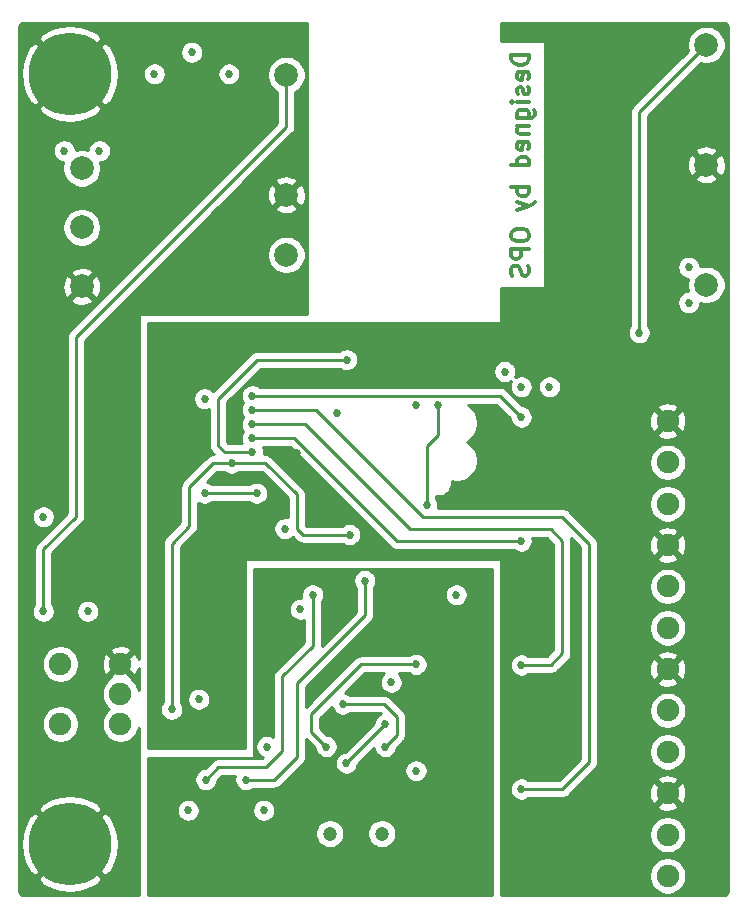
<source format=gbl>
G04 #@! TF.GenerationSoftware,KiCad,Pcbnew,5.1.6-c6e7f7d~86~ubuntu18.04.1*
G04 #@! TF.CreationDate,2020-06-26T16:23:30-07:00*
G04 #@! TF.ProjectId,VehicleAccessoryController,56656869-636c-4654-9163-636573736f72,1.0*
G04 #@! TF.SameCoordinates,Original*
G04 #@! TF.FileFunction,Copper,L4,Bot*
G04 #@! TF.FilePolarity,Positive*
%FSLAX46Y46*%
G04 Gerber Fmt 4.6, Leading zero omitted, Abs format (unit mm)*
G04 Created by KiCad (PCBNEW 5.1.6-c6e7f7d~86~ubuntu18.04.1) date 2020-06-26 16:23:30*
%MOMM*%
%LPD*%
G01*
G04 APERTURE LIST*
G04 #@! TA.AperFunction,NonConductor*
%ADD10C,0.300000*%
G04 #@! TD*
G04 #@! TA.AperFunction,ComponentPad*
%ADD11C,2.000000*%
G04 #@! TD*
G04 #@! TA.AperFunction,WasherPad*
%ADD12C,1.200000*%
G04 #@! TD*
G04 #@! TA.AperFunction,ComponentPad*
%ADD13C,1.900000*%
G04 #@! TD*
G04 #@! TA.AperFunction,ComponentPad*
%ADD14C,7.000000*%
G04 #@! TD*
G04 #@! TA.AperFunction,ViaPad*
%ADD15C,0.685800*%
G04 #@! TD*
G04 #@! TA.AperFunction,Conductor*
%ADD16C,0.254000*%
G04 #@! TD*
G04 APERTURE END LIST*
D10*
X160678571Y-68878571D02*
X159178571Y-68878571D01*
X159178571Y-69235714D01*
X159250000Y-69450000D01*
X159392857Y-69592857D01*
X159535714Y-69664285D01*
X159821428Y-69735714D01*
X160035714Y-69735714D01*
X160321428Y-69664285D01*
X160464285Y-69592857D01*
X160607142Y-69450000D01*
X160678571Y-69235714D01*
X160678571Y-68878571D01*
X160607142Y-70950000D02*
X160678571Y-70807142D01*
X160678571Y-70521428D01*
X160607142Y-70378571D01*
X160464285Y-70307142D01*
X159892857Y-70307142D01*
X159750000Y-70378571D01*
X159678571Y-70521428D01*
X159678571Y-70807142D01*
X159750000Y-70950000D01*
X159892857Y-71021428D01*
X160035714Y-71021428D01*
X160178571Y-70307142D01*
X160607142Y-71592857D02*
X160678571Y-71735714D01*
X160678571Y-72021428D01*
X160607142Y-72164285D01*
X160464285Y-72235714D01*
X160392857Y-72235714D01*
X160250000Y-72164285D01*
X160178571Y-72021428D01*
X160178571Y-71807142D01*
X160107142Y-71664285D01*
X159964285Y-71592857D01*
X159892857Y-71592857D01*
X159750000Y-71664285D01*
X159678571Y-71807142D01*
X159678571Y-72021428D01*
X159750000Y-72164285D01*
X160678571Y-72878571D02*
X159678571Y-72878571D01*
X159178571Y-72878571D02*
X159250000Y-72807142D01*
X159321428Y-72878571D01*
X159250000Y-72950000D01*
X159178571Y-72878571D01*
X159321428Y-72878571D01*
X159678571Y-74235714D02*
X160892857Y-74235714D01*
X161035714Y-74164285D01*
X161107142Y-74092857D01*
X161178571Y-73950000D01*
X161178571Y-73735714D01*
X161107142Y-73592857D01*
X160607142Y-74235714D02*
X160678571Y-74092857D01*
X160678571Y-73807142D01*
X160607142Y-73664285D01*
X160535714Y-73592857D01*
X160392857Y-73521428D01*
X159964285Y-73521428D01*
X159821428Y-73592857D01*
X159750000Y-73664285D01*
X159678571Y-73807142D01*
X159678571Y-74092857D01*
X159750000Y-74235714D01*
X159678571Y-74950000D02*
X160678571Y-74950000D01*
X159821428Y-74950000D02*
X159750000Y-75021428D01*
X159678571Y-75164285D01*
X159678571Y-75378571D01*
X159750000Y-75521428D01*
X159892857Y-75592857D01*
X160678571Y-75592857D01*
X160607142Y-76878571D02*
X160678571Y-76735714D01*
X160678571Y-76450000D01*
X160607142Y-76307142D01*
X160464285Y-76235714D01*
X159892857Y-76235714D01*
X159750000Y-76307142D01*
X159678571Y-76450000D01*
X159678571Y-76735714D01*
X159750000Y-76878571D01*
X159892857Y-76950000D01*
X160035714Y-76950000D01*
X160178571Y-76235714D01*
X160678571Y-78235714D02*
X159178571Y-78235714D01*
X160607142Y-78235714D02*
X160678571Y-78092857D01*
X160678571Y-77807142D01*
X160607142Y-77664285D01*
X160535714Y-77592857D01*
X160392857Y-77521428D01*
X159964285Y-77521428D01*
X159821428Y-77592857D01*
X159750000Y-77664285D01*
X159678571Y-77807142D01*
X159678571Y-78092857D01*
X159750000Y-78235714D01*
X160678571Y-80092857D02*
X159178571Y-80092857D01*
X159750000Y-80092857D02*
X159678571Y-80235714D01*
X159678571Y-80521428D01*
X159750000Y-80664285D01*
X159821428Y-80735714D01*
X159964285Y-80807142D01*
X160392857Y-80807142D01*
X160535714Y-80735714D01*
X160607142Y-80664285D01*
X160678571Y-80521428D01*
X160678571Y-80235714D01*
X160607142Y-80092857D01*
X159678571Y-81307142D02*
X160678571Y-81664285D01*
X159678571Y-82021428D02*
X160678571Y-81664285D01*
X161035714Y-81521428D01*
X161107142Y-81450000D01*
X161178571Y-81307142D01*
X159178571Y-84021428D02*
X159178571Y-84307142D01*
X159250000Y-84450000D01*
X159392857Y-84592857D01*
X159678571Y-84664285D01*
X160178571Y-84664285D01*
X160464285Y-84592857D01*
X160607142Y-84450000D01*
X160678571Y-84307142D01*
X160678571Y-84021428D01*
X160607142Y-83878571D01*
X160464285Y-83735714D01*
X160178571Y-83664285D01*
X159678571Y-83664285D01*
X159392857Y-83735714D01*
X159250000Y-83878571D01*
X159178571Y-84021428D01*
X160678571Y-85307142D02*
X159178571Y-85307142D01*
X159178571Y-85878571D01*
X159250000Y-86021428D01*
X159321428Y-86092857D01*
X159464285Y-86164285D01*
X159678571Y-86164285D01*
X159821428Y-86092857D01*
X159892857Y-86021428D01*
X159964285Y-85878571D01*
X159964285Y-85307142D01*
X160607142Y-86735714D02*
X160678571Y-86950000D01*
X160678571Y-87307142D01*
X160607142Y-87450000D01*
X160535714Y-87521428D01*
X160392857Y-87592857D01*
X160250000Y-87592857D01*
X160107142Y-87521428D01*
X160035714Y-87450000D01*
X159964285Y-87307142D01*
X159892857Y-87021428D01*
X159821428Y-86878571D01*
X159750000Y-86807142D01*
X159607142Y-86735714D01*
X159464285Y-86735714D01*
X159321428Y-86807142D01*
X159250000Y-86878571D01*
X159178571Y-87021428D01*
X159178571Y-87378571D01*
X159250000Y-87592857D01*
D11*
X140120000Y-70580000D03*
X140120000Y-80740000D03*
X140120000Y-85820000D03*
X175680000Y-88360000D03*
X175680000Y-78200000D03*
X175680000Y-68040000D03*
X122800000Y-88500000D03*
X122800000Y-78500000D03*
X122800000Y-83500000D03*
D12*
X148200000Y-134820000D03*
X143800000Y-134820000D03*
D13*
X120990000Y-125540000D03*
X120990000Y-120460000D03*
X126070000Y-125540000D03*
X126070000Y-123000000D03*
X126070000Y-120460000D03*
X172400000Y-99900000D03*
X172400000Y-103400000D03*
X172400000Y-106900000D03*
X172400000Y-110400000D03*
X172400000Y-113900000D03*
X172400000Y-117400000D03*
X172400000Y-120900000D03*
X172400000Y-124400000D03*
X172400000Y-127900000D03*
X172400000Y-131400000D03*
X172400000Y-134900000D03*
X172400000Y-138400000D03*
D14*
X121800000Y-70500000D03*
X121800000Y-135700000D03*
D15*
X125300000Y-116000000D03*
X122300000Y-110400000D03*
X120750000Y-112575000D03*
X125050000Y-108000000D03*
X125240000Y-105775000D03*
X138620000Y-79240000D03*
X138620000Y-82240000D03*
X124300000Y-87000000D03*
X121300000Y-87000000D03*
X174180000Y-86860000D03*
X174180000Y-89860000D03*
X170000000Y-97000000D03*
X167000000Y-97000000D03*
X158600000Y-93700000D03*
X162500000Y-105850000D03*
X162500000Y-116350000D03*
X162500000Y-126850000D03*
X162500000Y-137350000D03*
X141000000Y-102600000D03*
X156000000Y-101650000D03*
X143000000Y-106100000D03*
X130640000Y-105775000D03*
X138000000Y-109000000D03*
X132125000Y-125500000D03*
X132700000Y-122175000D03*
X130640000Y-94600000D03*
X139000000Y-106000000D03*
X134525000Y-113400000D03*
X174180000Y-79700000D03*
X174180000Y-76700000D03*
X140000000Y-96300000D03*
X152500000Y-93200000D03*
X139500000Y-93200000D03*
X123300000Y-116000000D03*
X119550000Y-108000000D03*
X132100000Y-68670000D03*
X128940000Y-70500000D03*
X135260000Y-70500000D03*
X121300000Y-77000000D03*
X124300000Y-77000000D03*
X143500000Y-127450000D03*
X151100000Y-120500000D03*
X147600000Y-130000000D03*
X154500000Y-131820000D03*
X154500000Y-137570000D03*
X154500000Y-128000000D03*
X154500000Y-126000000D03*
X154500000Y-124000000D03*
X154500000Y-122000000D03*
X143000000Y-122000000D03*
X154500000Y-119250000D03*
X143500000Y-125730000D03*
X139475000Y-113400000D03*
X146000000Y-119000000D03*
X151100000Y-129500000D03*
X149000000Y-122000000D03*
X131800000Y-132850000D03*
X138200000Y-132850000D03*
X138475000Y-127450000D03*
X141300000Y-115825000D03*
X154500000Y-114600000D03*
X146750000Y-113400000D03*
X136700000Y-130250000D03*
X142350000Y-114600000D03*
X133300000Y-130250000D03*
X144900000Y-123850000D03*
X148500000Y-127450000D03*
X145200000Y-128850000D03*
X148500000Y-125550000D03*
X170000000Y-92400000D03*
X119550000Y-116000000D03*
X145250000Y-94700000D03*
X137250000Y-102550000D03*
X160000000Y-99550000D03*
X137250000Y-97750000D03*
X160000000Y-110050000D03*
X137250000Y-101350000D03*
X160000000Y-120550000D03*
X137250000Y-100150000D03*
X137250000Y-98950000D03*
X160000000Y-131050000D03*
X133200000Y-106000000D03*
X137600000Y-106000000D03*
X132700000Y-123445000D03*
X133200000Y-98000000D03*
X158600000Y-95700000D03*
X151070000Y-98500000D03*
X144400000Y-99200000D03*
X160000000Y-97000000D03*
X162400000Y-97000000D03*
X140000000Y-109000000D03*
X152930000Y-98500000D03*
X135500000Y-103450000D03*
X130400000Y-124305000D03*
X152000000Y-107000000D03*
X145500000Y-109500000D03*
D16*
X151100000Y-120500000D02*
X146430000Y-120500000D01*
X142250000Y-126200000D02*
X143500000Y-127450000D01*
X142250000Y-124680000D02*
X142250000Y-126200000D01*
X146430000Y-120500000D02*
X142250000Y-124680000D01*
X139100000Y-130250000D02*
X136700000Y-130250000D01*
X141000000Y-128350000D02*
X139100000Y-130250000D01*
X141000000Y-122100000D02*
X141000000Y-128350000D01*
X146750000Y-113400000D02*
X146750000Y-116350000D01*
X146750000Y-116350000D02*
X141000000Y-122100000D01*
X134360000Y-129190000D02*
X133300000Y-130250000D01*
X138370000Y-129190000D02*
X134360000Y-129190000D01*
X139750000Y-127810000D02*
X138370000Y-129190000D01*
X142350000Y-114600000D02*
X142350000Y-118900000D01*
X139750000Y-121500000D02*
X139750000Y-127810000D01*
X142350000Y-118900000D02*
X139750000Y-121500000D01*
X149500000Y-126450000D02*
X148500000Y-127450000D01*
X149500000Y-124950000D02*
X149500000Y-126450000D01*
X144900000Y-123850000D02*
X148400000Y-123850000D01*
X148400000Y-123850000D02*
X149500000Y-124950000D01*
X148500000Y-125550000D02*
X145200000Y-128850000D01*
X170000000Y-73720000D02*
X175680000Y-68040000D01*
X170000000Y-92400000D02*
X170000000Y-73720000D01*
X119550000Y-110750000D02*
X119550000Y-116000000D01*
X122300000Y-108000000D02*
X119550000Y-110750000D01*
X140120000Y-70580000D02*
X140120000Y-74960000D01*
X122300000Y-92780000D02*
X122300000Y-108000000D01*
X140120000Y-74960000D02*
X122300000Y-92780000D01*
X134900000Y-102550000D02*
X137250000Y-102550000D01*
X134350000Y-98000000D02*
X134350000Y-102000000D01*
X145250000Y-94700000D02*
X137650000Y-94700000D01*
X134350000Y-102000000D02*
X134900000Y-102550000D01*
X137650000Y-94700000D02*
X134350000Y-98000000D01*
X158200000Y-97750000D02*
X160000000Y-99550000D01*
X137250000Y-97750000D02*
X158200000Y-97750000D01*
X149485000Y-110050000D02*
X140785000Y-101350000D01*
X140785000Y-101350000D02*
X137250000Y-101350000D01*
X160000000Y-110050000D02*
X149485000Y-110050000D01*
X163500000Y-119550000D02*
X162500000Y-120550000D01*
X163500000Y-110030000D02*
X163500000Y-119550000D01*
X162500000Y-109030000D02*
X163500000Y-110030000D01*
X150585000Y-109030000D02*
X162500000Y-109030000D01*
X162500000Y-120550000D02*
X160000000Y-120550000D01*
X141705000Y-100150000D02*
X150585000Y-109030000D01*
X137250000Y-100150000D02*
X141705000Y-100150000D01*
X165750000Y-128800000D02*
X163500000Y-131050000D01*
X163500000Y-131050000D02*
X160000000Y-131050000D01*
X151690000Y-108015000D02*
X163500000Y-108015000D01*
X165750000Y-110265000D02*
X163500000Y-108015000D01*
X165750000Y-128800000D02*
X165750000Y-110265000D01*
X142625000Y-98950000D02*
X151690000Y-108015000D01*
X137250000Y-98950000D02*
X142625000Y-98950000D01*
X133200000Y-106000000D02*
X137600000Y-106000000D01*
X152930000Y-101035000D02*
X152930000Y-98500000D01*
X152000000Y-101965000D02*
X152930000Y-101035000D01*
X151875000Y-106905000D02*
X152000000Y-106780000D01*
X152000000Y-104975000D02*
X152000000Y-107000000D01*
X152000000Y-101965000D02*
X152000000Y-104975000D01*
X131920000Y-108760000D02*
X131920000Y-105480000D01*
X130400000Y-124305000D02*
X130400000Y-110280000D01*
X130400000Y-110280000D02*
X131920000Y-108760000D01*
X133950000Y-103450000D02*
X135500000Y-103450000D01*
X131920000Y-105480000D02*
X133950000Y-103450000D01*
X141500000Y-109500000D02*
X145500000Y-109500000D01*
X141000000Y-109000000D02*
X141500000Y-109500000D01*
X141000000Y-106100000D02*
X141000000Y-109000000D01*
X135500000Y-103450000D02*
X138350000Y-103450000D01*
X138350000Y-103450000D02*
X141000000Y-106100000D01*
G36*
X141873000Y-90823000D02*
G01*
X127740000Y-90823000D01*
X127715224Y-90825440D01*
X127691399Y-90832667D01*
X127669443Y-90844403D01*
X127650197Y-90860197D01*
X127634403Y-90879443D01*
X127622667Y-90901399D01*
X127615440Y-90925224D01*
X127613000Y-90950000D01*
X127613000Y-120071321D01*
X127515513Y-119791356D01*
X127429042Y-119629579D01*
X127169752Y-119539853D01*
X126249605Y-120460000D01*
X127169752Y-121380147D01*
X127429042Y-121290421D01*
X127564935Y-121009329D01*
X127613000Y-120824161D01*
X127613000Y-122632744D01*
X127594089Y-122537673D01*
X127474609Y-122249221D01*
X127301150Y-121989621D01*
X127080379Y-121768850D01*
X126948324Y-121680613D01*
X126990147Y-121559752D01*
X126070000Y-120639605D01*
X125149853Y-121559752D01*
X125191676Y-121680613D01*
X125059621Y-121768850D01*
X124838850Y-121989621D01*
X124665391Y-122249221D01*
X124545911Y-122537673D01*
X124485000Y-122843891D01*
X124485000Y-123156109D01*
X124545911Y-123462327D01*
X124665391Y-123750779D01*
X124838850Y-124010379D01*
X125059621Y-124231150D01*
X125117764Y-124270000D01*
X125059621Y-124308850D01*
X124838850Y-124529621D01*
X124665391Y-124789221D01*
X124545911Y-125077673D01*
X124485000Y-125383891D01*
X124485000Y-125696109D01*
X124545911Y-126002327D01*
X124665391Y-126290779D01*
X124838850Y-126550379D01*
X125059621Y-126771150D01*
X125319221Y-126944609D01*
X125607673Y-127064089D01*
X125913891Y-127125000D01*
X126226109Y-127125000D01*
X126532327Y-127064089D01*
X126820779Y-126944609D01*
X127080379Y-126771150D01*
X127301150Y-126550379D01*
X127474609Y-126290779D01*
X127594089Y-126002327D01*
X127613000Y-125907256D01*
X127613000Y-139990000D01*
X117834721Y-139990000D01*
X117744336Y-139981138D01*
X117690786Y-139964970D01*
X117641403Y-139938712D01*
X117598053Y-139903357D01*
X117562401Y-139860261D01*
X117535799Y-139811063D01*
X117519258Y-139757625D01*
X117510000Y-139669545D01*
X117510000Y-138614155D01*
X119065450Y-138614155D01*
X119461634Y-139134550D01*
X120176612Y-139524748D01*
X120953976Y-139767964D01*
X121763853Y-139854851D01*
X122575118Y-139782069D01*
X123356597Y-139552415D01*
X124078256Y-139174715D01*
X124138366Y-139134550D01*
X124534550Y-138614155D01*
X121800000Y-135879605D01*
X119065450Y-138614155D01*
X117510000Y-138614155D01*
X117510000Y-135663853D01*
X117645149Y-135663853D01*
X117717931Y-136475118D01*
X117947585Y-137256597D01*
X118325285Y-137978256D01*
X118365450Y-138038366D01*
X118885845Y-138434550D01*
X121620395Y-135700000D01*
X121979605Y-135700000D01*
X124714155Y-138434550D01*
X125234550Y-138038366D01*
X125624748Y-137323388D01*
X125867964Y-136546024D01*
X125954851Y-135736147D01*
X125882069Y-134924882D01*
X125652415Y-134143403D01*
X125274715Y-133421744D01*
X125234550Y-133361634D01*
X124714155Y-132965450D01*
X121979605Y-135700000D01*
X121620395Y-135700000D01*
X118885845Y-132965450D01*
X118365450Y-133361634D01*
X117975252Y-134076612D01*
X117732036Y-134853976D01*
X117645149Y-135663853D01*
X117510000Y-135663853D01*
X117510000Y-132785845D01*
X119065450Y-132785845D01*
X121800000Y-135520395D01*
X124534550Y-132785845D01*
X124138366Y-132265450D01*
X123423388Y-131875252D01*
X122646024Y-131632036D01*
X121836147Y-131545149D01*
X121024882Y-131617931D01*
X120243403Y-131847585D01*
X119521744Y-132225285D01*
X119461634Y-132265450D01*
X119065450Y-132785845D01*
X117510000Y-132785845D01*
X117510000Y-125383891D01*
X119405000Y-125383891D01*
X119405000Y-125696109D01*
X119465911Y-126002327D01*
X119585391Y-126290779D01*
X119758850Y-126550379D01*
X119979621Y-126771150D01*
X120239221Y-126944609D01*
X120527673Y-127064089D01*
X120833891Y-127125000D01*
X121146109Y-127125000D01*
X121452327Y-127064089D01*
X121740779Y-126944609D01*
X122000379Y-126771150D01*
X122221150Y-126550379D01*
X122394609Y-126290779D01*
X122514089Y-126002327D01*
X122575000Y-125696109D01*
X122575000Y-125383891D01*
X122514089Y-125077673D01*
X122394609Y-124789221D01*
X122221150Y-124529621D01*
X122000379Y-124308850D01*
X121740779Y-124135391D01*
X121452327Y-124015911D01*
X121146109Y-123955000D01*
X120833891Y-123955000D01*
X120527673Y-124015911D01*
X120239221Y-124135391D01*
X119979621Y-124308850D01*
X119758850Y-124529621D01*
X119585391Y-124789221D01*
X119465911Y-125077673D01*
X119405000Y-125383891D01*
X117510000Y-125383891D01*
X117510000Y-120303891D01*
X119405000Y-120303891D01*
X119405000Y-120616109D01*
X119465911Y-120922327D01*
X119585391Y-121210779D01*
X119758850Y-121470379D01*
X119979621Y-121691150D01*
X120239221Y-121864609D01*
X120527673Y-121984089D01*
X120833891Y-122045000D01*
X121146109Y-122045000D01*
X121452327Y-121984089D01*
X121740779Y-121864609D01*
X122000379Y-121691150D01*
X122221150Y-121470379D01*
X122394609Y-121210779D01*
X122514089Y-120922327D01*
X122575000Y-120616109D01*
X122575000Y-120524573D01*
X124478641Y-120524573D01*
X124521816Y-120833791D01*
X124624487Y-121128644D01*
X124710958Y-121290421D01*
X124970248Y-121380147D01*
X125890395Y-120460000D01*
X124970248Y-119539853D01*
X124710958Y-119629579D01*
X124575065Y-119910671D01*
X124496621Y-120212873D01*
X124478641Y-120524573D01*
X122575000Y-120524573D01*
X122575000Y-120303891D01*
X122514089Y-119997673D01*
X122394609Y-119709221D01*
X122221150Y-119449621D01*
X122131777Y-119360248D01*
X125149853Y-119360248D01*
X126070000Y-120280395D01*
X126990147Y-119360248D01*
X126900421Y-119100958D01*
X126619329Y-118965065D01*
X126317127Y-118886621D01*
X126005427Y-118868641D01*
X125696209Y-118911816D01*
X125401356Y-119014487D01*
X125239579Y-119100958D01*
X125149853Y-119360248D01*
X122131777Y-119360248D01*
X122000379Y-119228850D01*
X121740779Y-119055391D01*
X121452327Y-118935911D01*
X121146109Y-118875000D01*
X120833891Y-118875000D01*
X120527673Y-118935911D01*
X120239221Y-119055391D01*
X119979621Y-119228850D01*
X119758850Y-119449621D01*
X119585391Y-119709221D01*
X119465911Y-119997673D01*
X119405000Y-120303891D01*
X117510000Y-120303891D01*
X117510000Y-115903685D01*
X118572100Y-115903685D01*
X118572100Y-116096315D01*
X118609680Y-116285243D01*
X118683396Y-116463210D01*
X118790415Y-116623375D01*
X118926625Y-116759585D01*
X119086790Y-116866604D01*
X119264757Y-116940320D01*
X119453685Y-116977900D01*
X119646315Y-116977900D01*
X119835243Y-116940320D01*
X120013210Y-116866604D01*
X120173375Y-116759585D01*
X120309585Y-116623375D01*
X120416604Y-116463210D01*
X120490320Y-116285243D01*
X120527900Y-116096315D01*
X120527900Y-115903685D01*
X122322100Y-115903685D01*
X122322100Y-116096315D01*
X122359680Y-116285243D01*
X122433396Y-116463210D01*
X122540415Y-116623375D01*
X122676625Y-116759585D01*
X122836790Y-116866604D01*
X123014757Y-116940320D01*
X123203685Y-116977900D01*
X123396315Y-116977900D01*
X123585243Y-116940320D01*
X123763210Y-116866604D01*
X123923375Y-116759585D01*
X124059585Y-116623375D01*
X124166604Y-116463210D01*
X124240320Y-116285243D01*
X124277900Y-116096315D01*
X124277900Y-115903685D01*
X124240320Y-115714757D01*
X124166604Y-115536790D01*
X124059585Y-115376625D01*
X123923375Y-115240415D01*
X123763210Y-115133396D01*
X123585243Y-115059680D01*
X123396315Y-115022100D01*
X123203685Y-115022100D01*
X123014757Y-115059680D01*
X122836790Y-115133396D01*
X122676625Y-115240415D01*
X122540415Y-115376625D01*
X122433396Y-115536790D01*
X122359680Y-115714757D01*
X122322100Y-115903685D01*
X120527900Y-115903685D01*
X120490320Y-115714757D01*
X120416604Y-115536790D01*
X120312000Y-115380239D01*
X120312000Y-111065630D01*
X122812352Y-108565279D01*
X122841422Y-108541422D01*
X122936645Y-108425392D01*
X123007402Y-108293015D01*
X123050974Y-108149378D01*
X123062000Y-108037426D01*
X123062000Y-108037424D01*
X123065686Y-108000001D01*
X123062000Y-107962578D01*
X123062000Y-93095630D01*
X130498663Y-85658967D01*
X138485000Y-85658967D01*
X138485000Y-85981033D01*
X138547832Y-86296912D01*
X138671082Y-86594463D01*
X138850013Y-86862252D01*
X139077748Y-87089987D01*
X139345537Y-87268918D01*
X139643088Y-87392168D01*
X139958967Y-87455000D01*
X140281033Y-87455000D01*
X140596912Y-87392168D01*
X140894463Y-87268918D01*
X141162252Y-87089987D01*
X141389987Y-86862252D01*
X141568918Y-86594463D01*
X141692168Y-86296912D01*
X141755000Y-85981033D01*
X141755000Y-85658967D01*
X141692168Y-85343088D01*
X141568918Y-85045537D01*
X141389987Y-84777748D01*
X141162252Y-84550013D01*
X140894463Y-84371082D01*
X140596912Y-84247832D01*
X140281033Y-84185000D01*
X139958967Y-84185000D01*
X139643088Y-84247832D01*
X139345537Y-84371082D01*
X139077748Y-84550013D01*
X138850013Y-84777748D01*
X138671082Y-85045537D01*
X138547832Y-85343088D01*
X138485000Y-85658967D01*
X130498663Y-85658967D01*
X134282217Y-81875413D01*
X139164192Y-81875413D01*
X139259956Y-82139814D01*
X139549571Y-82280704D01*
X139861108Y-82362384D01*
X140182595Y-82381718D01*
X140501675Y-82337961D01*
X140806088Y-82232795D01*
X140980044Y-82139814D01*
X141075808Y-81875413D01*
X140120000Y-80919605D01*
X139164192Y-81875413D01*
X134282217Y-81875413D01*
X135355035Y-80802595D01*
X138478282Y-80802595D01*
X138522039Y-81121675D01*
X138627205Y-81426088D01*
X138720186Y-81600044D01*
X138984587Y-81695808D01*
X139940395Y-80740000D01*
X140299605Y-80740000D01*
X141255413Y-81695808D01*
X141519814Y-81600044D01*
X141660704Y-81310429D01*
X141742384Y-80998892D01*
X141761718Y-80677405D01*
X141717961Y-80358325D01*
X141612795Y-80053912D01*
X141519814Y-79879956D01*
X141255413Y-79784192D01*
X140299605Y-80740000D01*
X139940395Y-80740000D01*
X138984587Y-79784192D01*
X138720186Y-79879956D01*
X138579296Y-80169571D01*
X138497616Y-80481108D01*
X138478282Y-80802595D01*
X135355035Y-80802595D01*
X136553043Y-79604587D01*
X139164192Y-79604587D01*
X140120000Y-80560395D01*
X141075808Y-79604587D01*
X140980044Y-79340186D01*
X140690429Y-79199296D01*
X140378892Y-79117616D01*
X140057405Y-79098282D01*
X139738325Y-79142039D01*
X139433912Y-79247205D01*
X139259956Y-79340186D01*
X139164192Y-79604587D01*
X136553043Y-79604587D01*
X140632346Y-75525284D01*
X140661422Y-75501422D01*
X140721857Y-75427781D01*
X140756645Y-75385393D01*
X140827401Y-75253016D01*
X140827402Y-75253015D01*
X140870974Y-75109378D01*
X140882000Y-74997426D01*
X140882000Y-74997423D01*
X140885686Y-74960000D01*
X140882000Y-74922577D01*
X140882000Y-72034080D01*
X140894463Y-72028918D01*
X141162252Y-71849987D01*
X141389987Y-71622252D01*
X141568918Y-71354463D01*
X141692168Y-71056912D01*
X141755000Y-70741033D01*
X141755000Y-70418967D01*
X141692168Y-70103088D01*
X141568918Y-69805537D01*
X141389987Y-69537748D01*
X141162252Y-69310013D01*
X140894463Y-69131082D01*
X140596912Y-69007832D01*
X140281033Y-68945000D01*
X139958967Y-68945000D01*
X139643088Y-69007832D01*
X139345537Y-69131082D01*
X139077748Y-69310013D01*
X138850013Y-69537748D01*
X138671082Y-69805537D01*
X138547832Y-70103088D01*
X138485000Y-70418967D01*
X138485000Y-70741033D01*
X138547832Y-71056912D01*
X138671082Y-71354463D01*
X138850013Y-71622252D01*
X139077748Y-71849987D01*
X139345537Y-72028918D01*
X139358000Y-72034080D01*
X139358001Y-74644369D01*
X121787654Y-92214716D01*
X121758578Y-92238578D01*
X121702983Y-92306322D01*
X121663355Y-92354608D01*
X121625535Y-92425365D01*
X121592598Y-92486986D01*
X121549026Y-92630623D01*
X121538570Y-92736790D01*
X121534314Y-92780000D01*
X121538000Y-92817423D01*
X121538001Y-107684368D01*
X119037654Y-110184716D01*
X119008578Y-110208578D01*
X118980679Y-110242574D01*
X118913355Y-110324608D01*
X118875535Y-110395365D01*
X118842598Y-110456986D01*
X118799026Y-110600623D01*
X118788000Y-110712574D01*
X118784314Y-110750000D01*
X118788000Y-110787423D01*
X118788001Y-115380238D01*
X118683396Y-115536790D01*
X118609680Y-115714757D01*
X118572100Y-115903685D01*
X117510000Y-115903685D01*
X117510000Y-107903685D01*
X118572100Y-107903685D01*
X118572100Y-108096315D01*
X118609680Y-108285243D01*
X118683396Y-108463210D01*
X118790415Y-108623375D01*
X118926625Y-108759585D01*
X119086790Y-108866604D01*
X119264757Y-108940320D01*
X119453685Y-108977900D01*
X119646315Y-108977900D01*
X119835243Y-108940320D01*
X120013210Y-108866604D01*
X120173375Y-108759585D01*
X120309585Y-108623375D01*
X120416604Y-108463210D01*
X120490320Y-108285243D01*
X120527900Y-108096315D01*
X120527900Y-107903685D01*
X120490320Y-107714757D01*
X120416604Y-107536790D01*
X120309585Y-107376625D01*
X120173375Y-107240415D01*
X120013210Y-107133396D01*
X119835243Y-107059680D01*
X119646315Y-107022100D01*
X119453685Y-107022100D01*
X119264757Y-107059680D01*
X119086790Y-107133396D01*
X118926625Y-107240415D01*
X118790415Y-107376625D01*
X118683396Y-107536790D01*
X118609680Y-107714757D01*
X118572100Y-107903685D01*
X117510000Y-107903685D01*
X117510000Y-89635413D01*
X121844192Y-89635413D01*
X121939956Y-89899814D01*
X122229571Y-90040704D01*
X122541108Y-90122384D01*
X122862595Y-90141718D01*
X123181675Y-90097961D01*
X123486088Y-89992795D01*
X123660044Y-89899814D01*
X123755808Y-89635413D01*
X122800000Y-88679605D01*
X121844192Y-89635413D01*
X117510000Y-89635413D01*
X117510000Y-88562595D01*
X121158282Y-88562595D01*
X121202039Y-88881675D01*
X121307205Y-89186088D01*
X121400186Y-89360044D01*
X121664587Y-89455808D01*
X122620395Y-88500000D01*
X122979605Y-88500000D01*
X123935413Y-89455808D01*
X124199814Y-89360044D01*
X124340704Y-89070429D01*
X124422384Y-88758892D01*
X124441718Y-88437405D01*
X124397961Y-88118325D01*
X124292795Y-87813912D01*
X124199814Y-87639956D01*
X123935413Y-87544192D01*
X122979605Y-88500000D01*
X122620395Y-88500000D01*
X121664587Y-87544192D01*
X121400186Y-87639956D01*
X121259296Y-87929571D01*
X121177616Y-88241108D01*
X121158282Y-88562595D01*
X117510000Y-88562595D01*
X117510000Y-87364587D01*
X121844192Y-87364587D01*
X122800000Y-88320395D01*
X123755808Y-87364587D01*
X123660044Y-87100186D01*
X123370429Y-86959296D01*
X123058892Y-86877616D01*
X122737405Y-86858282D01*
X122418325Y-86902039D01*
X122113912Y-87007205D01*
X121939956Y-87100186D01*
X121844192Y-87364587D01*
X117510000Y-87364587D01*
X117510000Y-83338967D01*
X121165000Y-83338967D01*
X121165000Y-83661033D01*
X121227832Y-83976912D01*
X121351082Y-84274463D01*
X121530013Y-84542252D01*
X121757748Y-84769987D01*
X122025537Y-84948918D01*
X122323088Y-85072168D01*
X122638967Y-85135000D01*
X122961033Y-85135000D01*
X123276912Y-85072168D01*
X123574463Y-84948918D01*
X123842252Y-84769987D01*
X124069987Y-84542252D01*
X124248918Y-84274463D01*
X124372168Y-83976912D01*
X124435000Y-83661033D01*
X124435000Y-83338967D01*
X124372168Y-83023088D01*
X124248918Y-82725537D01*
X124069987Y-82457748D01*
X123842252Y-82230013D01*
X123574463Y-82051082D01*
X123276912Y-81927832D01*
X122961033Y-81865000D01*
X122638967Y-81865000D01*
X122323088Y-81927832D01*
X122025537Y-82051082D01*
X121757748Y-82230013D01*
X121530013Y-82457748D01*
X121351082Y-82725537D01*
X121227832Y-83023088D01*
X121165000Y-83338967D01*
X117510000Y-83338967D01*
X117510000Y-76903685D01*
X120322100Y-76903685D01*
X120322100Y-77096315D01*
X120359680Y-77285243D01*
X120433396Y-77463210D01*
X120540415Y-77623375D01*
X120676625Y-77759585D01*
X120836790Y-77866604D01*
X121014757Y-77940320D01*
X121203685Y-77977900D01*
X121246550Y-77977900D01*
X121227832Y-78023088D01*
X121165000Y-78338967D01*
X121165000Y-78661033D01*
X121227832Y-78976912D01*
X121351082Y-79274463D01*
X121530013Y-79542252D01*
X121757748Y-79769987D01*
X122025537Y-79948918D01*
X122323088Y-80072168D01*
X122638967Y-80135000D01*
X122961033Y-80135000D01*
X123276912Y-80072168D01*
X123574463Y-79948918D01*
X123842252Y-79769987D01*
X124069987Y-79542252D01*
X124248918Y-79274463D01*
X124372168Y-78976912D01*
X124435000Y-78661033D01*
X124435000Y-78338967D01*
X124372168Y-78023088D01*
X124353450Y-77977900D01*
X124396315Y-77977900D01*
X124585243Y-77940320D01*
X124763210Y-77866604D01*
X124923375Y-77759585D01*
X125059585Y-77623375D01*
X125166604Y-77463210D01*
X125240320Y-77285243D01*
X125277900Y-77096315D01*
X125277900Y-76903685D01*
X125240320Y-76714757D01*
X125166604Y-76536790D01*
X125059585Y-76376625D01*
X124923375Y-76240415D01*
X124763210Y-76133396D01*
X124585243Y-76059680D01*
X124396315Y-76022100D01*
X124203685Y-76022100D01*
X124014757Y-76059680D01*
X123836790Y-76133396D01*
X123676625Y-76240415D01*
X123540415Y-76376625D01*
X123433396Y-76536790D01*
X123359680Y-76714757D01*
X123322100Y-76903685D01*
X123322100Y-76946550D01*
X123276912Y-76927832D01*
X122961033Y-76865000D01*
X122638967Y-76865000D01*
X122323088Y-76927832D01*
X122277900Y-76946550D01*
X122277900Y-76903685D01*
X122240320Y-76714757D01*
X122166604Y-76536790D01*
X122059585Y-76376625D01*
X121923375Y-76240415D01*
X121763210Y-76133396D01*
X121585243Y-76059680D01*
X121396315Y-76022100D01*
X121203685Y-76022100D01*
X121014757Y-76059680D01*
X120836790Y-76133396D01*
X120676625Y-76240415D01*
X120540415Y-76376625D01*
X120433396Y-76536790D01*
X120359680Y-76714757D01*
X120322100Y-76903685D01*
X117510000Y-76903685D01*
X117510000Y-73414155D01*
X119065450Y-73414155D01*
X119461634Y-73934550D01*
X120176612Y-74324748D01*
X120953976Y-74567964D01*
X121763853Y-74654851D01*
X122575118Y-74582069D01*
X123356597Y-74352415D01*
X124078256Y-73974715D01*
X124138366Y-73934550D01*
X124534550Y-73414155D01*
X121800000Y-70679605D01*
X119065450Y-73414155D01*
X117510000Y-73414155D01*
X117510000Y-70463853D01*
X117645149Y-70463853D01*
X117717931Y-71275118D01*
X117947585Y-72056597D01*
X118325285Y-72778256D01*
X118365450Y-72838366D01*
X118885845Y-73234550D01*
X121620395Y-70500000D01*
X121979605Y-70500000D01*
X124714155Y-73234550D01*
X125234550Y-72838366D01*
X125624748Y-72123388D01*
X125867964Y-71346024D01*
X125954851Y-70536147D01*
X125942968Y-70403685D01*
X127962100Y-70403685D01*
X127962100Y-70596315D01*
X127999680Y-70785243D01*
X128073396Y-70963210D01*
X128180415Y-71123375D01*
X128316625Y-71259585D01*
X128476790Y-71366604D01*
X128654757Y-71440320D01*
X128843685Y-71477900D01*
X129036315Y-71477900D01*
X129225243Y-71440320D01*
X129403210Y-71366604D01*
X129563375Y-71259585D01*
X129699585Y-71123375D01*
X129806604Y-70963210D01*
X129880320Y-70785243D01*
X129917900Y-70596315D01*
X129917900Y-70403685D01*
X134282100Y-70403685D01*
X134282100Y-70596315D01*
X134319680Y-70785243D01*
X134393396Y-70963210D01*
X134500415Y-71123375D01*
X134636625Y-71259585D01*
X134796790Y-71366604D01*
X134974757Y-71440320D01*
X135163685Y-71477900D01*
X135356315Y-71477900D01*
X135545243Y-71440320D01*
X135723210Y-71366604D01*
X135883375Y-71259585D01*
X136019585Y-71123375D01*
X136126604Y-70963210D01*
X136200320Y-70785243D01*
X136237900Y-70596315D01*
X136237900Y-70403685D01*
X136200320Y-70214757D01*
X136126604Y-70036790D01*
X136019585Y-69876625D01*
X135883375Y-69740415D01*
X135723210Y-69633396D01*
X135545243Y-69559680D01*
X135356315Y-69522100D01*
X135163685Y-69522100D01*
X134974757Y-69559680D01*
X134796790Y-69633396D01*
X134636625Y-69740415D01*
X134500415Y-69876625D01*
X134393396Y-70036790D01*
X134319680Y-70214757D01*
X134282100Y-70403685D01*
X129917900Y-70403685D01*
X129880320Y-70214757D01*
X129806604Y-70036790D01*
X129699585Y-69876625D01*
X129563375Y-69740415D01*
X129403210Y-69633396D01*
X129225243Y-69559680D01*
X129036315Y-69522100D01*
X128843685Y-69522100D01*
X128654757Y-69559680D01*
X128476790Y-69633396D01*
X128316625Y-69740415D01*
X128180415Y-69876625D01*
X128073396Y-70036790D01*
X127999680Y-70214757D01*
X127962100Y-70403685D01*
X125942968Y-70403685D01*
X125882069Y-69724882D01*
X125652415Y-68943403D01*
X125458913Y-68573685D01*
X131122100Y-68573685D01*
X131122100Y-68766315D01*
X131159680Y-68955243D01*
X131233396Y-69133210D01*
X131340415Y-69293375D01*
X131476625Y-69429585D01*
X131636790Y-69536604D01*
X131814757Y-69610320D01*
X132003685Y-69647900D01*
X132196315Y-69647900D01*
X132385243Y-69610320D01*
X132563210Y-69536604D01*
X132723375Y-69429585D01*
X132859585Y-69293375D01*
X132966604Y-69133210D01*
X133040320Y-68955243D01*
X133077900Y-68766315D01*
X133077900Y-68573685D01*
X133040320Y-68384757D01*
X132966604Y-68206790D01*
X132859585Y-68046625D01*
X132723375Y-67910415D01*
X132563210Y-67803396D01*
X132385243Y-67729680D01*
X132196315Y-67692100D01*
X132003685Y-67692100D01*
X131814757Y-67729680D01*
X131636790Y-67803396D01*
X131476625Y-67910415D01*
X131340415Y-68046625D01*
X131233396Y-68206790D01*
X131159680Y-68384757D01*
X131122100Y-68573685D01*
X125458913Y-68573685D01*
X125274715Y-68221744D01*
X125234550Y-68161634D01*
X124714155Y-67765450D01*
X121979605Y-70500000D01*
X121620395Y-70500000D01*
X118885845Y-67765450D01*
X118365450Y-68161634D01*
X117975252Y-68876612D01*
X117732036Y-69653976D01*
X117645149Y-70463853D01*
X117510000Y-70463853D01*
X117510000Y-67585845D01*
X119065450Y-67585845D01*
X121800000Y-70320395D01*
X124534550Y-67585845D01*
X124138366Y-67065450D01*
X123423388Y-66675252D01*
X122646024Y-66432036D01*
X121836147Y-66345149D01*
X121024882Y-66417931D01*
X120243403Y-66647585D01*
X119521744Y-67025285D01*
X119461634Y-67065450D01*
X119065450Y-67585845D01*
X117510000Y-67585845D01*
X117510000Y-66534722D01*
X117518863Y-66444335D01*
X117535030Y-66390786D01*
X117561288Y-66341403D01*
X117596641Y-66298055D01*
X117639740Y-66262400D01*
X117688937Y-66235799D01*
X117742375Y-66219258D01*
X117830455Y-66210000D01*
X141873000Y-66210000D01*
X141873000Y-90823000D01*
G37*
X141873000Y-90823000D02*
X127740000Y-90823000D01*
X127715224Y-90825440D01*
X127691399Y-90832667D01*
X127669443Y-90844403D01*
X127650197Y-90860197D01*
X127634403Y-90879443D01*
X127622667Y-90901399D01*
X127615440Y-90925224D01*
X127613000Y-90950000D01*
X127613000Y-120071321D01*
X127515513Y-119791356D01*
X127429042Y-119629579D01*
X127169752Y-119539853D01*
X126249605Y-120460000D01*
X127169752Y-121380147D01*
X127429042Y-121290421D01*
X127564935Y-121009329D01*
X127613000Y-120824161D01*
X127613000Y-122632744D01*
X127594089Y-122537673D01*
X127474609Y-122249221D01*
X127301150Y-121989621D01*
X127080379Y-121768850D01*
X126948324Y-121680613D01*
X126990147Y-121559752D01*
X126070000Y-120639605D01*
X125149853Y-121559752D01*
X125191676Y-121680613D01*
X125059621Y-121768850D01*
X124838850Y-121989621D01*
X124665391Y-122249221D01*
X124545911Y-122537673D01*
X124485000Y-122843891D01*
X124485000Y-123156109D01*
X124545911Y-123462327D01*
X124665391Y-123750779D01*
X124838850Y-124010379D01*
X125059621Y-124231150D01*
X125117764Y-124270000D01*
X125059621Y-124308850D01*
X124838850Y-124529621D01*
X124665391Y-124789221D01*
X124545911Y-125077673D01*
X124485000Y-125383891D01*
X124485000Y-125696109D01*
X124545911Y-126002327D01*
X124665391Y-126290779D01*
X124838850Y-126550379D01*
X125059621Y-126771150D01*
X125319221Y-126944609D01*
X125607673Y-127064089D01*
X125913891Y-127125000D01*
X126226109Y-127125000D01*
X126532327Y-127064089D01*
X126820779Y-126944609D01*
X127080379Y-126771150D01*
X127301150Y-126550379D01*
X127474609Y-126290779D01*
X127594089Y-126002327D01*
X127613000Y-125907256D01*
X127613000Y-139990000D01*
X117834721Y-139990000D01*
X117744336Y-139981138D01*
X117690786Y-139964970D01*
X117641403Y-139938712D01*
X117598053Y-139903357D01*
X117562401Y-139860261D01*
X117535799Y-139811063D01*
X117519258Y-139757625D01*
X117510000Y-139669545D01*
X117510000Y-138614155D01*
X119065450Y-138614155D01*
X119461634Y-139134550D01*
X120176612Y-139524748D01*
X120953976Y-139767964D01*
X121763853Y-139854851D01*
X122575118Y-139782069D01*
X123356597Y-139552415D01*
X124078256Y-139174715D01*
X124138366Y-139134550D01*
X124534550Y-138614155D01*
X121800000Y-135879605D01*
X119065450Y-138614155D01*
X117510000Y-138614155D01*
X117510000Y-135663853D01*
X117645149Y-135663853D01*
X117717931Y-136475118D01*
X117947585Y-137256597D01*
X118325285Y-137978256D01*
X118365450Y-138038366D01*
X118885845Y-138434550D01*
X121620395Y-135700000D01*
X121979605Y-135700000D01*
X124714155Y-138434550D01*
X125234550Y-138038366D01*
X125624748Y-137323388D01*
X125867964Y-136546024D01*
X125954851Y-135736147D01*
X125882069Y-134924882D01*
X125652415Y-134143403D01*
X125274715Y-133421744D01*
X125234550Y-133361634D01*
X124714155Y-132965450D01*
X121979605Y-135700000D01*
X121620395Y-135700000D01*
X118885845Y-132965450D01*
X118365450Y-133361634D01*
X117975252Y-134076612D01*
X117732036Y-134853976D01*
X117645149Y-135663853D01*
X117510000Y-135663853D01*
X117510000Y-132785845D01*
X119065450Y-132785845D01*
X121800000Y-135520395D01*
X124534550Y-132785845D01*
X124138366Y-132265450D01*
X123423388Y-131875252D01*
X122646024Y-131632036D01*
X121836147Y-131545149D01*
X121024882Y-131617931D01*
X120243403Y-131847585D01*
X119521744Y-132225285D01*
X119461634Y-132265450D01*
X119065450Y-132785845D01*
X117510000Y-132785845D01*
X117510000Y-125383891D01*
X119405000Y-125383891D01*
X119405000Y-125696109D01*
X119465911Y-126002327D01*
X119585391Y-126290779D01*
X119758850Y-126550379D01*
X119979621Y-126771150D01*
X120239221Y-126944609D01*
X120527673Y-127064089D01*
X120833891Y-127125000D01*
X121146109Y-127125000D01*
X121452327Y-127064089D01*
X121740779Y-126944609D01*
X122000379Y-126771150D01*
X122221150Y-126550379D01*
X122394609Y-126290779D01*
X122514089Y-126002327D01*
X122575000Y-125696109D01*
X122575000Y-125383891D01*
X122514089Y-125077673D01*
X122394609Y-124789221D01*
X122221150Y-124529621D01*
X122000379Y-124308850D01*
X121740779Y-124135391D01*
X121452327Y-124015911D01*
X121146109Y-123955000D01*
X120833891Y-123955000D01*
X120527673Y-124015911D01*
X120239221Y-124135391D01*
X119979621Y-124308850D01*
X119758850Y-124529621D01*
X119585391Y-124789221D01*
X119465911Y-125077673D01*
X119405000Y-125383891D01*
X117510000Y-125383891D01*
X117510000Y-120303891D01*
X119405000Y-120303891D01*
X119405000Y-120616109D01*
X119465911Y-120922327D01*
X119585391Y-121210779D01*
X119758850Y-121470379D01*
X119979621Y-121691150D01*
X120239221Y-121864609D01*
X120527673Y-121984089D01*
X120833891Y-122045000D01*
X121146109Y-122045000D01*
X121452327Y-121984089D01*
X121740779Y-121864609D01*
X122000379Y-121691150D01*
X122221150Y-121470379D01*
X122394609Y-121210779D01*
X122514089Y-120922327D01*
X122575000Y-120616109D01*
X122575000Y-120524573D01*
X124478641Y-120524573D01*
X124521816Y-120833791D01*
X124624487Y-121128644D01*
X124710958Y-121290421D01*
X124970248Y-121380147D01*
X125890395Y-120460000D01*
X124970248Y-119539853D01*
X124710958Y-119629579D01*
X124575065Y-119910671D01*
X124496621Y-120212873D01*
X124478641Y-120524573D01*
X122575000Y-120524573D01*
X122575000Y-120303891D01*
X122514089Y-119997673D01*
X122394609Y-119709221D01*
X122221150Y-119449621D01*
X122131777Y-119360248D01*
X125149853Y-119360248D01*
X126070000Y-120280395D01*
X126990147Y-119360248D01*
X126900421Y-119100958D01*
X126619329Y-118965065D01*
X126317127Y-118886621D01*
X126005427Y-118868641D01*
X125696209Y-118911816D01*
X125401356Y-119014487D01*
X125239579Y-119100958D01*
X125149853Y-119360248D01*
X122131777Y-119360248D01*
X122000379Y-119228850D01*
X121740779Y-119055391D01*
X121452327Y-118935911D01*
X121146109Y-118875000D01*
X120833891Y-118875000D01*
X120527673Y-118935911D01*
X120239221Y-119055391D01*
X119979621Y-119228850D01*
X119758850Y-119449621D01*
X119585391Y-119709221D01*
X119465911Y-119997673D01*
X119405000Y-120303891D01*
X117510000Y-120303891D01*
X117510000Y-115903685D01*
X118572100Y-115903685D01*
X118572100Y-116096315D01*
X118609680Y-116285243D01*
X118683396Y-116463210D01*
X118790415Y-116623375D01*
X118926625Y-116759585D01*
X119086790Y-116866604D01*
X119264757Y-116940320D01*
X119453685Y-116977900D01*
X119646315Y-116977900D01*
X119835243Y-116940320D01*
X120013210Y-116866604D01*
X120173375Y-116759585D01*
X120309585Y-116623375D01*
X120416604Y-116463210D01*
X120490320Y-116285243D01*
X120527900Y-116096315D01*
X120527900Y-115903685D01*
X122322100Y-115903685D01*
X122322100Y-116096315D01*
X122359680Y-116285243D01*
X122433396Y-116463210D01*
X122540415Y-116623375D01*
X122676625Y-116759585D01*
X122836790Y-116866604D01*
X123014757Y-116940320D01*
X123203685Y-116977900D01*
X123396315Y-116977900D01*
X123585243Y-116940320D01*
X123763210Y-116866604D01*
X123923375Y-116759585D01*
X124059585Y-116623375D01*
X124166604Y-116463210D01*
X124240320Y-116285243D01*
X124277900Y-116096315D01*
X124277900Y-115903685D01*
X124240320Y-115714757D01*
X124166604Y-115536790D01*
X124059585Y-115376625D01*
X123923375Y-115240415D01*
X123763210Y-115133396D01*
X123585243Y-115059680D01*
X123396315Y-115022100D01*
X123203685Y-115022100D01*
X123014757Y-115059680D01*
X122836790Y-115133396D01*
X122676625Y-115240415D01*
X122540415Y-115376625D01*
X122433396Y-115536790D01*
X122359680Y-115714757D01*
X122322100Y-115903685D01*
X120527900Y-115903685D01*
X120490320Y-115714757D01*
X120416604Y-115536790D01*
X120312000Y-115380239D01*
X120312000Y-111065630D01*
X122812352Y-108565279D01*
X122841422Y-108541422D01*
X122936645Y-108425392D01*
X123007402Y-108293015D01*
X123050974Y-108149378D01*
X123062000Y-108037426D01*
X123062000Y-108037424D01*
X123065686Y-108000001D01*
X123062000Y-107962578D01*
X123062000Y-93095630D01*
X130498663Y-85658967D01*
X138485000Y-85658967D01*
X138485000Y-85981033D01*
X138547832Y-86296912D01*
X138671082Y-86594463D01*
X138850013Y-86862252D01*
X139077748Y-87089987D01*
X139345537Y-87268918D01*
X139643088Y-87392168D01*
X139958967Y-87455000D01*
X140281033Y-87455000D01*
X140596912Y-87392168D01*
X140894463Y-87268918D01*
X141162252Y-87089987D01*
X141389987Y-86862252D01*
X141568918Y-86594463D01*
X141692168Y-86296912D01*
X141755000Y-85981033D01*
X141755000Y-85658967D01*
X141692168Y-85343088D01*
X141568918Y-85045537D01*
X141389987Y-84777748D01*
X141162252Y-84550013D01*
X140894463Y-84371082D01*
X140596912Y-84247832D01*
X140281033Y-84185000D01*
X139958967Y-84185000D01*
X139643088Y-84247832D01*
X139345537Y-84371082D01*
X139077748Y-84550013D01*
X138850013Y-84777748D01*
X138671082Y-85045537D01*
X138547832Y-85343088D01*
X138485000Y-85658967D01*
X130498663Y-85658967D01*
X134282217Y-81875413D01*
X139164192Y-81875413D01*
X139259956Y-82139814D01*
X139549571Y-82280704D01*
X139861108Y-82362384D01*
X140182595Y-82381718D01*
X140501675Y-82337961D01*
X140806088Y-82232795D01*
X140980044Y-82139814D01*
X141075808Y-81875413D01*
X140120000Y-80919605D01*
X139164192Y-81875413D01*
X134282217Y-81875413D01*
X135355035Y-80802595D01*
X138478282Y-80802595D01*
X138522039Y-81121675D01*
X138627205Y-81426088D01*
X138720186Y-81600044D01*
X138984587Y-81695808D01*
X139940395Y-80740000D01*
X140299605Y-80740000D01*
X141255413Y-81695808D01*
X141519814Y-81600044D01*
X141660704Y-81310429D01*
X141742384Y-80998892D01*
X141761718Y-80677405D01*
X141717961Y-80358325D01*
X141612795Y-80053912D01*
X141519814Y-79879956D01*
X141255413Y-79784192D01*
X140299605Y-80740000D01*
X139940395Y-80740000D01*
X138984587Y-79784192D01*
X138720186Y-79879956D01*
X138579296Y-80169571D01*
X138497616Y-80481108D01*
X138478282Y-80802595D01*
X135355035Y-80802595D01*
X136553043Y-79604587D01*
X139164192Y-79604587D01*
X140120000Y-80560395D01*
X141075808Y-79604587D01*
X140980044Y-79340186D01*
X140690429Y-79199296D01*
X140378892Y-79117616D01*
X140057405Y-79098282D01*
X139738325Y-79142039D01*
X139433912Y-79247205D01*
X139259956Y-79340186D01*
X139164192Y-79604587D01*
X136553043Y-79604587D01*
X140632346Y-75525284D01*
X140661422Y-75501422D01*
X140721857Y-75427781D01*
X140756645Y-75385393D01*
X140827401Y-75253016D01*
X140827402Y-75253015D01*
X140870974Y-75109378D01*
X140882000Y-74997426D01*
X140882000Y-74997423D01*
X140885686Y-74960000D01*
X140882000Y-74922577D01*
X140882000Y-72034080D01*
X140894463Y-72028918D01*
X141162252Y-71849987D01*
X141389987Y-71622252D01*
X141568918Y-71354463D01*
X141692168Y-71056912D01*
X141755000Y-70741033D01*
X141755000Y-70418967D01*
X141692168Y-70103088D01*
X141568918Y-69805537D01*
X141389987Y-69537748D01*
X141162252Y-69310013D01*
X140894463Y-69131082D01*
X140596912Y-69007832D01*
X140281033Y-68945000D01*
X139958967Y-68945000D01*
X139643088Y-69007832D01*
X139345537Y-69131082D01*
X139077748Y-69310013D01*
X138850013Y-69537748D01*
X138671082Y-69805537D01*
X138547832Y-70103088D01*
X138485000Y-70418967D01*
X138485000Y-70741033D01*
X138547832Y-71056912D01*
X138671082Y-71354463D01*
X138850013Y-71622252D01*
X139077748Y-71849987D01*
X139345537Y-72028918D01*
X139358000Y-72034080D01*
X139358001Y-74644369D01*
X121787654Y-92214716D01*
X121758578Y-92238578D01*
X121702983Y-92306322D01*
X121663355Y-92354608D01*
X121625535Y-92425365D01*
X121592598Y-92486986D01*
X121549026Y-92630623D01*
X121538570Y-92736790D01*
X121534314Y-92780000D01*
X121538000Y-92817423D01*
X121538001Y-107684368D01*
X119037654Y-110184716D01*
X119008578Y-110208578D01*
X118980679Y-110242574D01*
X118913355Y-110324608D01*
X118875535Y-110395365D01*
X118842598Y-110456986D01*
X118799026Y-110600623D01*
X118788000Y-110712574D01*
X118784314Y-110750000D01*
X118788000Y-110787423D01*
X118788001Y-115380238D01*
X118683396Y-115536790D01*
X118609680Y-115714757D01*
X118572100Y-115903685D01*
X117510000Y-115903685D01*
X117510000Y-107903685D01*
X118572100Y-107903685D01*
X118572100Y-108096315D01*
X118609680Y-108285243D01*
X118683396Y-108463210D01*
X118790415Y-108623375D01*
X118926625Y-108759585D01*
X119086790Y-108866604D01*
X119264757Y-108940320D01*
X119453685Y-108977900D01*
X119646315Y-108977900D01*
X119835243Y-108940320D01*
X120013210Y-108866604D01*
X120173375Y-108759585D01*
X120309585Y-108623375D01*
X120416604Y-108463210D01*
X120490320Y-108285243D01*
X120527900Y-108096315D01*
X120527900Y-107903685D01*
X120490320Y-107714757D01*
X120416604Y-107536790D01*
X120309585Y-107376625D01*
X120173375Y-107240415D01*
X120013210Y-107133396D01*
X119835243Y-107059680D01*
X119646315Y-107022100D01*
X119453685Y-107022100D01*
X119264757Y-107059680D01*
X119086790Y-107133396D01*
X118926625Y-107240415D01*
X118790415Y-107376625D01*
X118683396Y-107536790D01*
X118609680Y-107714757D01*
X118572100Y-107903685D01*
X117510000Y-107903685D01*
X117510000Y-89635413D01*
X121844192Y-89635413D01*
X121939956Y-89899814D01*
X122229571Y-90040704D01*
X122541108Y-90122384D01*
X122862595Y-90141718D01*
X123181675Y-90097961D01*
X123486088Y-89992795D01*
X123660044Y-89899814D01*
X123755808Y-89635413D01*
X122800000Y-88679605D01*
X121844192Y-89635413D01*
X117510000Y-89635413D01*
X117510000Y-88562595D01*
X121158282Y-88562595D01*
X121202039Y-88881675D01*
X121307205Y-89186088D01*
X121400186Y-89360044D01*
X121664587Y-89455808D01*
X122620395Y-88500000D01*
X122979605Y-88500000D01*
X123935413Y-89455808D01*
X124199814Y-89360044D01*
X124340704Y-89070429D01*
X124422384Y-88758892D01*
X124441718Y-88437405D01*
X124397961Y-88118325D01*
X124292795Y-87813912D01*
X124199814Y-87639956D01*
X123935413Y-87544192D01*
X122979605Y-88500000D01*
X122620395Y-88500000D01*
X121664587Y-87544192D01*
X121400186Y-87639956D01*
X121259296Y-87929571D01*
X121177616Y-88241108D01*
X121158282Y-88562595D01*
X117510000Y-88562595D01*
X117510000Y-87364587D01*
X121844192Y-87364587D01*
X122800000Y-88320395D01*
X123755808Y-87364587D01*
X123660044Y-87100186D01*
X123370429Y-86959296D01*
X123058892Y-86877616D01*
X122737405Y-86858282D01*
X122418325Y-86902039D01*
X122113912Y-87007205D01*
X121939956Y-87100186D01*
X121844192Y-87364587D01*
X117510000Y-87364587D01*
X117510000Y-83338967D01*
X121165000Y-83338967D01*
X121165000Y-83661033D01*
X121227832Y-83976912D01*
X121351082Y-84274463D01*
X121530013Y-84542252D01*
X121757748Y-84769987D01*
X122025537Y-84948918D01*
X122323088Y-85072168D01*
X122638967Y-85135000D01*
X122961033Y-85135000D01*
X123276912Y-85072168D01*
X123574463Y-84948918D01*
X123842252Y-84769987D01*
X124069987Y-84542252D01*
X124248918Y-84274463D01*
X124372168Y-83976912D01*
X124435000Y-83661033D01*
X124435000Y-83338967D01*
X124372168Y-83023088D01*
X124248918Y-82725537D01*
X124069987Y-82457748D01*
X123842252Y-82230013D01*
X123574463Y-82051082D01*
X123276912Y-81927832D01*
X122961033Y-81865000D01*
X122638967Y-81865000D01*
X122323088Y-81927832D01*
X122025537Y-82051082D01*
X121757748Y-82230013D01*
X121530013Y-82457748D01*
X121351082Y-82725537D01*
X121227832Y-83023088D01*
X121165000Y-83338967D01*
X117510000Y-83338967D01*
X117510000Y-76903685D01*
X120322100Y-76903685D01*
X120322100Y-77096315D01*
X120359680Y-77285243D01*
X120433396Y-77463210D01*
X120540415Y-77623375D01*
X120676625Y-77759585D01*
X120836790Y-77866604D01*
X121014757Y-77940320D01*
X121203685Y-77977900D01*
X121246550Y-77977900D01*
X121227832Y-78023088D01*
X121165000Y-78338967D01*
X121165000Y-78661033D01*
X121227832Y-78976912D01*
X121351082Y-79274463D01*
X121530013Y-79542252D01*
X121757748Y-79769987D01*
X122025537Y-79948918D01*
X122323088Y-80072168D01*
X122638967Y-80135000D01*
X122961033Y-80135000D01*
X123276912Y-80072168D01*
X123574463Y-79948918D01*
X123842252Y-79769987D01*
X124069987Y-79542252D01*
X124248918Y-79274463D01*
X124372168Y-78976912D01*
X124435000Y-78661033D01*
X124435000Y-78338967D01*
X124372168Y-78023088D01*
X124353450Y-77977900D01*
X124396315Y-77977900D01*
X124585243Y-77940320D01*
X124763210Y-77866604D01*
X124923375Y-77759585D01*
X125059585Y-77623375D01*
X125166604Y-77463210D01*
X125240320Y-77285243D01*
X125277900Y-77096315D01*
X125277900Y-76903685D01*
X125240320Y-76714757D01*
X125166604Y-76536790D01*
X125059585Y-76376625D01*
X124923375Y-76240415D01*
X124763210Y-76133396D01*
X124585243Y-76059680D01*
X124396315Y-76022100D01*
X124203685Y-76022100D01*
X124014757Y-76059680D01*
X123836790Y-76133396D01*
X123676625Y-76240415D01*
X123540415Y-76376625D01*
X123433396Y-76536790D01*
X123359680Y-76714757D01*
X123322100Y-76903685D01*
X123322100Y-76946550D01*
X123276912Y-76927832D01*
X122961033Y-76865000D01*
X122638967Y-76865000D01*
X122323088Y-76927832D01*
X122277900Y-76946550D01*
X122277900Y-76903685D01*
X122240320Y-76714757D01*
X122166604Y-76536790D01*
X122059585Y-76376625D01*
X121923375Y-76240415D01*
X121763210Y-76133396D01*
X121585243Y-76059680D01*
X121396315Y-76022100D01*
X121203685Y-76022100D01*
X121014757Y-76059680D01*
X120836790Y-76133396D01*
X120676625Y-76240415D01*
X120540415Y-76376625D01*
X120433396Y-76536790D01*
X120359680Y-76714757D01*
X120322100Y-76903685D01*
X117510000Y-76903685D01*
X117510000Y-73414155D01*
X119065450Y-73414155D01*
X119461634Y-73934550D01*
X120176612Y-74324748D01*
X120953976Y-74567964D01*
X121763853Y-74654851D01*
X122575118Y-74582069D01*
X123356597Y-74352415D01*
X124078256Y-73974715D01*
X124138366Y-73934550D01*
X124534550Y-73414155D01*
X121800000Y-70679605D01*
X119065450Y-73414155D01*
X117510000Y-73414155D01*
X117510000Y-70463853D01*
X117645149Y-70463853D01*
X117717931Y-71275118D01*
X117947585Y-72056597D01*
X118325285Y-72778256D01*
X118365450Y-72838366D01*
X118885845Y-73234550D01*
X121620395Y-70500000D01*
X121979605Y-70500000D01*
X124714155Y-73234550D01*
X125234550Y-72838366D01*
X125624748Y-72123388D01*
X125867964Y-71346024D01*
X125954851Y-70536147D01*
X125942968Y-70403685D01*
X127962100Y-70403685D01*
X127962100Y-70596315D01*
X127999680Y-70785243D01*
X128073396Y-70963210D01*
X128180415Y-71123375D01*
X128316625Y-71259585D01*
X128476790Y-71366604D01*
X128654757Y-71440320D01*
X128843685Y-71477900D01*
X129036315Y-71477900D01*
X129225243Y-71440320D01*
X129403210Y-71366604D01*
X129563375Y-71259585D01*
X129699585Y-71123375D01*
X129806604Y-70963210D01*
X129880320Y-70785243D01*
X129917900Y-70596315D01*
X129917900Y-70403685D01*
X134282100Y-70403685D01*
X134282100Y-70596315D01*
X134319680Y-70785243D01*
X134393396Y-70963210D01*
X134500415Y-71123375D01*
X134636625Y-71259585D01*
X134796790Y-71366604D01*
X134974757Y-71440320D01*
X135163685Y-71477900D01*
X135356315Y-71477900D01*
X135545243Y-71440320D01*
X135723210Y-71366604D01*
X135883375Y-71259585D01*
X136019585Y-71123375D01*
X136126604Y-70963210D01*
X136200320Y-70785243D01*
X136237900Y-70596315D01*
X136237900Y-70403685D01*
X136200320Y-70214757D01*
X136126604Y-70036790D01*
X136019585Y-69876625D01*
X135883375Y-69740415D01*
X135723210Y-69633396D01*
X135545243Y-69559680D01*
X135356315Y-69522100D01*
X135163685Y-69522100D01*
X134974757Y-69559680D01*
X134796790Y-69633396D01*
X134636625Y-69740415D01*
X134500415Y-69876625D01*
X134393396Y-70036790D01*
X134319680Y-70214757D01*
X134282100Y-70403685D01*
X129917900Y-70403685D01*
X129880320Y-70214757D01*
X129806604Y-70036790D01*
X129699585Y-69876625D01*
X129563375Y-69740415D01*
X129403210Y-69633396D01*
X129225243Y-69559680D01*
X129036315Y-69522100D01*
X128843685Y-69522100D01*
X128654757Y-69559680D01*
X128476790Y-69633396D01*
X128316625Y-69740415D01*
X128180415Y-69876625D01*
X128073396Y-70036790D01*
X127999680Y-70214757D01*
X127962100Y-70403685D01*
X125942968Y-70403685D01*
X125882069Y-69724882D01*
X125652415Y-68943403D01*
X125458913Y-68573685D01*
X131122100Y-68573685D01*
X131122100Y-68766315D01*
X131159680Y-68955243D01*
X131233396Y-69133210D01*
X131340415Y-69293375D01*
X131476625Y-69429585D01*
X131636790Y-69536604D01*
X131814757Y-69610320D01*
X132003685Y-69647900D01*
X132196315Y-69647900D01*
X132385243Y-69610320D01*
X132563210Y-69536604D01*
X132723375Y-69429585D01*
X132859585Y-69293375D01*
X132966604Y-69133210D01*
X133040320Y-68955243D01*
X133077900Y-68766315D01*
X133077900Y-68573685D01*
X133040320Y-68384757D01*
X132966604Y-68206790D01*
X132859585Y-68046625D01*
X132723375Y-67910415D01*
X132563210Y-67803396D01*
X132385243Y-67729680D01*
X132196315Y-67692100D01*
X132003685Y-67692100D01*
X131814757Y-67729680D01*
X131636790Y-67803396D01*
X131476625Y-67910415D01*
X131340415Y-68046625D01*
X131233396Y-68206790D01*
X131159680Y-68384757D01*
X131122100Y-68573685D01*
X125458913Y-68573685D01*
X125274715Y-68221744D01*
X125234550Y-68161634D01*
X124714155Y-67765450D01*
X121979605Y-70500000D01*
X121620395Y-70500000D01*
X118885845Y-67765450D01*
X118365450Y-68161634D01*
X117975252Y-68876612D01*
X117732036Y-69653976D01*
X117645149Y-70463853D01*
X117510000Y-70463853D01*
X117510000Y-67585845D01*
X119065450Y-67585845D01*
X121800000Y-70320395D01*
X124534550Y-67585845D01*
X124138366Y-67065450D01*
X123423388Y-66675252D01*
X122646024Y-66432036D01*
X121836147Y-66345149D01*
X121024882Y-66417931D01*
X120243403Y-66647585D01*
X119521744Y-67025285D01*
X119461634Y-67065450D01*
X119065450Y-67585845D01*
X117510000Y-67585845D01*
X117510000Y-66534722D01*
X117518863Y-66444335D01*
X117535030Y-66390786D01*
X117561288Y-66341403D01*
X117596641Y-66298055D01*
X117639740Y-66262400D01*
X117688937Y-66235799D01*
X117742375Y-66219258D01*
X117830455Y-66210000D01*
X141873000Y-66210000D01*
X141873000Y-90823000D01*
G36*
X157513000Y-139990000D02*
G01*
X128387571Y-139990000D01*
X128391824Y-134698363D01*
X142565000Y-134698363D01*
X142565000Y-134941637D01*
X142612460Y-135180236D01*
X142705557Y-135404992D01*
X142840713Y-135607267D01*
X143012733Y-135779287D01*
X143215008Y-135914443D01*
X143439764Y-136007540D01*
X143678363Y-136055000D01*
X143921637Y-136055000D01*
X144160236Y-136007540D01*
X144384992Y-135914443D01*
X144587267Y-135779287D01*
X144759287Y-135607267D01*
X144894443Y-135404992D01*
X144987540Y-135180236D01*
X145035000Y-134941637D01*
X145035000Y-134698363D01*
X146965000Y-134698363D01*
X146965000Y-134941637D01*
X147012460Y-135180236D01*
X147105557Y-135404992D01*
X147240713Y-135607267D01*
X147412733Y-135779287D01*
X147615008Y-135914443D01*
X147839764Y-136007540D01*
X148078363Y-136055000D01*
X148321637Y-136055000D01*
X148560236Y-136007540D01*
X148784992Y-135914443D01*
X148987267Y-135779287D01*
X149159287Y-135607267D01*
X149294443Y-135404992D01*
X149387540Y-135180236D01*
X149435000Y-134941637D01*
X149435000Y-134698363D01*
X149387540Y-134459764D01*
X149294443Y-134235008D01*
X149159287Y-134032733D01*
X148987267Y-133860713D01*
X148784992Y-133725557D01*
X148560236Y-133632460D01*
X148321637Y-133585000D01*
X148078363Y-133585000D01*
X147839764Y-133632460D01*
X147615008Y-133725557D01*
X147412733Y-133860713D01*
X147240713Y-134032733D01*
X147105557Y-134235008D01*
X147012460Y-134459764D01*
X146965000Y-134698363D01*
X145035000Y-134698363D01*
X144987540Y-134459764D01*
X144894443Y-134235008D01*
X144759287Y-134032733D01*
X144587267Y-133860713D01*
X144384992Y-133725557D01*
X144160236Y-133632460D01*
X143921637Y-133585000D01*
X143678363Y-133585000D01*
X143439764Y-133632460D01*
X143215008Y-133725557D01*
X143012733Y-133860713D01*
X142840713Y-134032733D01*
X142705557Y-134235008D01*
X142612460Y-134459764D01*
X142565000Y-134698363D01*
X128391824Y-134698363D01*
X128393387Y-132753685D01*
X130822100Y-132753685D01*
X130822100Y-132946315D01*
X130859680Y-133135243D01*
X130933396Y-133313210D01*
X131040415Y-133473375D01*
X131176625Y-133609585D01*
X131336790Y-133716604D01*
X131514757Y-133790320D01*
X131703685Y-133827900D01*
X131896315Y-133827900D01*
X132085243Y-133790320D01*
X132263210Y-133716604D01*
X132423375Y-133609585D01*
X132559585Y-133473375D01*
X132666604Y-133313210D01*
X132740320Y-133135243D01*
X132777900Y-132946315D01*
X132777900Y-132753685D01*
X137222100Y-132753685D01*
X137222100Y-132946315D01*
X137259680Y-133135243D01*
X137333396Y-133313210D01*
X137440415Y-133473375D01*
X137576625Y-133609585D01*
X137736790Y-133716604D01*
X137914757Y-133790320D01*
X138103685Y-133827900D01*
X138296315Y-133827900D01*
X138485243Y-133790320D01*
X138663210Y-133716604D01*
X138823375Y-133609585D01*
X138959585Y-133473375D01*
X139066604Y-133313210D01*
X139140320Y-133135243D01*
X139177900Y-132946315D01*
X139177900Y-132753685D01*
X139140320Y-132564757D01*
X139066604Y-132386790D01*
X138959585Y-132226625D01*
X138823375Y-132090415D01*
X138663210Y-131983396D01*
X138485243Y-131909680D01*
X138296315Y-131872100D01*
X138103685Y-131872100D01*
X137914757Y-131909680D01*
X137736790Y-131983396D01*
X137576625Y-132090415D01*
X137440415Y-132226625D01*
X137333396Y-132386790D01*
X137259680Y-132564757D01*
X137222100Y-132753685D01*
X132777900Y-132753685D01*
X132740320Y-132564757D01*
X132666604Y-132386790D01*
X132559585Y-132226625D01*
X132423375Y-132090415D01*
X132263210Y-131983396D01*
X132085243Y-131909680D01*
X131896315Y-131872100D01*
X131703685Y-131872100D01*
X131514757Y-131909680D01*
X131336790Y-131983396D01*
X131176625Y-132090415D01*
X131040415Y-132226625D01*
X130933396Y-132386790D01*
X130859680Y-132564757D01*
X130822100Y-132753685D01*
X128393387Y-132753685D01*
X128395477Y-130153685D01*
X132322100Y-130153685D01*
X132322100Y-130346315D01*
X132359680Y-130535243D01*
X132433396Y-130713210D01*
X132540415Y-130873375D01*
X132676625Y-131009585D01*
X132836790Y-131116604D01*
X133014757Y-131190320D01*
X133203685Y-131227900D01*
X133396315Y-131227900D01*
X133585243Y-131190320D01*
X133763210Y-131116604D01*
X133923375Y-131009585D01*
X134059585Y-130873375D01*
X134166604Y-130713210D01*
X134240320Y-130535243D01*
X134277052Y-130350578D01*
X134675631Y-129952000D01*
X135764964Y-129952000D01*
X135759680Y-129964757D01*
X135722100Y-130153685D01*
X135722100Y-130346315D01*
X135759680Y-130535243D01*
X135833396Y-130713210D01*
X135940415Y-130873375D01*
X136076625Y-131009585D01*
X136236790Y-131116604D01*
X136414757Y-131190320D01*
X136603685Y-131227900D01*
X136796315Y-131227900D01*
X136985243Y-131190320D01*
X137163210Y-131116604D01*
X137319761Y-131012000D01*
X139062577Y-131012000D01*
X139100000Y-131015686D01*
X139137423Y-131012000D01*
X139137426Y-131012000D01*
X139249378Y-131000974D01*
X139393015Y-130957402D01*
X139525392Y-130886645D01*
X139641422Y-130791422D01*
X139665284Y-130762346D01*
X141512352Y-128915279D01*
X141541422Y-128891422D01*
X141575416Y-128850000D01*
X141636645Y-128775393D01*
X141704428Y-128648579D01*
X141707402Y-128643015D01*
X141750974Y-128499378D01*
X141762000Y-128387426D01*
X141762000Y-128387423D01*
X141765686Y-128350000D01*
X141762000Y-128312577D01*
X141762000Y-126789630D01*
X142522948Y-127550579D01*
X142559680Y-127735243D01*
X142633396Y-127913210D01*
X142740415Y-128073375D01*
X142876625Y-128209585D01*
X143036790Y-128316604D01*
X143214757Y-128390320D01*
X143403685Y-128427900D01*
X143596315Y-128427900D01*
X143785243Y-128390320D01*
X143963210Y-128316604D01*
X144123375Y-128209585D01*
X144259585Y-128073375D01*
X144366604Y-127913210D01*
X144440320Y-127735243D01*
X144477900Y-127546315D01*
X144477900Y-127353685D01*
X144440320Y-127164757D01*
X144366604Y-126986790D01*
X144259585Y-126826625D01*
X144123375Y-126690415D01*
X143963210Y-126583396D01*
X143785243Y-126509680D01*
X143600579Y-126472948D01*
X143012000Y-125884370D01*
X143012000Y-124995630D01*
X143945197Y-124062433D01*
X143959680Y-124135243D01*
X144033396Y-124313210D01*
X144140415Y-124473375D01*
X144276625Y-124609585D01*
X144436790Y-124716604D01*
X144614757Y-124790320D01*
X144803685Y-124827900D01*
X144996315Y-124827900D01*
X145185243Y-124790320D01*
X145363210Y-124716604D01*
X145519761Y-124612000D01*
X148084370Y-124612000D01*
X148120919Y-124648549D01*
X148036790Y-124683396D01*
X147876625Y-124790415D01*
X147740415Y-124926625D01*
X147633396Y-125086790D01*
X147559680Y-125264757D01*
X147522948Y-125449421D01*
X145099422Y-127872948D01*
X144914757Y-127909680D01*
X144736790Y-127983396D01*
X144576625Y-128090415D01*
X144440415Y-128226625D01*
X144333396Y-128386790D01*
X144259680Y-128564757D01*
X144222100Y-128753685D01*
X144222100Y-128946315D01*
X144259680Y-129135243D01*
X144333396Y-129313210D01*
X144440415Y-129473375D01*
X144576625Y-129609585D01*
X144736790Y-129716604D01*
X144914757Y-129790320D01*
X145103685Y-129827900D01*
X145296315Y-129827900D01*
X145485243Y-129790320D01*
X145663210Y-129716604D01*
X145823375Y-129609585D01*
X145959585Y-129473375D01*
X146006150Y-129403685D01*
X150122100Y-129403685D01*
X150122100Y-129596315D01*
X150159680Y-129785243D01*
X150233396Y-129963210D01*
X150340415Y-130123375D01*
X150476625Y-130259585D01*
X150636790Y-130366604D01*
X150814757Y-130440320D01*
X151003685Y-130477900D01*
X151196315Y-130477900D01*
X151385243Y-130440320D01*
X151563210Y-130366604D01*
X151723375Y-130259585D01*
X151859585Y-130123375D01*
X151966604Y-129963210D01*
X152040320Y-129785243D01*
X152077900Y-129596315D01*
X152077900Y-129403685D01*
X152040320Y-129214757D01*
X151966604Y-129036790D01*
X151859585Y-128876625D01*
X151723375Y-128740415D01*
X151563210Y-128633396D01*
X151385243Y-128559680D01*
X151196315Y-128522100D01*
X151003685Y-128522100D01*
X150814757Y-128559680D01*
X150636790Y-128633396D01*
X150476625Y-128740415D01*
X150340415Y-128876625D01*
X150233396Y-129036790D01*
X150159680Y-129214757D01*
X150122100Y-129403685D01*
X146006150Y-129403685D01*
X146066604Y-129313210D01*
X146140320Y-129135243D01*
X146177052Y-128950578D01*
X147531924Y-127595706D01*
X147559680Y-127735243D01*
X147633396Y-127913210D01*
X147740415Y-128073375D01*
X147876625Y-128209585D01*
X148036790Y-128316604D01*
X148214757Y-128390320D01*
X148403685Y-128427900D01*
X148596315Y-128427900D01*
X148785243Y-128390320D01*
X148963210Y-128316604D01*
X149123375Y-128209585D01*
X149259585Y-128073375D01*
X149366604Y-127913210D01*
X149440320Y-127735243D01*
X149477052Y-127550578D01*
X150012346Y-127015284D01*
X150041422Y-126991422D01*
X150110375Y-126907402D01*
X150136645Y-126875393D01*
X150207401Y-126743016D01*
X150207402Y-126743015D01*
X150250974Y-126599378D01*
X150262000Y-126487426D01*
X150262000Y-126487423D01*
X150265686Y-126450000D01*
X150262000Y-126412577D01*
X150262000Y-124987423D01*
X150265686Y-124950000D01*
X150258459Y-124876625D01*
X150250974Y-124800622D01*
X150207402Y-124656985D01*
X150162030Y-124572100D01*
X150136645Y-124524607D01*
X150065279Y-124437648D01*
X150041422Y-124408578D01*
X150012353Y-124384722D01*
X148965284Y-123337654D01*
X148941422Y-123308578D01*
X148825392Y-123213355D01*
X148693015Y-123142598D01*
X148549378Y-123099026D01*
X148437426Y-123088000D01*
X148437423Y-123088000D01*
X148400000Y-123084314D01*
X148362577Y-123088000D01*
X145519761Y-123088000D01*
X145363210Y-122983396D01*
X145185243Y-122909680D01*
X145112433Y-122895197D01*
X146745630Y-121262000D01*
X148355040Y-121262000D01*
X148240415Y-121376625D01*
X148133396Y-121536790D01*
X148059680Y-121714757D01*
X148022100Y-121903685D01*
X148022100Y-122096315D01*
X148059680Y-122285243D01*
X148133396Y-122463210D01*
X148240415Y-122623375D01*
X148376625Y-122759585D01*
X148536790Y-122866604D01*
X148714757Y-122940320D01*
X148903685Y-122977900D01*
X149096315Y-122977900D01*
X149285243Y-122940320D01*
X149463210Y-122866604D01*
X149623375Y-122759585D01*
X149759585Y-122623375D01*
X149866604Y-122463210D01*
X149940320Y-122285243D01*
X149977900Y-122096315D01*
X149977900Y-121903685D01*
X149940320Y-121714757D01*
X149866604Y-121536790D01*
X149759585Y-121376625D01*
X149644960Y-121262000D01*
X150480239Y-121262000D01*
X150636790Y-121366604D01*
X150814757Y-121440320D01*
X151003685Y-121477900D01*
X151196315Y-121477900D01*
X151385243Y-121440320D01*
X151563210Y-121366604D01*
X151723375Y-121259585D01*
X151859585Y-121123375D01*
X151966604Y-120963210D01*
X152040320Y-120785243D01*
X152077900Y-120596315D01*
X152077900Y-120403685D01*
X152040320Y-120214757D01*
X151966604Y-120036790D01*
X151859585Y-119876625D01*
X151723375Y-119740415D01*
X151563210Y-119633396D01*
X151385243Y-119559680D01*
X151196315Y-119522100D01*
X151003685Y-119522100D01*
X150814757Y-119559680D01*
X150636790Y-119633396D01*
X150480239Y-119738000D01*
X146467423Y-119738000D01*
X146430000Y-119734314D01*
X146392577Y-119738000D01*
X146392574Y-119738000D01*
X146280622Y-119749026D01*
X146136985Y-119792598D01*
X146075364Y-119825535D01*
X146004607Y-119863355D01*
X145988438Y-119876625D01*
X145888578Y-119958578D01*
X145864716Y-119987654D01*
X141762000Y-124090370D01*
X141762000Y-122415630D01*
X147262352Y-116915279D01*
X147291422Y-116891422D01*
X147364070Y-116802900D01*
X147386645Y-116775393D01*
X147457401Y-116643016D01*
X147457402Y-116643015D01*
X147500974Y-116499378D01*
X147512000Y-116387426D01*
X147512000Y-116387423D01*
X147515686Y-116350000D01*
X147512000Y-116312577D01*
X147512000Y-114503685D01*
X153522100Y-114503685D01*
X153522100Y-114696315D01*
X153559680Y-114885243D01*
X153633396Y-115063210D01*
X153740415Y-115223375D01*
X153876625Y-115359585D01*
X154036790Y-115466604D01*
X154214757Y-115540320D01*
X154403685Y-115577900D01*
X154596315Y-115577900D01*
X154785243Y-115540320D01*
X154963210Y-115466604D01*
X155123375Y-115359585D01*
X155259585Y-115223375D01*
X155366604Y-115063210D01*
X155440320Y-114885243D01*
X155477900Y-114696315D01*
X155477900Y-114503685D01*
X155440320Y-114314757D01*
X155366604Y-114136790D01*
X155259585Y-113976625D01*
X155123375Y-113840415D01*
X154963210Y-113733396D01*
X154785243Y-113659680D01*
X154596315Y-113622100D01*
X154403685Y-113622100D01*
X154214757Y-113659680D01*
X154036790Y-113733396D01*
X153876625Y-113840415D01*
X153740415Y-113976625D01*
X153633396Y-114136790D01*
X153559680Y-114314757D01*
X153522100Y-114503685D01*
X147512000Y-114503685D01*
X147512000Y-114019761D01*
X147616604Y-113863210D01*
X147690320Y-113685243D01*
X147727900Y-113496315D01*
X147727900Y-113303685D01*
X147690320Y-113114757D01*
X147616604Y-112936790D01*
X147509585Y-112776625D01*
X147373375Y-112640415D01*
X147213210Y-112533396D01*
X147035243Y-112459680D01*
X146846315Y-112422100D01*
X146653685Y-112422100D01*
X146464757Y-112459680D01*
X146286790Y-112533396D01*
X146126625Y-112640415D01*
X145990415Y-112776625D01*
X145883396Y-112936790D01*
X145809680Y-113114757D01*
X145772100Y-113303685D01*
X145772100Y-113496315D01*
X145809680Y-113685243D01*
X145883396Y-113863210D01*
X145988000Y-114019761D01*
X145988001Y-116034368D01*
X143114956Y-118907414D01*
X143115686Y-118900001D01*
X143112000Y-118862578D01*
X143112000Y-115219761D01*
X143216604Y-115063210D01*
X143290320Y-114885243D01*
X143327900Y-114696315D01*
X143327900Y-114503685D01*
X143290320Y-114314757D01*
X143216604Y-114136790D01*
X143109585Y-113976625D01*
X142973375Y-113840415D01*
X142813210Y-113733396D01*
X142635243Y-113659680D01*
X142446315Y-113622100D01*
X142253685Y-113622100D01*
X142064757Y-113659680D01*
X141886790Y-113733396D01*
X141726625Y-113840415D01*
X141590415Y-113976625D01*
X141483396Y-114136790D01*
X141409680Y-114314757D01*
X141372100Y-114503685D01*
X141372100Y-114696315D01*
X141402331Y-114848297D01*
X141396315Y-114847100D01*
X141203685Y-114847100D01*
X141014757Y-114884680D01*
X140836790Y-114958396D01*
X140676625Y-115065415D01*
X140540415Y-115201625D01*
X140433396Y-115361790D01*
X140359680Y-115539757D01*
X140322100Y-115728685D01*
X140322100Y-115921315D01*
X140359680Y-116110243D01*
X140433396Y-116288210D01*
X140540415Y-116448375D01*
X140676625Y-116584585D01*
X140836790Y-116691604D01*
X141014757Y-116765320D01*
X141203685Y-116802900D01*
X141396315Y-116802900D01*
X141585243Y-116765320D01*
X141588001Y-116764178D01*
X141588001Y-118584368D01*
X139237654Y-120934716D01*
X139208578Y-120958578D01*
X139152983Y-121026322D01*
X139113355Y-121074608D01*
X139087289Y-121123375D01*
X139042598Y-121206986D01*
X138999026Y-121350623D01*
X138992645Y-121415415D01*
X138984314Y-121500000D01*
X138988000Y-121537423D01*
X138988001Y-126616665D01*
X138938210Y-126583396D01*
X138760243Y-126509680D01*
X138571315Y-126472100D01*
X138378685Y-126472100D01*
X138189757Y-126509680D01*
X138011790Y-126583396D01*
X137851625Y-126690415D01*
X137715415Y-126826625D01*
X137608396Y-126986790D01*
X137534680Y-127164757D01*
X137497100Y-127353685D01*
X137497100Y-127546315D01*
X137534680Y-127735243D01*
X137608396Y-127913210D01*
X137715415Y-128073375D01*
X137851625Y-128209585D01*
X138011790Y-128316604D01*
X138120668Y-128361702D01*
X138054370Y-128428000D01*
X134397422Y-128428000D01*
X134359999Y-128424314D01*
X134322576Y-128428000D01*
X134322574Y-128428000D01*
X134210622Y-128439026D01*
X134066985Y-128482598D01*
X133934608Y-128553355D01*
X133818578Y-128648578D01*
X133794721Y-128677649D01*
X133199422Y-129272948D01*
X133014757Y-129309680D01*
X132836790Y-129383396D01*
X132676625Y-129490415D01*
X132540415Y-129626625D01*
X132433396Y-129786790D01*
X132359680Y-129964757D01*
X132322100Y-130153685D01*
X128395477Y-130153685D01*
X128396898Y-128387000D01*
X137260000Y-128387000D01*
X137284776Y-128384560D01*
X137308601Y-128377333D01*
X137330557Y-128365597D01*
X137349803Y-128349803D01*
X137365597Y-128330557D01*
X137377333Y-128308601D01*
X137384560Y-128284776D01*
X137387000Y-128260000D01*
X137387000Y-112387000D01*
X157513000Y-112387000D01*
X157513000Y-139990000D01*
G37*
X157513000Y-139990000D02*
X128387571Y-139990000D01*
X128391824Y-134698363D01*
X142565000Y-134698363D01*
X142565000Y-134941637D01*
X142612460Y-135180236D01*
X142705557Y-135404992D01*
X142840713Y-135607267D01*
X143012733Y-135779287D01*
X143215008Y-135914443D01*
X143439764Y-136007540D01*
X143678363Y-136055000D01*
X143921637Y-136055000D01*
X144160236Y-136007540D01*
X144384992Y-135914443D01*
X144587267Y-135779287D01*
X144759287Y-135607267D01*
X144894443Y-135404992D01*
X144987540Y-135180236D01*
X145035000Y-134941637D01*
X145035000Y-134698363D01*
X146965000Y-134698363D01*
X146965000Y-134941637D01*
X147012460Y-135180236D01*
X147105557Y-135404992D01*
X147240713Y-135607267D01*
X147412733Y-135779287D01*
X147615008Y-135914443D01*
X147839764Y-136007540D01*
X148078363Y-136055000D01*
X148321637Y-136055000D01*
X148560236Y-136007540D01*
X148784992Y-135914443D01*
X148987267Y-135779287D01*
X149159287Y-135607267D01*
X149294443Y-135404992D01*
X149387540Y-135180236D01*
X149435000Y-134941637D01*
X149435000Y-134698363D01*
X149387540Y-134459764D01*
X149294443Y-134235008D01*
X149159287Y-134032733D01*
X148987267Y-133860713D01*
X148784992Y-133725557D01*
X148560236Y-133632460D01*
X148321637Y-133585000D01*
X148078363Y-133585000D01*
X147839764Y-133632460D01*
X147615008Y-133725557D01*
X147412733Y-133860713D01*
X147240713Y-134032733D01*
X147105557Y-134235008D01*
X147012460Y-134459764D01*
X146965000Y-134698363D01*
X145035000Y-134698363D01*
X144987540Y-134459764D01*
X144894443Y-134235008D01*
X144759287Y-134032733D01*
X144587267Y-133860713D01*
X144384992Y-133725557D01*
X144160236Y-133632460D01*
X143921637Y-133585000D01*
X143678363Y-133585000D01*
X143439764Y-133632460D01*
X143215008Y-133725557D01*
X143012733Y-133860713D01*
X142840713Y-134032733D01*
X142705557Y-134235008D01*
X142612460Y-134459764D01*
X142565000Y-134698363D01*
X128391824Y-134698363D01*
X128393387Y-132753685D01*
X130822100Y-132753685D01*
X130822100Y-132946315D01*
X130859680Y-133135243D01*
X130933396Y-133313210D01*
X131040415Y-133473375D01*
X131176625Y-133609585D01*
X131336790Y-133716604D01*
X131514757Y-133790320D01*
X131703685Y-133827900D01*
X131896315Y-133827900D01*
X132085243Y-133790320D01*
X132263210Y-133716604D01*
X132423375Y-133609585D01*
X132559585Y-133473375D01*
X132666604Y-133313210D01*
X132740320Y-133135243D01*
X132777900Y-132946315D01*
X132777900Y-132753685D01*
X137222100Y-132753685D01*
X137222100Y-132946315D01*
X137259680Y-133135243D01*
X137333396Y-133313210D01*
X137440415Y-133473375D01*
X137576625Y-133609585D01*
X137736790Y-133716604D01*
X137914757Y-133790320D01*
X138103685Y-133827900D01*
X138296315Y-133827900D01*
X138485243Y-133790320D01*
X138663210Y-133716604D01*
X138823375Y-133609585D01*
X138959585Y-133473375D01*
X139066604Y-133313210D01*
X139140320Y-133135243D01*
X139177900Y-132946315D01*
X139177900Y-132753685D01*
X139140320Y-132564757D01*
X139066604Y-132386790D01*
X138959585Y-132226625D01*
X138823375Y-132090415D01*
X138663210Y-131983396D01*
X138485243Y-131909680D01*
X138296315Y-131872100D01*
X138103685Y-131872100D01*
X137914757Y-131909680D01*
X137736790Y-131983396D01*
X137576625Y-132090415D01*
X137440415Y-132226625D01*
X137333396Y-132386790D01*
X137259680Y-132564757D01*
X137222100Y-132753685D01*
X132777900Y-132753685D01*
X132740320Y-132564757D01*
X132666604Y-132386790D01*
X132559585Y-132226625D01*
X132423375Y-132090415D01*
X132263210Y-131983396D01*
X132085243Y-131909680D01*
X131896315Y-131872100D01*
X131703685Y-131872100D01*
X131514757Y-131909680D01*
X131336790Y-131983396D01*
X131176625Y-132090415D01*
X131040415Y-132226625D01*
X130933396Y-132386790D01*
X130859680Y-132564757D01*
X130822100Y-132753685D01*
X128393387Y-132753685D01*
X128395477Y-130153685D01*
X132322100Y-130153685D01*
X132322100Y-130346315D01*
X132359680Y-130535243D01*
X132433396Y-130713210D01*
X132540415Y-130873375D01*
X132676625Y-131009585D01*
X132836790Y-131116604D01*
X133014757Y-131190320D01*
X133203685Y-131227900D01*
X133396315Y-131227900D01*
X133585243Y-131190320D01*
X133763210Y-131116604D01*
X133923375Y-131009585D01*
X134059585Y-130873375D01*
X134166604Y-130713210D01*
X134240320Y-130535243D01*
X134277052Y-130350578D01*
X134675631Y-129952000D01*
X135764964Y-129952000D01*
X135759680Y-129964757D01*
X135722100Y-130153685D01*
X135722100Y-130346315D01*
X135759680Y-130535243D01*
X135833396Y-130713210D01*
X135940415Y-130873375D01*
X136076625Y-131009585D01*
X136236790Y-131116604D01*
X136414757Y-131190320D01*
X136603685Y-131227900D01*
X136796315Y-131227900D01*
X136985243Y-131190320D01*
X137163210Y-131116604D01*
X137319761Y-131012000D01*
X139062577Y-131012000D01*
X139100000Y-131015686D01*
X139137423Y-131012000D01*
X139137426Y-131012000D01*
X139249378Y-131000974D01*
X139393015Y-130957402D01*
X139525392Y-130886645D01*
X139641422Y-130791422D01*
X139665284Y-130762346D01*
X141512352Y-128915279D01*
X141541422Y-128891422D01*
X141575416Y-128850000D01*
X141636645Y-128775393D01*
X141704428Y-128648579D01*
X141707402Y-128643015D01*
X141750974Y-128499378D01*
X141762000Y-128387426D01*
X141762000Y-128387423D01*
X141765686Y-128350000D01*
X141762000Y-128312577D01*
X141762000Y-126789630D01*
X142522948Y-127550579D01*
X142559680Y-127735243D01*
X142633396Y-127913210D01*
X142740415Y-128073375D01*
X142876625Y-128209585D01*
X143036790Y-128316604D01*
X143214757Y-128390320D01*
X143403685Y-128427900D01*
X143596315Y-128427900D01*
X143785243Y-128390320D01*
X143963210Y-128316604D01*
X144123375Y-128209585D01*
X144259585Y-128073375D01*
X144366604Y-127913210D01*
X144440320Y-127735243D01*
X144477900Y-127546315D01*
X144477900Y-127353685D01*
X144440320Y-127164757D01*
X144366604Y-126986790D01*
X144259585Y-126826625D01*
X144123375Y-126690415D01*
X143963210Y-126583396D01*
X143785243Y-126509680D01*
X143600579Y-126472948D01*
X143012000Y-125884370D01*
X143012000Y-124995630D01*
X143945197Y-124062433D01*
X143959680Y-124135243D01*
X144033396Y-124313210D01*
X144140415Y-124473375D01*
X144276625Y-124609585D01*
X144436790Y-124716604D01*
X144614757Y-124790320D01*
X144803685Y-124827900D01*
X144996315Y-124827900D01*
X145185243Y-124790320D01*
X145363210Y-124716604D01*
X145519761Y-124612000D01*
X148084370Y-124612000D01*
X148120919Y-124648549D01*
X148036790Y-124683396D01*
X147876625Y-124790415D01*
X147740415Y-124926625D01*
X147633396Y-125086790D01*
X147559680Y-125264757D01*
X147522948Y-125449421D01*
X145099422Y-127872948D01*
X144914757Y-127909680D01*
X144736790Y-127983396D01*
X144576625Y-128090415D01*
X144440415Y-128226625D01*
X144333396Y-128386790D01*
X144259680Y-128564757D01*
X144222100Y-128753685D01*
X144222100Y-128946315D01*
X144259680Y-129135243D01*
X144333396Y-129313210D01*
X144440415Y-129473375D01*
X144576625Y-129609585D01*
X144736790Y-129716604D01*
X144914757Y-129790320D01*
X145103685Y-129827900D01*
X145296315Y-129827900D01*
X145485243Y-129790320D01*
X145663210Y-129716604D01*
X145823375Y-129609585D01*
X145959585Y-129473375D01*
X146006150Y-129403685D01*
X150122100Y-129403685D01*
X150122100Y-129596315D01*
X150159680Y-129785243D01*
X150233396Y-129963210D01*
X150340415Y-130123375D01*
X150476625Y-130259585D01*
X150636790Y-130366604D01*
X150814757Y-130440320D01*
X151003685Y-130477900D01*
X151196315Y-130477900D01*
X151385243Y-130440320D01*
X151563210Y-130366604D01*
X151723375Y-130259585D01*
X151859585Y-130123375D01*
X151966604Y-129963210D01*
X152040320Y-129785243D01*
X152077900Y-129596315D01*
X152077900Y-129403685D01*
X152040320Y-129214757D01*
X151966604Y-129036790D01*
X151859585Y-128876625D01*
X151723375Y-128740415D01*
X151563210Y-128633396D01*
X151385243Y-128559680D01*
X151196315Y-128522100D01*
X151003685Y-128522100D01*
X150814757Y-128559680D01*
X150636790Y-128633396D01*
X150476625Y-128740415D01*
X150340415Y-128876625D01*
X150233396Y-129036790D01*
X150159680Y-129214757D01*
X150122100Y-129403685D01*
X146006150Y-129403685D01*
X146066604Y-129313210D01*
X146140320Y-129135243D01*
X146177052Y-128950578D01*
X147531924Y-127595706D01*
X147559680Y-127735243D01*
X147633396Y-127913210D01*
X147740415Y-128073375D01*
X147876625Y-128209585D01*
X148036790Y-128316604D01*
X148214757Y-128390320D01*
X148403685Y-128427900D01*
X148596315Y-128427900D01*
X148785243Y-128390320D01*
X148963210Y-128316604D01*
X149123375Y-128209585D01*
X149259585Y-128073375D01*
X149366604Y-127913210D01*
X149440320Y-127735243D01*
X149477052Y-127550578D01*
X150012346Y-127015284D01*
X150041422Y-126991422D01*
X150110375Y-126907402D01*
X150136645Y-126875393D01*
X150207401Y-126743016D01*
X150207402Y-126743015D01*
X150250974Y-126599378D01*
X150262000Y-126487426D01*
X150262000Y-126487423D01*
X150265686Y-126450000D01*
X150262000Y-126412577D01*
X150262000Y-124987423D01*
X150265686Y-124950000D01*
X150258459Y-124876625D01*
X150250974Y-124800622D01*
X150207402Y-124656985D01*
X150162030Y-124572100D01*
X150136645Y-124524607D01*
X150065279Y-124437648D01*
X150041422Y-124408578D01*
X150012353Y-124384722D01*
X148965284Y-123337654D01*
X148941422Y-123308578D01*
X148825392Y-123213355D01*
X148693015Y-123142598D01*
X148549378Y-123099026D01*
X148437426Y-123088000D01*
X148437423Y-123088000D01*
X148400000Y-123084314D01*
X148362577Y-123088000D01*
X145519761Y-123088000D01*
X145363210Y-122983396D01*
X145185243Y-122909680D01*
X145112433Y-122895197D01*
X146745630Y-121262000D01*
X148355040Y-121262000D01*
X148240415Y-121376625D01*
X148133396Y-121536790D01*
X148059680Y-121714757D01*
X148022100Y-121903685D01*
X148022100Y-122096315D01*
X148059680Y-122285243D01*
X148133396Y-122463210D01*
X148240415Y-122623375D01*
X148376625Y-122759585D01*
X148536790Y-122866604D01*
X148714757Y-122940320D01*
X148903685Y-122977900D01*
X149096315Y-122977900D01*
X149285243Y-122940320D01*
X149463210Y-122866604D01*
X149623375Y-122759585D01*
X149759585Y-122623375D01*
X149866604Y-122463210D01*
X149940320Y-122285243D01*
X149977900Y-122096315D01*
X149977900Y-121903685D01*
X149940320Y-121714757D01*
X149866604Y-121536790D01*
X149759585Y-121376625D01*
X149644960Y-121262000D01*
X150480239Y-121262000D01*
X150636790Y-121366604D01*
X150814757Y-121440320D01*
X151003685Y-121477900D01*
X151196315Y-121477900D01*
X151385243Y-121440320D01*
X151563210Y-121366604D01*
X151723375Y-121259585D01*
X151859585Y-121123375D01*
X151966604Y-120963210D01*
X152040320Y-120785243D01*
X152077900Y-120596315D01*
X152077900Y-120403685D01*
X152040320Y-120214757D01*
X151966604Y-120036790D01*
X151859585Y-119876625D01*
X151723375Y-119740415D01*
X151563210Y-119633396D01*
X151385243Y-119559680D01*
X151196315Y-119522100D01*
X151003685Y-119522100D01*
X150814757Y-119559680D01*
X150636790Y-119633396D01*
X150480239Y-119738000D01*
X146467423Y-119738000D01*
X146430000Y-119734314D01*
X146392577Y-119738000D01*
X146392574Y-119738000D01*
X146280622Y-119749026D01*
X146136985Y-119792598D01*
X146075364Y-119825535D01*
X146004607Y-119863355D01*
X145988438Y-119876625D01*
X145888578Y-119958578D01*
X145864716Y-119987654D01*
X141762000Y-124090370D01*
X141762000Y-122415630D01*
X147262352Y-116915279D01*
X147291422Y-116891422D01*
X147364070Y-116802900D01*
X147386645Y-116775393D01*
X147457401Y-116643016D01*
X147457402Y-116643015D01*
X147500974Y-116499378D01*
X147512000Y-116387426D01*
X147512000Y-116387423D01*
X147515686Y-116350000D01*
X147512000Y-116312577D01*
X147512000Y-114503685D01*
X153522100Y-114503685D01*
X153522100Y-114696315D01*
X153559680Y-114885243D01*
X153633396Y-115063210D01*
X153740415Y-115223375D01*
X153876625Y-115359585D01*
X154036790Y-115466604D01*
X154214757Y-115540320D01*
X154403685Y-115577900D01*
X154596315Y-115577900D01*
X154785243Y-115540320D01*
X154963210Y-115466604D01*
X155123375Y-115359585D01*
X155259585Y-115223375D01*
X155366604Y-115063210D01*
X155440320Y-114885243D01*
X155477900Y-114696315D01*
X155477900Y-114503685D01*
X155440320Y-114314757D01*
X155366604Y-114136790D01*
X155259585Y-113976625D01*
X155123375Y-113840415D01*
X154963210Y-113733396D01*
X154785243Y-113659680D01*
X154596315Y-113622100D01*
X154403685Y-113622100D01*
X154214757Y-113659680D01*
X154036790Y-113733396D01*
X153876625Y-113840415D01*
X153740415Y-113976625D01*
X153633396Y-114136790D01*
X153559680Y-114314757D01*
X153522100Y-114503685D01*
X147512000Y-114503685D01*
X147512000Y-114019761D01*
X147616604Y-113863210D01*
X147690320Y-113685243D01*
X147727900Y-113496315D01*
X147727900Y-113303685D01*
X147690320Y-113114757D01*
X147616604Y-112936790D01*
X147509585Y-112776625D01*
X147373375Y-112640415D01*
X147213210Y-112533396D01*
X147035243Y-112459680D01*
X146846315Y-112422100D01*
X146653685Y-112422100D01*
X146464757Y-112459680D01*
X146286790Y-112533396D01*
X146126625Y-112640415D01*
X145990415Y-112776625D01*
X145883396Y-112936790D01*
X145809680Y-113114757D01*
X145772100Y-113303685D01*
X145772100Y-113496315D01*
X145809680Y-113685243D01*
X145883396Y-113863210D01*
X145988000Y-114019761D01*
X145988001Y-116034368D01*
X143114956Y-118907414D01*
X143115686Y-118900001D01*
X143112000Y-118862578D01*
X143112000Y-115219761D01*
X143216604Y-115063210D01*
X143290320Y-114885243D01*
X143327900Y-114696315D01*
X143327900Y-114503685D01*
X143290320Y-114314757D01*
X143216604Y-114136790D01*
X143109585Y-113976625D01*
X142973375Y-113840415D01*
X142813210Y-113733396D01*
X142635243Y-113659680D01*
X142446315Y-113622100D01*
X142253685Y-113622100D01*
X142064757Y-113659680D01*
X141886790Y-113733396D01*
X141726625Y-113840415D01*
X141590415Y-113976625D01*
X141483396Y-114136790D01*
X141409680Y-114314757D01*
X141372100Y-114503685D01*
X141372100Y-114696315D01*
X141402331Y-114848297D01*
X141396315Y-114847100D01*
X141203685Y-114847100D01*
X141014757Y-114884680D01*
X140836790Y-114958396D01*
X140676625Y-115065415D01*
X140540415Y-115201625D01*
X140433396Y-115361790D01*
X140359680Y-115539757D01*
X140322100Y-115728685D01*
X140322100Y-115921315D01*
X140359680Y-116110243D01*
X140433396Y-116288210D01*
X140540415Y-116448375D01*
X140676625Y-116584585D01*
X140836790Y-116691604D01*
X141014757Y-116765320D01*
X141203685Y-116802900D01*
X141396315Y-116802900D01*
X141585243Y-116765320D01*
X141588001Y-116764178D01*
X141588001Y-118584368D01*
X139237654Y-120934716D01*
X139208578Y-120958578D01*
X139152983Y-121026322D01*
X139113355Y-121074608D01*
X139087289Y-121123375D01*
X139042598Y-121206986D01*
X138999026Y-121350623D01*
X138992645Y-121415415D01*
X138984314Y-121500000D01*
X138988000Y-121537423D01*
X138988001Y-126616665D01*
X138938210Y-126583396D01*
X138760243Y-126509680D01*
X138571315Y-126472100D01*
X138378685Y-126472100D01*
X138189757Y-126509680D01*
X138011790Y-126583396D01*
X137851625Y-126690415D01*
X137715415Y-126826625D01*
X137608396Y-126986790D01*
X137534680Y-127164757D01*
X137497100Y-127353685D01*
X137497100Y-127546315D01*
X137534680Y-127735243D01*
X137608396Y-127913210D01*
X137715415Y-128073375D01*
X137851625Y-128209585D01*
X138011790Y-128316604D01*
X138120668Y-128361702D01*
X138054370Y-128428000D01*
X134397422Y-128428000D01*
X134359999Y-128424314D01*
X134322576Y-128428000D01*
X134322574Y-128428000D01*
X134210622Y-128439026D01*
X134066985Y-128482598D01*
X133934608Y-128553355D01*
X133818578Y-128648578D01*
X133794721Y-128677649D01*
X133199422Y-129272948D01*
X133014757Y-129309680D01*
X132836790Y-129383396D01*
X132676625Y-129490415D01*
X132540415Y-129626625D01*
X132433396Y-129786790D01*
X132359680Y-129964757D01*
X132322100Y-130153685D01*
X128395477Y-130153685D01*
X128396898Y-128387000D01*
X137260000Y-128387000D01*
X137284776Y-128384560D01*
X137308601Y-128377333D01*
X137330557Y-128365597D01*
X137349803Y-128349803D01*
X137365597Y-128330557D01*
X137377333Y-128308601D01*
X137384560Y-128284776D01*
X137387000Y-128260000D01*
X137387000Y-112387000D01*
X157513000Y-112387000D01*
X157513000Y-139990000D01*
G36*
X177255665Y-66218863D02*
G01*
X177309214Y-66235030D01*
X177358597Y-66261288D01*
X177401945Y-66296641D01*
X177437600Y-66339740D01*
X177464201Y-66388937D01*
X177480742Y-66442375D01*
X177490000Y-66530455D01*
X177490001Y-139665269D01*
X177481138Y-139755664D01*
X177464970Y-139809214D01*
X177438712Y-139858597D01*
X177403357Y-139901947D01*
X177360261Y-139937599D01*
X177311063Y-139964201D01*
X177257625Y-139980742D01*
X177169545Y-139990000D01*
X158287000Y-139990000D01*
X158287000Y-138243891D01*
X170815000Y-138243891D01*
X170815000Y-138556109D01*
X170875911Y-138862327D01*
X170995391Y-139150779D01*
X171168850Y-139410379D01*
X171389621Y-139631150D01*
X171649221Y-139804609D01*
X171937673Y-139924089D01*
X172243891Y-139985000D01*
X172556109Y-139985000D01*
X172862327Y-139924089D01*
X173150779Y-139804609D01*
X173410379Y-139631150D01*
X173631150Y-139410379D01*
X173804609Y-139150779D01*
X173924089Y-138862327D01*
X173985000Y-138556109D01*
X173985000Y-138243891D01*
X173924089Y-137937673D01*
X173804609Y-137649221D01*
X173631150Y-137389621D01*
X173410379Y-137168850D01*
X173150779Y-136995391D01*
X172862327Y-136875911D01*
X172556109Y-136815000D01*
X172243891Y-136815000D01*
X171937673Y-136875911D01*
X171649221Y-136995391D01*
X171389621Y-137168850D01*
X171168850Y-137389621D01*
X170995391Y-137649221D01*
X170875911Y-137937673D01*
X170815000Y-138243891D01*
X158287000Y-138243891D01*
X158287000Y-134743891D01*
X170815000Y-134743891D01*
X170815000Y-135056109D01*
X170875911Y-135362327D01*
X170995391Y-135650779D01*
X171168850Y-135910379D01*
X171389621Y-136131150D01*
X171649221Y-136304609D01*
X171937673Y-136424089D01*
X172243891Y-136485000D01*
X172556109Y-136485000D01*
X172862327Y-136424089D01*
X173150779Y-136304609D01*
X173410379Y-136131150D01*
X173631150Y-135910379D01*
X173804609Y-135650779D01*
X173924089Y-135362327D01*
X173985000Y-135056109D01*
X173985000Y-134743891D01*
X173924089Y-134437673D01*
X173804609Y-134149221D01*
X173631150Y-133889621D01*
X173410379Y-133668850D01*
X173150779Y-133495391D01*
X172862327Y-133375911D01*
X172556109Y-133315000D01*
X172243891Y-133315000D01*
X171937673Y-133375911D01*
X171649221Y-133495391D01*
X171389621Y-133668850D01*
X171168850Y-133889621D01*
X170995391Y-134149221D01*
X170875911Y-134437673D01*
X170815000Y-134743891D01*
X158287000Y-134743891D01*
X158287000Y-132499752D01*
X171479853Y-132499752D01*
X171569579Y-132759042D01*
X171850671Y-132894935D01*
X172152873Y-132973379D01*
X172464573Y-132991359D01*
X172773791Y-132948184D01*
X173068644Y-132845513D01*
X173230421Y-132759042D01*
X173320147Y-132499752D01*
X172400000Y-131579605D01*
X171479853Y-132499752D01*
X158287000Y-132499752D01*
X158287000Y-111740000D01*
X158284560Y-111715224D01*
X158277333Y-111691399D01*
X158265597Y-111669443D01*
X158249803Y-111650197D01*
X158230557Y-111634403D01*
X158208601Y-111622667D01*
X158184776Y-111615440D01*
X158160000Y-111613000D01*
X136740000Y-111613000D01*
X136715224Y-111615440D01*
X136691399Y-111622667D01*
X136669443Y-111634403D01*
X136650197Y-111650197D01*
X136634403Y-111669443D01*
X136622667Y-111691399D01*
X136615440Y-111715224D01*
X136613000Y-111740000D01*
X136613000Y-127613000D01*
X128387000Y-127613000D01*
X128387000Y-124208685D01*
X129422100Y-124208685D01*
X129422100Y-124401315D01*
X129459680Y-124590243D01*
X129533396Y-124768210D01*
X129640415Y-124928375D01*
X129776625Y-125064585D01*
X129936790Y-125171604D01*
X130114757Y-125245320D01*
X130303685Y-125282900D01*
X130496315Y-125282900D01*
X130685243Y-125245320D01*
X130863210Y-125171604D01*
X131023375Y-125064585D01*
X131159585Y-124928375D01*
X131266604Y-124768210D01*
X131340320Y-124590243D01*
X131377900Y-124401315D01*
X131377900Y-124208685D01*
X131340320Y-124019757D01*
X131266604Y-123841790D01*
X131162000Y-123685239D01*
X131162000Y-123348685D01*
X131722100Y-123348685D01*
X131722100Y-123541315D01*
X131759680Y-123730243D01*
X131833396Y-123908210D01*
X131940415Y-124068375D01*
X132076625Y-124204585D01*
X132236790Y-124311604D01*
X132414757Y-124385320D01*
X132603685Y-124422900D01*
X132796315Y-124422900D01*
X132985243Y-124385320D01*
X133163210Y-124311604D01*
X133323375Y-124204585D01*
X133459585Y-124068375D01*
X133566604Y-123908210D01*
X133640320Y-123730243D01*
X133677900Y-123541315D01*
X133677900Y-123348685D01*
X133640320Y-123159757D01*
X133566604Y-122981790D01*
X133459585Y-122821625D01*
X133323375Y-122685415D01*
X133163210Y-122578396D01*
X132985243Y-122504680D01*
X132796315Y-122467100D01*
X132603685Y-122467100D01*
X132414757Y-122504680D01*
X132236790Y-122578396D01*
X132076625Y-122685415D01*
X131940415Y-122821625D01*
X131833396Y-122981790D01*
X131759680Y-123159757D01*
X131722100Y-123348685D01*
X131162000Y-123348685D01*
X131162000Y-110595630D01*
X132432347Y-109325283D01*
X132461422Y-109301422D01*
X132532546Y-109214757D01*
X132556645Y-109185393D01*
X132627401Y-109053016D01*
X132627402Y-109053015D01*
X132670974Y-108909378D01*
X132682000Y-108797426D01*
X132682000Y-108797423D01*
X132685686Y-108760000D01*
X132682000Y-108722577D01*
X132682000Y-106829994D01*
X132736790Y-106866604D01*
X132914757Y-106940320D01*
X133103685Y-106977900D01*
X133296315Y-106977900D01*
X133485243Y-106940320D01*
X133663210Y-106866604D01*
X133819761Y-106762000D01*
X136980239Y-106762000D01*
X137136790Y-106866604D01*
X137314757Y-106940320D01*
X137503685Y-106977900D01*
X137696315Y-106977900D01*
X137885243Y-106940320D01*
X138063210Y-106866604D01*
X138223375Y-106759585D01*
X138359585Y-106623375D01*
X138466604Y-106463210D01*
X138540320Y-106285243D01*
X138577900Y-106096315D01*
X138577900Y-105903685D01*
X138540320Y-105714757D01*
X138466604Y-105536790D01*
X138359585Y-105376625D01*
X138223375Y-105240415D01*
X138063210Y-105133396D01*
X137885243Y-105059680D01*
X137696315Y-105022100D01*
X137503685Y-105022100D01*
X137314757Y-105059680D01*
X137136790Y-105133396D01*
X136980239Y-105238000D01*
X133819761Y-105238000D01*
X133663210Y-105133396D01*
X133485243Y-105059680D01*
X133429115Y-105048515D01*
X134265630Y-104212000D01*
X134880239Y-104212000D01*
X135036790Y-104316604D01*
X135214757Y-104390320D01*
X135403685Y-104427900D01*
X135596315Y-104427900D01*
X135785243Y-104390320D01*
X135963210Y-104316604D01*
X136119761Y-104212000D01*
X138034370Y-104212000D01*
X140238000Y-106415631D01*
X140238001Y-108050283D01*
X140096315Y-108022100D01*
X139903685Y-108022100D01*
X139714757Y-108059680D01*
X139536790Y-108133396D01*
X139376625Y-108240415D01*
X139240415Y-108376625D01*
X139133396Y-108536790D01*
X139059680Y-108714757D01*
X139022100Y-108903685D01*
X139022100Y-109096315D01*
X139059680Y-109285243D01*
X139133396Y-109463210D01*
X139240415Y-109623375D01*
X139376625Y-109759585D01*
X139536790Y-109866604D01*
X139714757Y-109940320D01*
X139903685Y-109977900D01*
X140096315Y-109977900D01*
X140285243Y-109940320D01*
X140463210Y-109866604D01*
X140623375Y-109759585D01*
X140652665Y-109730295D01*
X140934716Y-110012346D01*
X140958578Y-110041422D01*
X141032219Y-110101857D01*
X141074607Y-110136645D01*
X141092699Y-110146315D01*
X141206985Y-110207402D01*
X141350622Y-110250974D01*
X141462574Y-110262000D01*
X141462577Y-110262000D01*
X141500000Y-110265686D01*
X141537423Y-110262000D01*
X144880239Y-110262000D01*
X145036790Y-110366604D01*
X145214757Y-110440320D01*
X145403685Y-110477900D01*
X145596315Y-110477900D01*
X145785243Y-110440320D01*
X145963210Y-110366604D01*
X146123375Y-110259585D01*
X146259585Y-110123375D01*
X146366604Y-109963210D01*
X146440320Y-109785243D01*
X146477900Y-109596315D01*
X146477900Y-109403685D01*
X146440320Y-109214757D01*
X146366604Y-109036790D01*
X146259585Y-108876625D01*
X146123375Y-108740415D01*
X145963210Y-108633396D01*
X145785243Y-108559680D01*
X145596315Y-108522100D01*
X145403685Y-108522100D01*
X145214757Y-108559680D01*
X145036790Y-108633396D01*
X144880239Y-108738000D01*
X141815630Y-108738000D01*
X141762000Y-108684370D01*
X141762000Y-106137423D01*
X141765686Y-106100000D01*
X141761715Y-106059680D01*
X141750974Y-105950622D01*
X141707402Y-105806985D01*
X141636646Y-105674609D01*
X141636645Y-105674607D01*
X141565279Y-105587648D01*
X141541422Y-105558578D01*
X141512353Y-105534722D01*
X138915284Y-102937654D01*
X138891422Y-102908578D01*
X138775392Y-102813355D01*
X138643015Y-102742598D01*
X138499378Y-102699026D01*
X138387426Y-102688000D01*
X138387423Y-102688000D01*
X138350000Y-102684314D01*
X138312577Y-102688000D01*
X138219608Y-102688000D01*
X138227900Y-102646315D01*
X138227900Y-102453685D01*
X138190320Y-102264757D01*
X138127046Y-102112000D01*
X140469370Y-102112000D01*
X148919721Y-110562352D01*
X148943578Y-110591422D01*
X148972648Y-110615279D01*
X149059607Y-110686645D01*
X149094681Y-110705392D01*
X149191985Y-110757402D01*
X149335622Y-110800974D01*
X149447574Y-110812000D01*
X149447577Y-110812000D01*
X149485000Y-110815686D01*
X149522423Y-110812000D01*
X159380239Y-110812000D01*
X159536790Y-110916604D01*
X159714757Y-110990320D01*
X159903685Y-111027900D01*
X160096315Y-111027900D01*
X160285243Y-110990320D01*
X160463210Y-110916604D01*
X160623375Y-110809585D01*
X160759585Y-110673375D01*
X160866604Y-110513210D01*
X160940320Y-110335243D01*
X160977900Y-110146315D01*
X160977900Y-109953685D01*
X160945739Y-109792000D01*
X162184370Y-109792000D01*
X162738000Y-110345630D01*
X162738001Y-119234369D01*
X162184370Y-119788000D01*
X160619761Y-119788000D01*
X160463210Y-119683396D01*
X160285243Y-119609680D01*
X160096315Y-119572100D01*
X159903685Y-119572100D01*
X159714757Y-119609680D01*
X159536790Y-119683396D01*
X159376625Y-119790415D01*
X159240415Y-119926625D01*
X159133396Y-120086790D01*
X159059680Y-120264757D01*
X159022100Y-120453685D01*
X159022100Y-120646315D01*
X159059680Y-120835243D01*
X159133396Y-121013210D01*
X159240415Y-121173375D01*
X159376625Y-121309585D01*
X159536790Y-121416604D01*
X159714757Y-121490320D01*
X159903685Y-121527900D01*
X160096315Y-121527900D01*
X160285243Y-121490320D01*
X160463210Y-121416604D01*
X160619761Y-121312000D01*
X162462577Y-121312000D01*
X162500000Y-121315686D01*
X162537423Y-121312000D01*
X162537426Y-121312000D01*
X162649378Y-121300974D01*
X162793015Y-121257402D01*
X162925392Y-121186645D01*
X163041422Y-121091422D01*
X163065284Y-121062346D01*
X164012346Y-120115284D01*
X164041422Y-120091422D01*
X164109410Y-120008578D01*
X164136645Y-119975393D01*
X164207401Y-119843016D01*
X164207402Y-119843015D01*
X164250974Y-119699378D01*
X164262000Y-119587426D01*
X164262000Y-119587423D01*
X164265686Y-119550000D01*
X164262000Y-119512577D01*
X164262000Y-110067423D01*
X164265686Y-110030000D01*
X164262000Y-109992574D01*
X164250974Y-109880622D01*
X164234855Y-109827485D01*
X164988001Y-110580631D01*
X164988000Y-128484370D01*
X163184370Y-130288000D01*
X160619761Y-130288000D01*
X160463210Y-130183396D01*
X160285243Y-130109680D01*
X160096315Y-130072100D01*
X159903685Y-130072100D01*
X159714757Y-130109680D01*
X159536790Y-130183396D01*
X159376625Y-130290415D01*
X159240415Y-130426625D01*
X159133396Y-130586790D01*
X159059680Y-130764757D01*
X159022100Y-130953685D01*
X159022100Y-131146315D01*
X159059680Y-131335243D01*
X159133396Y-131513210D01*
X159240415Y-131673375D01*
X159376625Y-131809585D01*
X159536790Y-131916604D01*
X159714757Y-131990320D01*
X159903685Y-132027900D01*
X160096315Y-132027900D01*
X160285243Y-131990320D01*
X160463210Y-131916604D01*
X160619761Y-131812000D01*
X163462577Y-131812000D01*
X163500000Y-131815686D01*
X163537423Y-131812000D01*
X163537426Y-131812000D01*
X163649378Y-131800974D01*
X163793015Y-131757402D01*
X163925392Y-131686645D01*
X164041422Y-131591422D01*
X164065284Y-131562346D01*
X164163057Y-131464573D01*
X170808641Y-131464573D01*
X170851816Y-131773791D01*
X170954487Y-132068644D01*
X171040958Y-132230421D01*
X171300248Y-132320147D01*
X172220395Y-131400000D01*
X172579605Y-131400000D01*
X173499752Y-132320147D01*
X173759042Y-132230421D01*
X173894935Y-131949329D01*
X173973379Y-131647127D01*
X173991359Y-131335427D01*
X173948184Y-131026209D01*
X173845513Y-130731356D01*
X173759042Y-130569579D01*
X173499752Y-130479853D01*
X172579605Y-131400000D01*
X172220395Y-131400000D01*
X171300248Y-130479853D01*
X171040958Y-130569579D01*
X170905065Y-130850671D01*
X170826621Y-131152873D01*
X170808641Y-131464573D01*
X164163057Y-131464573D01*
X165327382Y-130300248D01*
X171479853Y-130300248D01*
X172400000Y-131220395D01*
X173320147Y-130300248D01*
X173230421Y-130040958D01*
X172949329Y-129905065D01*
X172647127Y-129826621D01*
X172335427Y-129808641D01*
X172026209Y-129851816D01*
X171731356Y-129954487D01*
X171569579Y-130040958D01*
X171479853Y-130300248D01*
X165327382Y-130300248D01*
X166262347Y-129365283D01*
X166291422Y-129341422D01*
X166351857Y-129267781D01*
X166386645Y-129225393D01*
X166445284Y-129115686D01*
X166457402Y-129093015D01*
X166500974Y-128949378D01*
X166512000Y-128837426D01*
X166512000Y-128837423D01*
X166515686Y-128800000D01*
X166512000Y-128762577D01*
X166512000Y-127743891D01*
X170815000Y-127743891D01*
X170815000Y-128056109D01*
X170875911Y-128362327D01*
X170995391Y-128650779D01*
X171168850Y-128910379D01*
X171389621Y-129131150D01*
X171649221Y-129304609D01*
X171937673Y-129424089D01*
X172243891Y-129485000D01*
X172556109Y-129485000D01*
X172862327Y-129424089D01*
X173150779Y-129304609D01*
X173410379Y-129131150D01*
X173631150Y-128910379D01*
X173804609Y-128650779D01*
X173924089Y-128362327D01*
X173985000Y-128056109D01*
X173985000Y-127743891D01*
X173924089Y-127437673D01*
X173804609Y-127149221D01*
X173631150Y-126889621D01*
X173410379Y-126668850D01*
X173150779Y-126495391D01*
X172862327Y-126375911D01*
X172556109Y-126315000D01*
X172243891Y-126315000D01*
X171937673Y-126375911D01*
X171649221Y-126495391D01*
X171389621Y-126668850D01*
X171168850Y-126889621D01*
X170995391Y-127149221D01*
X170875911Y-127437673D01*
X170815000Y-127743891D01*
X166512000Y-127743891D01*
X166512000Y-124243891D01*
X170815000Y-124243891D01*
X170815000Y-124556109D01*
X170875911Y-124862327D01*
X170995391Y-125150779D01*
X171168850Y-125410379D01*
X171389621Y-125631150D01*
X171649221Y-125804609D01*
X171937673Y-125924089D01*
X172243891Y-125985000D01*
X172556109Y-125985000D01*
X172862327Y-125924089D01*
X173150779Y-125804609D01*
X173410379Y-125631150D01*
X173631150Y-125410379D01*
X173804609Y-125150779D01*
X173924089Y-124862327D01*
X173985000Y-124556109D01*
X173985000Y-124243891D01*
X173924089Y-123937673D01*
X173804609Y-123649221D01*
X173631150Y-123389621D01*
X173410379Y-123168850D01*
X173150779Y-122995391D01*
X172862327Y-122875911D01*
X172556109Y-122815000D01*
X172243891Y-122815000D01*
X171937673Y-122875911D01*
X171649221Y-122995391D01*
X171389621Y-123168850D01*
X171168850Y-123389621D01*
X170995391Y-123649221D01*
X170875911Y-123937673D01*
X170815000Y-124243891D01*
X166512000Y-124243891D01*
X166512000Y-121999752D01*
X171479853Y-121999752D01*
X171569579Y-122259042D01*
X171850671Y-122394935D01*
X172152873Y-122473379D01*
X172464573Y-122491359D01*
X172773791Y-122448184D01*
X173068644Y-122345513D01*
X173230421Y-122259042D01*
X173320147Y-121999752D01*
X172400000Y-121079605D01*
X171479853Y-121999752D01*
X166512000Y-121999752D01*
X166512000Y-120964573D01*
X170808641Y-120964573D01*
X170851816Y-121273791D01*
X170954487Y-121568644D01*
X171040958Y-121730421D01*
X171300248Y-121820147D01*
X172220395Y-120900000D01*
X172579605Y-120900000D01*
X173499752Y-121820147D01*
X173759042Y-121730421D01*
X173894935Y-121449329D01*
X173973379Y-121147127D01*
X173991359Y-120835427D01*
X173948184Y-120526209D01*
X173845513Y-120231356D01*
X173759042Y-120069579D01*
X173499752Y-119979853D01*
X172579605Y-120900000D01*
X172220395Y-120900000D01*
X171300248Y-119979853D01*
X171040958Y-120069579D01*
X170905065Y-120350671D01*
X170826621Y-120652873D01*
X170808641Y-120964573D01*
X166512000Y-120964573D01*
X166512000Y-119800248D01*
X171479853Y-119800248D01*
X172400000Y-120720395D01*
X173320147Y-119800248D01*
X173230421Y-119540958D01*
X172949329Y-119405065D01*
X172647127Y-119326621D01*
X172335427Y-119308641D01*
X172026209Y-119351816D01*
X171731356Y-119454487D01*
X171569579Y-119540958D01*
X171479853Y-119800248D01*
X166512000Y-119800248D01*
X166512000Y-117243891D01*
X170815000Y-117243891D01*
X170815000Y-117556109D01*
X170875911Y-117862327D01*
X170995391Y-118150779D01*
X171168850Y-118410379D01*
X171389621Y-118631150D01*
X171649221Y-118804609D01*
X171937673Y-118924089D01*
X172243891Y-118985000D01*
X172556109Y-118985000D01*
X172862327Y-118924089D01*
X173150779Y-118804609D01*
X173410379Y-118631150D01*
X173631150Y-118410379D01*
X173804609Y-118150779D01*
X173924089Y-117862327D01*
X173985000Y-117556109D01*
X173985000Y-117243891D01*
X173924089Y-116937673D01*
X173804609Y-116649221D01*
X173631150Y-116389621D01*
X173410379Y-116168850D01*
X173150779Y-115995391D01*
X172862327Y-115875911D01*
X172556109Y-115815000D01*
X172243891Y-115815000D01*
X171937673Y-115875911D01*
X171649221Y-115995391D01*
X171389621Y-116168850D01*
X171168850Y-116389621D01*
X170995391Y-116649221D01*
X170875911Y-116937673D01*
X170815000Y-117243891D01*
X166512000Y-117243891D01*
X166512000Y-113743891D01*
X170815000Y-113743891D01*
X170815000Y-114056109D01*
X170875911Y-114362327D01*
X170995391Y-114650779D01*
X171168850Y-114910379D01*
X171389621Y-115131150D01*
X171649221Y-115304609D01*
X171937673Y-115424089D01*
X172243891Y-115485000D01*
X172556109Y-115485000D01*
X172862327Y-115424089D01*
X173150779Y-115304609D01*
X173410379Y-115131150D01*
X173631150Y-114910379D01*
X173804609Y-114650779D01*
X173924089Y-114362327D01*
X173985000Y-114056109D01*
X173985000Y-113743891D01*
X173924089Y-113437673D01*
X173804609Y-113149221D01*
X173631150Y-112889621D01*
X173410379Y-112668850D01*
X173150779Y-112495391D01*
X172862327Y-112375911D01*
X172556109Y-112315000D01*
X172243891Y-112315000D01*
X171937673Y-112375911D01*
X171649221Y-112495391D01*
X171389621Y-112668850D01*
X171168850Y-112889621D01*
X170995391Y-113149221D01*
X170875911Y-113437673D01*
X170815000Y-113743891D01*
X166512000Y-113743891D01*
X166512000Y-111499752D01*
X171479853Y-111499752D01*
X171569579Y-111759042D01*
X171850671Y-111894935D01*
X172152873Y-111973379D01*
X172464573Y-111991359D01*
X172773791Y-111948184D01*
X173068644Y-111845513D01*
X173230421Y-111759042D01*
X173320147Y-111499752D01*
X172400000Y-110579605D01*
X171479853Y-111499752D01*
X166512000Y-111499752D01*
X166512000Y-110464573D01*
X170808641Y-110464573D01*
X170851816Y-110773791D01*
X170954487Y-111068644D01*
X171040958Y-111230421D01*
X171300248Y-111320147D01*
X172220395Y-110400000D01*
X172579605Y-110400000D01*
X173499752Y-111320147D01*
X173759042Y-111230421D01*
X173894935Y-110949329D01*
X173973379Y-110647127D01*
X173991359Y-110335427D01*
X173948184Y-110026209D01*
X173845513Y-109731356D01*
X173759042Y-109569579D01*
X173499752Y-109479853D01*
X172579605Y-110400000D01*
X172220395Y-110400000D01*
X171300248Y-109479853D01*
X171040958Y-109569579D01*
X170905065Y-109850671D01*
X170826621Y-110152873D01*
X170808641Y-110464573D01*
X166512000Y-110464573D01*
X166512000Y-110302423D01*
X166515686Y-110265000D01*
X166507253Y-110179378D01*
X166500974Y-110115622D01*
X166457402Y-109971985D01*
X166408568Y-109880623D01*
X166386645Y-109839607D01*
X166342029Y-109785243D01*
X166291422Y-109723578D01*
X166262346Y-109699716D01*
X165862878Y-109300248D01*
X171479853Y-109300248D01*
X172400000Y-110220395D01*
X173320147Y-109300248D01*
X173230421Y-109040958D01*
X172949329Y-108905065D01*
X172647127Y-108826621D01*
X172335427Y-108808641D01*
X172026209Y-108851816D01*
X171731356Y-108954487D01*
X171569579Y-109040958D01*
X171479853Y-109300248D01*
X165862878Y-109300248D01*
X164065284Y-107502654D01*
X164041422Y-107473578D01*
X163925392Y-107378355D01*
X163793015Y-107307598D01*
X163649378Y-107264026D01*
X163537426Y-107253000D01*
X163537423Y-107253000D01*
X163500000Y-107249314D01*
X163462577Y-107253000D01*
X152946734Y-107253000D01*
X152977900Y-107096315D01*
X152977900Y-106903685D01*
X152946116Y-106743891D01*
X170815000Y-106743891D01*
X170815000Y-107056109D01*
X170875911Y-107362327D01*
X170995391Y-107650779D01*
X171168850Y-107910379D01*
X171389621Y-108131150D01*
X171649221Y-108304609D01*
X171937673Y-108424089D01*
X172243891Y-108485000D01*
X172556109Y-108485000D01*
X172862327Y-108424089D01*
X173150779Y-108304609D01*
X173410379Y-108131150D01*
X173631150Y-107910379D01*
X173804609Y-107650779D01*
X173924089Y-107362327D01*
X173985000Y-107056109D01*
X173985000Y-106743891D01*
X173924089Y-106437673D01*
X173804609Y-106149221D01*
X173631150Y-105889621D01*
X173410379Y-105668850D01*
X173150779Y-105495391D01*
X172862327Y-105375911D01*
X172556109Y-105315000D01*
X172243891Y-105315000D01*
X171937673Y-105375911D01*
X171649221Y-105495391D01*
X171389621Y-105668850D01*
X171168850Y-105889621D01*
X170995391Y-106149221D01*
X170875911Y-106437673D01*
X170815000Y-106743891D01*
X152946116Y-106743891D01*
X152940320Y-106714757D01*
X152866604Y-106536790D01*
X152762000Y-106380239D01*
X152762000Y-106239331D01*
X152904925Y-106267760D01*
X153127075Y-106267760D01*
X153344956Y-106224421D01*
X153550195Y-106139408D01*
X153734905Y-106015989D01*
X153891989Y-105858905D01*
X154015408Y-105674195D01*
X154100421Y-105468956D01*
X154143760Y-105251075D01*
X154143760Y-105028925D01*
X154140202Y-105011040D01*
X154360754Y-105054910D01*
X154719246Y-105054910D01*
X155070848Y-104984972D01*
X155402051Y-104847784D01*
X155700125Y-104648617D01*
X155953617Y-104395125D01*
X156152784Y-104097051D01*
X156289972Y-103765848D01*
X156359910Y-103414246D01*
X156359910Y-103243891D01*
X170815000Y-103243891D01*
X170815000Y-103556109D01*
X170875911Y-103862327D01*
X170995391Y-104150779D01*
X171168850Y-104410379D01*
X171389621Y-104631150D01*
X171649221Y-104804609D01*
X171937673Y-104924089D01*
X172243891Y-104985000D01*
X172556109Y-104985000D01*
X172862327Y-104924089D01*
X173150779Y-104804609D01*
X173410379Y-104631150D01*
X173631150Y-104410379D01*
X173804609Y-104150779D01*
X173924089Y-103862327D01*
X173985000Y-103556109D01*
X173985000Y-103243891D01*
X173924089Y-102937673D01*
X173804609Y-102649221D01*
X173631150Y-102389621D01*
X173410379Y-102168850D01*
X173150779Y-101995391D01*
X172862327Y-101875911D01*
X172556109Y-101815000D01*
X172243891Y-101815000D01*
X171937673Y-101875911D01*
X171649221Y-101995391D01*
X171389621Y-102168850D01*
X171168850Y-102389621D01*
X170995391Y-102649221D01*
X170875911Y-102937673D01*
X170815000Y-103243891D01*
X156359910Y-103243891D01*
X156359910Y-103055754D01*
X156289972Y-102704152D01*
X156152784Y-102372949D01*
X155953617Y-102074875D01*
X155700125Y-101821383D01*
X155441034Y-101648263D01*
X155700935Y-101474603D01*
X155954603Y-101220935D01*
X156102392Y-100999752D01*
X171479853Y-100999752D01*
X171569579Y-101259042D01*
X171850671Y-101394935D01*
X172152873Y-101473379D01*
X172464573Y-101491359D01*
X172773791Y-101448184D01*
X173068644Y-101345513D01*
X173230421Y-101259042D01*
X173320147Y-100999752D01*
X172400000Y-100079605D01*
X171479853Y-100999752D01*
X156102392Y-100999752D01*
X156153909Y-100922652D01*
X156291193Y-100591219D01*
X156361180Y-100239371D01*
X156361180Y-99880629D01*
X156291193Y-99528781D01*
X156153909Y-99197348D01*
X155954603Y-98899065D01*
X155700935Y-98645397D01*
X155501292Y-98512000D01*
X157884370Y-98512000D01*
X159022948Y-99650579D01*
X159059680Y-99835243D01*
X159133396Y-100013210D01*
X159240415Y-100173375D01*
X159376625Y-100309585D01*
X159536790Y-100416604D01*
X159714757Y-100490320D01*
X159903685Y-100527900D01*
X160096315Y-100527900D01*
X160285243Y-100490320D01*
X160463210Y-100416604D01*
X160623375Y-100309585D01*
X160759585Y-100173375D01*
X160866604Y-100013210D01*
X160886750Y-99964573D01*
X170808641Y-99964573D01*
X170851816Y-100273791D01*
X170954487Y-100568644D01*
X171040958Y-100730421D01*
X171300248Y-100820147D01*
X172220395Y-99900000D01*
X172579605Y-99900000D01*
X173499752Y-100820147D01*
X173759042Y-100730421D01*
X173894935Y-100449329D01*
X173973379Y-100147127D01*
X173991359Y-99835427D01*
X173948184Y-99526209D01*
X173845513Y-99231356D01*
X173759042Y-99069579D01*
X173499752Y-98979853D01*
X172579605Y-99900000D01*
X172220395Y-99900000D01*
X171300248Y-98979853D01*
X171040958Y-99069579D01*
X170905065Y-99350671D01*
X170826621Y-99652873D01*
X170808641Y-99964573D01*
X160886750Y-99964573D01*
X160940320Y-99835243D01*
X160977900Y-99646315D01*
X160977900Y-99453685D01*
X160940320Y-99264757D01*
X160866604Y-99086790D01*
X160759585Y-98926625D01*
X160633208Y-98800248D01*
X171479853Y-98800248D01*
X172400000Y-99720395D01*
X173320147Y-98800248D01*
X173230421Y-98540958D01*
X172949329Y-98405065D01*
X172647127Y-98326621D01*
X172335427Y-98308641D01*
X172026209Y-98351816D01*
X171731356Y-98454487D01*
X171569579Y-98540958D01*
X171479853Y-98800248D01*
X160633208Y-98800248D01*
X160623375Y-98790415D01*
X160463210Y-98683396D01*
X160285243Y-98609680D01*
X160100579Y-98572948D01*
X158765284Y-97237654D01*
X158741422Y-97208578D01*
X158625392Y-97113355D01*
X158493015Y-97042598D01*
X158349378Y-96999026D01*
X158237426Y-96988000D01*
X158237423Y-96988000D01*
X158200000Y-96984314D01*
X158162577Y-96988000D01*
X137869761Y-96988000D01*
X137713210Y-96883396D01*
X137535243Y-96809680D01*
X137346315Y-96772100D01*
X137153685Y-96772100D01*
X136964757Y-96809680D01*
X136786790Y-96883396D01*
X136626625Y-96990415D01*
X136490415Y-97126625D01*
X136383396Y-97286790D01*
X136309680Y-97464757D01*
X136272100Y-97653685D01*
X136272100Y-97846315D01*
X136309680Y-98035243D01*
X136383396Y-98213210D01*
X136474796Y-98350000D01*
X136383396Y-98486790D01*
X136309680Y-98664757D01*
X136272100Y-98853685D01*
X136272100Y-99046315D01*
X136309680Y-99235243D01*
X136383396Y-99413210D01*
X136474796Y-99550000D01*
X136383396Y-99686790D01*
X136309680Y-99864757D01*
X136272100Y-100053685D01*
X136272100Y-100246315D01*
X136309680Y-100435243D01*
X136383396Y-100613210D01*
X136474796Y-100750000D01*
X136383396Y-100886790D01*
X136309680Y-101064757D01*
X136272100Y-101253685D01*
X136272100Y-101446315D01*
X136309680Y-101635243D01*
X136372954Y-101788000D01*
X135215631Y-101788000D01*
X135112000Y-101684370D01*
X135112000Y-98315630D01*
X137965631Y-95462000D01*
X144630239Y-95462000D01*
X144786790Y-95566604D01*
X144964757Y-95640320D01*
X145153685Y-95677900D01*
X145346315Y-95677900D01*
X145535243Y-95640320D01*
X145623688Y-95603685D01*
X157622100Y-95603685D01*
X157622100Y-95796315D01*
X157659680Y-95985243D01*
X157733396Y-96163210D01*
X157840415Y-96323375D01*
X157976625Y-96459585D01*
X158136790Y-96566604D01*
X158314757Y-96640320D01*
X158503685Y-96677900D01*
X158696315Y-96677900D01*
X158885243Y-96640320D01*
X159063210Y-96566604D01*
X159154017Y-96505929D01*
X159133396Y-96536790D01*
X159059680Y-96714757D01*
X159022100Y-96903685D01*
X159022100Y-97096315D01*
X159059680Y-97285243D01*
X159133396Y-97463210D01*
X159240415Y-97623375D01*
X159376625Y-97759585D01*
X159536790Y-97866604D01*
X159714757Y-97940320D01*
X159903685Y-97977900D01*
X160096315Y-97977900D01*
X160285243Y-97940320D01*
X160463210Y-97866604D01*
X160623375Y-97759585D01*
X160759585Y-97623375D01*
X160866604Y-97463210D01*
X160940320Y-97285243D01*
X160977900Y-97096315D01*
X160977900Y-96903685D01*
X161422100Y-96903685D01*
X161422100Y-97096315D01*
X161459680Y-97285243D01*
X161533396Y-97463210D01*
X161640415Y-97623375D01*
X161776625Y-97759585D01*
X161936790Y-97866604D01*
X162114757Y-97940320D01*
X162303685Y-97977900D01*
X162496315Y-97977900D01*
X162685243Y-97940320D01*
X162863210Y-97866604D01*
X163023375Y-97759585D01*
X163159585Y-97623375D01*
X163266604Y-97463210D01*
X163340320Y-97285243D01*
X163377900Y-97096315D01*
X163377900Y-96903685D01*
X163340320Y-96714757D01*
X163266604Y-96536790D01*
X163159585Y-96376625D01*
X163023375Y-96240415D01*
X162863210Y-96133396D01*
X162685243Y-96059680D01*
X162496315Y-96022100D01*
X162303685Y-96022100D01*
X162114757Y-96059680D01*
X161936790Y-96133396D01*
X161776625Y-96240415D01*
X161640415Y-96376625D01*
X161533396Y-96536790D01*
X161459680Y-96714757D01*
X161422100Y-96903685D01*
X160977900Y-96903685D01*
X160940320Y-96714757D01*
X160866604Y-96536790D01*
X160759585Y-96376625D01*
X160623375Y-96240415D01*
X160463210Y-96133396D01*
X160285243Y-96059680D01*
X160096315Y-96022100D01*
X159903685Y-96022100D01*
X159714757Y-96059680D01*
X159536790Y-96133396D01*
X159445983Y-96194071D01*
X159466604Y-96163210D01*
X159540320Y-95985243D01*
X159577900Y-95796315D01*
X159577900Y-95603685D01*
X159540320Y-95414757D01*
X159466604Y-95236790D01*
X159359585Y-95076625D01*
X159223375Y-94940415D01*
X159063210Y-94833396D01*
X158885243Y-94759680D01*
X158696315Y-94722100D01*
X158503685Y-94722100D01*
X158314757Y-94759680D01*
X158136790Y-94833396D01*
X157976625Y-94940415D01*
X157840415Y-95076625D01*
X157733396Y-95236790D01*
X157659680Y-95414757D01*
X157622100Y-95603685D01*
X145623688Y-95603685D01*
X145713210Y-95566604D01*
X145873375Y-95459585D01*
X146009585Y-95323375D01*
X146116604Y-95163210D01*
X146190320Y-94985243D01*
X146227900Y-94796315D01*
X146227900Y-94603685D01*
X146190320Y-94414757D01*
X146116604Y-94236790D01*
X146009585Y-94076625D01*
X145873375Y-93940415D01*
X145713210Y-93833396D01*
X145535243Y-93759680D01*
X145346315Y-93722100D01*
X145153685Y-93722100D01*
X144964757Y-93759680D01*
X144786790Y-93833396D01*
X144630239Y-93938000D01*
X137687423Y-93938000D01*
X137650000Y-93934314D01*
X137612577Y-93938000D01*
X137612574Y-93938000D01*
X137500622Y-93949026D01*
X137356985Y-93992598D01*
X137295364Y-94025535D01*
X137224607Y-94063355D01*
X137208438Y-94076625D01*
X137108578Y-94158578D01*
X137084721Y-94187648D01*
X133927665Y-97344705D01*
X133823375Y-97240415D01*
X133663210Y-97133396D01*
X133485243Y-97059680D01*
X133296315Y-97022100D01*
X133103685Y-97022100D01*
X132914757Y-97059680D01*
X132736790Y-97133396D01*
X132576625Y-97240415D01*
X132440415Y-97376625D01*
X132333396Y-97536790D01*
X132259680Y-97714757D01*
X132222100Y-97903685D01*
X132222100Y-98096315D01*
X132259680Y-98285243D01*
X132333396Y-98463210D01*
X132440415Y-98623375D01*
X132576625Y-98759585D01*
X132736790Y-98866604D01*
X132914757Y-98940320D01*
X133103685Y-98977900D01*
X133296315Y-98977900D01*
X133485243Y-98940320D01*
X133588000Y-98897757D01*
X133588001Y-101962567D01*
X133584314Y-102000000D01*
X133599027Y-102149378D01*
X133642599Y-102293015D01*
X133713355Y-102425392D01*
X133782529Y-102509680D01*
X133808579Y-102541422D01*
X133837649Y-102565279D01*
X133957414Y-102685044D01*
X133950000Y-102684314D01*
X133912577Y-102688000D01*
X133912574Y-102688000D01*
X133800622Y-102699026D01*
X133656985Y-102742598D01*
X133595364Y-102775535D01*
X133524607Y-102813355D01*
X133508438Y-102826625D01*
X133408578Y-102908578D01*
X133384716Y-102937654D01*
X131407649Y-104914721D01*
X131378579Y-104938578D01*
X131354722Y-104967648D01*
X131354721Y-104967649D01*
X131283355Y-105054608D01*
X131212599Y-105186985D01*
X131169027Y-105330622D01*
X131154314Y-105480000D01*
X131158001Y-105517433D01*
X131158000Y-108444370D01*
X129887649Y-109714721D01*
X129858579Y-109738578D01*
X129834722Y-109767648D01*
X129834721Y-109767649D01*
X129763355Y-109854608D01*
X129692599Y-109986985D01*
X129649027Y-110130622D01*
X129634314Y-110280000D01*
X129638001Y-110317433D01*
X129638000Y-123685239D01*
X129533396Y-123841790D01*
X129459680Y-124019757D01*
X129422100Y-124208685D01*
X128387000Y-124208685D01*
X128387000Y-92303685D01*
X169022100Y-92303685D01*
X169022100Y-92496315D01*
X169059680Y-92685243D01*
X169133396Y-92863210D01*
X169240415Y-93023375D01*
X169376625Y-93159585D01*
X169536790Y-93266604D01*
X169714757Y-93340320D01*
X169903685Y-93377900D01*
X170096315Y-93377900D01*
X170285243Y-93340320D01*
X170463210Y-93266604D01*
X170623375Y-93159585D01*
X170759585Y-93023375D01*
X170866604Y-92863210D01*
X170940320Y-92685243D01*
X170977900Y-92496315D01*
X170977900Y-92303685D01*
X170940320Y-92114757D01*
X170866604Y-91936790D01*
X170762000Y-91780239D01*
X170762000Y-86763685D01*
X173202100Y-86763685D01*
X173202100Y-86956315D01*
X173239680Y-87145243D01*
X173313396Y-87323210D01*
X173420415Y-87483375D01*
X173556625Y-87619585D01*
X173716790Y-87726604D01*
X173894757Y-87800320D01*
X174083685Y-87837900D01*
X174126550Y-87837900D01*
X174107832Y-87883088D01*
X174045000Y-88198967D01*
X174045000Y-88521033D01*
X174107832Y-88836912D01*
X174126550Y-88882100D01*
X174083685Y-88882100D01*
X173894757Y-88919680D01*
X173716790Y-88993396D01*
X173556625Y-89100415D01*
X173420415Y-89236625D01*
X173313396Y-89396790D01*
X173239680Y-89574757D01*
X173202100Y-89763685D01*
X173202100Y-89956315D01*
X173239680Y-90145243D01*
X173313396Y-90323210D01*
X173420415Y-90483375D01*
X173556625Y-90619585D01*
X173716790Y-90726604D01*
X173894757Y-90800320D01*
X174083685Y-90837900D01*
X174276315Y-90837900D01*
X174465243Y-90800320D01*
X174643210Y-90726604D01*
X174803375Y-90619585D01*
X174939585Y-90483375D01*
X175046604Y-90323210D01*
X175120320Y-90145243D01*
X175157900Y-89956315D01*
X175157900Y-89913450D01*
X175203088Y-89932168D01*
X175518967Y-89995000D01*
X175841033Y-89995000D01*
X176156912Y-89932168D01*
X176454463Y-89808918D01*
X176722252Y-89629987D01*
X176949987Y-89402252D01*
X177128918Y-89134463D01*
X177252168Y-88836912D01*
X177315000Y-88521033D01*
X177315000Y-88198967D01*
X177252168Y-87883088D01*
X177128918Y-87585537D01*
X176949987Y-87317748D01*
X176722252Y-87090013D01*
X176454463Y-86911082D01*
X176156912Y-86787832D01*
X175841033Y-86725000D01*
X175518967Y-86725000D01*
X175203088Y-86787832D01*
X175157900Y-86806550D01*
X175157900Y-86763685D01*
X175120320Y-86574757D01*
X175046604Y-86396790D01*
X174939585Y-86236625D01*
X174803375Y-86100415D01*
X174643210Y-85993396D01*
X174465243Y-85919680D01*
X174276315Y-85882100D01*
X174083685Y-85882100D01*
X173894757Y-85919680D01*
X173716790Y-85993396D01*
X173556625Y-86100415D01*
X173420415Y-86236625D01*
X173313396Y-86396790D01*
X173239680Y-86574757D01*
X173202100Y-86763685D01*
X170762000Y-86763685D01*
X170762000Y-79335413D01*
X174724192Y-79335413D01*
X174819956Y-79599814D01*
X175109571Y-79740704D01*
X175421108Y-79822384D01*
X175742595Y-79841718D01*
X176061675Y-79797961D01*
X176366088Y-79692795D01*
X176540044Y-79599814D01*
X176635808Y-79335413D01*
X175680000Y-78379605D01*
X174724192Y-79335413D01*
X170762000Y-79335413D01*
X170762000Y-78262595D01*
X174038282Y-78262595D01*
X174082039Y-78581675D01*
X174187205Y-78886088D01*
X174280186Y-79060044D01*
X174544587Y-79155808D01*
X175500395Y-78200000D01*
X175859605Y-78200000D01*
X176815413Y-79155808D01*
X177079814Y-79060044D01*
X177220704Y-78770429D01*
X177302384Y-78458892D01*
X177321718Y-78137405D01*
X177277961Y-77818325D01*
X177172795Y-77513912D01*
X177079814Y-77339956D01*
X176815413Y-77244192D01*
X175859605Y-78200000D01*
X175500395Y-78200000D01*
X174544587Y-77244192D01*
X174280186Y-77339956D01*
X174139296Y-77629571D01*
X174057616Y-77941108D01*
X174038282Y-78262595D01*
X170762000Y-78262595D01*
X170762000Y-77064587D01*
X174724192Y-77064587D01*
X175680000Y-78020395D01*
X176635808Y-77064587D01*
X176540044Y-76800186D01*
X176250429Y-76659296D01*
X175938892Y-76577616D01*
X175617405Y-76558282D01*
X175298325Y-76602039D01*
X174993912Y-76707205D01*
X174819956Y-76800186D01*
X174724192Y-77064587D01*
X170762000Y-77064587D01*
X170762000Y-74035630D01*
X175190625Y-69607006D01*
X175203088Y-69612168D01*
X175518967Y-69675000D01*
X175841033Y-69675000D01*
X176156912Y-69612168D01*
X176454463Y-69488918D01*
X176722252Y-69309987D01*
X176949987Y-69082252D01*
X177128918Y-68814463D01*
X177252168Y-68516912D01*
X177315000Y-68201033D01*
X177315000Y-67878967D01*
X177252168Y-67563088D01*
X177128918Y-67265537D01*
X176949987Y-66997748D01*
X176722252Y-66770013D01*
X176454463Y-66591082D01*
X176156912Y-66467832D01*
X175841033Y-66405000D01*
X175518967Y-66405000D01*
X175203088Y-66467832D01*
X174905537Y-66591082D01*
X174637748Y-66770013D01*
X174410013Y-66997748D01*
X174231082Y-67265537D01*
X174107832Y-67563088D01*
X174045000Y-67878967D01*
X174045000Y-68201033D01*
X174107832Y-68516912D01*
X174112994Y-68529375D01*
X169487649Y-73154721D01*
X169458579Y-73178578D01*
X169434722Y-73207648D01*
X169434721Y-73207649D01*
X169363355Y-73294608D01*
X169292599Y-73426985D01*
X169249027Y-73570622D01*
X169234314Y-73720000D01*
X169238001Y-73757433D01*
X169238000Y-91780239D01*
X169133396Y-91936790D01*
X169059680Y-92114757D01*
X169022100Y-92303685D01*
X128387000Y-92303685D01*
X128387000Y-91597000D01*
X158160000Y-91597000D01*
X158184776Y-91594560D01*
X158208601Y-91587333D01*
X158230557Y-91575597D01*
X158249803Y-91559803D01*
X158265597Y-91540557D01*
X158277333Y-91518601D01*
X158284560Y-91494776D01*
X158287000Y-91470000D01*
X158287000Y-88663571D01*
X162030000Y-88663571D01*
X162030000Y-67736428D01*
X158287000Y-67736428D01*
X158287000Y-66210000D01*
X177165278Y-66210000D01*
X177255665Y-66218863D01*
G37*
X177255665Y-66218863D02*
X177309214Y-66235030D01*
X177358597Y-66261288D01*
X177401945Y-66296641D01*
X177437600Y-66339740D01*
X177464201Y-66388937D01*
X177480742Y-66442375D01*
X177490000Y-66530455D01*
X177490001Y-139665269D01*
X177481138Y-139755664D01*
X177464970Y-139809214D01*
X177438712Y-139858597D01*
X177403357Y-139901947D01*
X177360261Y-139937599D01*
X177311063Y-139964201D01*
X177257625Y-139980742D01*
X177169545Y-139990000D01*
X158287000Y-139990000D01*
X158287000Y-138243891D01*
X170815000Y-138243891D01*
X170815000Y-138556109D01*
X170875911Y-138862327D01*
X170995391Y-139150779D01*
X171168850Y-139410379D01*
X171389621Y-139631150D01*
X171649221Y-139804609D01*
X171937673Y-139924089D01*
X172243891Y-139985000D01*
X172556109Y-139985000D01*
X172862327Y-139924089D01*
X173150779Y-139804609D01*
X173410379Y-139631150D01*
X173631150Y-139410379D01*
X173804609Y-139150779D01*
X173924089Y-138862327D01*
X173985000Y-138556109D01*
X173985000Y-138243891D01*
X173924089Y-137937673D01*
X173804609Y-137649221D01*
X173631150Y-137389621D01*
X173410379Y-137168850D01*
X173150779Y-136995391D01*
X172862327Y-136875911D01*
X172556109Y-136815000D01*
X172243891Y-136815000D01*
X171937673Y-136875911D01*
X171649221Y-136995391D01*
X171389621Y-137168850D01*
X171168850Y-137389621D01*
X170995391Y-137649221D01*
X170875911Y-137937673D01*
X170815000Y-138243891D01*
X158287000Y-138243891D01*
X158287000Y-134743891D01*
X170815000Y-134743891D01*
X170815000Y-135056109D01*
X170875911Y-135362327D01*
X170995391Y-135650779D01*
X171168850Y-135910379D01*
X171389621Y-136131150D01*
X171649221Y-136304609D01*
X171937673Y-136424089D01*
X172243891Y-136485000D01*
X172556109Y-136485000D01*
X172862327Y-136424089D01*
X173150779Y-136304609D01*
X173410379Y-136131150D01*
X173631150Y-135910379D01*
X173804609Y-135650779D01*
X173924089Y-135362327D01*
X173985000Y-135056109D01*
X173985000Y-134743891D01*
X173924089Y-134437673D01*
X173804609Y-134149221D01*
X173631150Y-133889621D01*
X173410379Y-133668850D01*
X173150779Y-133495391D01*
X172862327Y-133375911D01*
X172556109Y-133315000D01*
X172243891Y-133315000D01*
X171937673Y-133375911D01*
X171649221Y-133495391D01*
X171389621Y-133668850D01*
X171168850Y-133889621D01*
X170995391Y-134149221D01*
X170875911Y-134437673D01*
X170815000Y-134743891D01*
X158287000Y-134743891D01*
X158287000Y-132499752D01*
X171479853Y-132499752D01*
X171569579Y-132759042D01*
X171850671Y-132894935D01*
X172152873Y-132973379D01*
X172464573Y-132991359D01*
X172773791Y-132948184D01*
X173068644Y-132845513D01*
X173230421Y-132759042D01*
X173320147Y-132499752D01*
X172400000Y-131579605D01*
X171479853Y-132499752D01*
X158287000Y-132499752D01*
X158287000Y-111740000D01*
X158284560Y-111715224D01*
X158277333Y-111691399D01*
X158265597Y-111669443D01*
X158249803Y-111650197D01*
X158230557Y-111634403D01*
X158208601Y-111622667D01*
X158184776Y-111615440D01*
X158160000Y-111613000D01*
X136740000Y-111613000D01*
X136715224Y-111615440D01*
X136691399Y-111622667D01*
X136669443Y-111634403D01*
X136650197Y-111650197D01*
X136634403Y-111669443D01*
X136622667Y-111691399D01*
X136615440Y-111715224D01*
X136613000Y-111740000D01*
X136613000Y-127613000D01*
X128387000Y-127613000D01*
X128387000Y-124208685D01*
X129422100Y-124208685D01*
X129422100Y-124401315D01*
X129459680Y-124590243D01*
X129533396Y-124768210D01*
X129640415Y-124928375D01*
X129776625Y-125064585D01*
X129936790Y-125171604D01*
X130114757Y-125245320D01*
X130303685Y-125282900D01*
X130496315Y-125282900D01*
X130685243Y-125245320D01*
X130863210Y-125171604D01*
X131023375Y-125064585D01*
X131159585Y-124928375D01*
X131266604Y-124768210D01*
X131340320Y-124590243D01*
X131377900Y-124401315D01*
X131377900Y-124208685D01*
X131340320Y-124019757D01*
X131266604Y-123841790D01*
X131162000Y-123685239D01*
X131162000Y-123348685D01*
X131722100Y-123348685D01*
X131722100Y-123541315D01*
X131759680Y-123730243D01*
X131833396Y-123908210D01*
X131940415Y-124068375D01*
X132076625Y-124204585D01*
X132236790Y-124311604D01*
X132414757Y-124385320D01*
X132603685Y-124422900D01*
X132796315Y-124422900D01*
X132985243Y-124385320D01*
X133163210Y-124311604D01*
X133323375Y-124204585D01*
X133459585Y-124068375D01*
X133566604Y-123908210D01*
X133640320Y-123730243D01*
X133677900Y-123541315D01*
X133677900Y-123348685D01*
X133640320Y-123159757D01*
X133566604Y-122981790D01*
X133459585Y-122821625D01*
X133323375Y-122685415D01*
X133163210Y-122578396D01*
X132985243Y-122504680D01*
X132796315Y-122467100D01*
X132603685Y-122467100D01*
X132414757Y-122504680D01*
X132236790Y-122578396D01*
X132076625Y-122685415D01*
X131940415Y-122821625D01*
X131833396Y-122981790D01*
X131759680Y-123159757D01*
X131722100Y-123348685D01*
X131162000Y-123348685D01*
X131162000Y-110595630D01*
X132432347Y-109325283D01*
X132461422Y-109301422D01*
X132532546Y-109214757D01*
X132556645Y-109185393D01*
X132627401Y-109053016D01*
X132627402Y-109053015D01*
X132670974Y-108909378D01*
X132682000Y-108797426D01*
X132682000Y-108797423D01*
X132685686Y-108760000D01*
X132682000Y-108722577D01*
X132682000Y-106829994D01*
X132736790Y-106866604D01*
X132914757Y-106940320D01*
X133103685Y-106977900D01*
X133296315Y-106977900D01*
X133485243Y-106940320D01*
X133663210Y-106866604D01*
X133819761Y-106762000D01*
X136980239Y-106762000D01*
X137136790Y-106866604D01*
X137314757Y-106940320D01*
X137503685Y-106977900D01*
X137696315Y-106977900D01*
X137885243Y-106940320D01*
X138063210Y-106866604D01*
X138223375Y-106759585D01*
X138359585Y-106623375D01*
X138466604Y-106463210D01*
X138540320Y-106285243D01*
X138577900Y-106096315D01*
X138577900Y-105903685D01*
X138540320Y-105714757D01*
X138466604Y-105536790D01*
X138359585Y-105376625D01*
X138223375Y-105240415D01*
X138063210Y-105133396D01*
X137885243Y-105059680D01*
X137696315Y-105022100D01*
X137503685Y-105022100D01*
X137314757Y-105059680D01*
X137136790Y-105133396D01*
X136980239Y-105238000D01*
X133819761Y-105238000D01*
X133663210Y-105133396D01*
X133485243Y-105059680D01*
X133429115Y-105048515D01*
X134265630Y-104212000D01*
X134880239Y-104212000D01*
X135036790Y-104316604D01*
X135214757Y-104390320D01*
X135403685Y-104427900D01*
X135596315Y-104427900D01*
X135785243Y-104390320D01*
X135963210Y-104316604D01*
X136119761Y-104212000D01*
X138034370Y-104212000D01*
X140238000Y-106415631D01*
X140238001Y-108050283D01*
X140096315Y-108022100D01*
X139903685Y-108022100D01*
X139714757Y-108059680D01*
X139536790Y-108133396D01*
X139376625Y-108240415D01*
X139240415Y-108376625D01*
X139133396Y-108536790D01*
X139059680Y-108714757D01*
X139022100Y-108903685D01*
X139022100Y-109096315D01*
X139059680Y-109285243D01*
X139133396Y-109463210D01*
X139240415Y-109623375D01*
X139376625Y-109759585D01*
X139536790Y-109866604D01*
X139714757Y-109940320D01*
X139903685Y-109977900D01*
X140096315Y-109977900D01*
X140285243Y-109940320D01*
X140463210Y-109866604D01*
X140623375Y-109759585D01*
X140652665Y-109730295D01*
X140934716Y-110012346D01*
X140958578Y-110041422D01*
X141032219Y-110101857D01*
X141074607Y-110136645D01*
X141092699Y-110146315D01*
X141206985Y-110207402D01*
X141350622Y-110250974D01*
X141462574Y-110262000D01*
X141462577Y-110262000D01*
X141500000Y-110265686D01*
X141537423Y-110262000D01*
X144880239Y-110262000D01*
X145036790Y-110366604D01*
X145214757Y-110440320D01*
X145403685Y-110477900D01*
X145596315Y-110477900D01*
X145785243Y-110440320D01*
X145963210Y-110366604D01*
X146123375Y-110259585D01*
X146259585Y-110123375D01*
X146366604Y-109963210D01*
X146440320Y-109785243D01*
X146477900Y-109596315D01*
X146477900Y-109403685D01*
X146440320Y-109214757D01*
X146366604Y-109036790D01*
X146259585Y-108876625D01*
X146123375Y-108740415D01*
X145963210Y-108633396D01*
X145785243Y-108559680D01*
X145596315Y-108522100D01*
X145403685Y-108522100D01*
X145214757Y-108559680D01*
X145036790Y-108633396D01*
X144880239Y-108738000D01*
X141815630Y-108738000D01*
X141762000Y-108684370D01*
X141762000Y-106137423D01*
X141765686Y-106100000D01*
X141761715Y-106059680D01*
X141750974Y-105950622D01*
X141707402Y-105806985D01*
X141636646Y-105674609D01*
X141636645Y-105674607D01*
X141565279Y-105587648D01*
X141541422Y-105558578D01*
X141512353Y-105534722D01*
X138915284Y-102937654D01*
X138891422Y-102908578D01*
X138775392Y-102813355D01*
X138643015Y-102742598D01*
X138499378Y-102699026D01*
X138387426Y-102688000D01*
X138387423Y-102688000D01*
X138350000Y-102684314D01*
X138312577Y-102688000D01*
X138219608Y-102688000D01*
X138227900Y-102646315D01*
X138227900Y-102453685D01*
X138190320Y-102264757D01*
X138127046Y-102112000D01*
X140469370Y-102112000D01*
X148919721Y-110562352D01*
X148943578Y-110591422D01*
X148972648Y-110615279D01*
X149059607Y-110686645D01*
X149094681Y-110705392D01*
X149191985Y-110757402D01*
X149335622Y-110800974D01*
X149447574Y-110812000D01*
X149447577Y-110812000D01*
X149485000Y-110815686D01*
X149522423Y-110812000D01*
X159380239Y-110812000D01*
X159536790Y-110916604D01*
X159714757Y-110990320D01*
X159903685Y-111027900D01*
X160096315Y-111027900D01*
X160285243Y-110990320D01*
X160463210Y-110916604D01*
X160623375Y-110809585D01*
X160759585Y-110673375D01*
X160866604Y-110513210D01*
X160940320Y-110335243D01*
X160977900Y-110146315D01*
X160977900Y-109953685D01*
X160945739Y-109792000D01*
X162184370Y-109792000D01*
X162738000Y-110345630D01*
X162738001Y-119234369D01*
X162184370Y-119788000D01*
X160619761Y-119788000D01*
X160463210Y-119683396D01*
X160285243Y-119609680D01*
X160096315Y-119572100D01*
X159903685Y-119572100D01*
X159714757Y-119609680D01*
X159536790Y-119683396D01*
X159376625Y-119790415D01*
X159240415Y-119926625D01*
X159133396Y-120086790D01*
X159059680Y-120264757D01*
X159022100Y-120453685D01*
X159022100Y-120646315D01*
X159059680Y-120835243D01*
X159133396Y-121013210D01*
X159240415Y-121173375D01*
X159376625Y-121309585D01*
X159536790Y-121416604D01*
X159714757Y-121490320D01*
X159903685Y-121527900D01*
X160096315Y-121527900D01*
X160285243Y-121490320D01*
X160463210Y-121416604D01*
X160619761Y-121312000D01*
X162462577Y-121312000D01*
X162500000Y-121315686D01*
X162537423Y-121312000D01*
X162537426Y-121312000D01*
X162649378Y-121300974D01*
X162793015Y-121257402D01*
X162925392Y-121186645D01*
X163041422Y-121091422D01*
X163065284Y-121062346D01*
X164012346Y-120115284D01*
X164041422Y-120091422D01*
X164109410Y-120008578D01*
X164136645Y-119975393D01*
X164207401Y-119843016D01*
X164207402Y-119843015D01*
X164250974Y-119699378D01*
X164262000Y-119587426D01*
X164262000Y-119587423D01*
X164265686Y-119550000D01*
X164262000Y-119512577D01*
X164262000Y-110067423D01*
X164265686Y-110030000D01*
X164262000Y-109992574D01*
X164250974Y-109880622D01*
X164234855Y-109827485D01*
X164988001Y-110580631D01*
X164988000Y-128484370D01*
X163184370Y-130288000D01*
X160619761Y-130288000D01*
X160463210Y-130183396D01*
X160285243Y-130109680D01*
X160096315Y-130072100D01*
X159903685Y-130072100D01*
X159714757Y-130109680D01*
X159536790Y-130183396D01*
X159376625Y-130290415D01*
X159240415Y-130426625D01*
X159133396Y-130586790D01*
X159059680Y-130764757D01*
X159022100Y-130953685D01*
X159022100Y-131146315D01*
X159059680Y-131335243D01*
X159133396Y-131513210D01*
X159240415Y-131673375D01*
X159376625Y-131809585D01*
X159536790Y-131916604D01*
X159714757Y-131990320D01*
X159903685Y-132027900D01*
X160096315Y-132027900D01*
X160285243Y-131990320D01*
X160463210Y-131916604D01*
X160619761Y-131812000D01*
X163462577Y-131812000D01*
X163500000Y-131815686D01*
X163537423Y-131812000D01*
X163537426Y-131812000D01*
X163649378Y-131800974D01*
X163793015Y-131757402D01*
X163925392Y-131686645D01*
X164041422Y-131591422D01*
X164065284Y-131562346D01*
X164163057Y-131464573D01*
X170808641Y-131464573D01*
X170851816Y-131773791D01*
X170954487Y-132068644D01*
X171040958Y-132230421D01*
X171300248Y-132320147D01*
X172220395Y-131400000D01*
X172579605Y-131400000D01*
X173499752Y-132320147D01*
X173759042Y-132230421D01*
X173894935Y-131949329D01*
X173973379Y-131647127D01*
X173991359Y-131335427D01*
X173948184Y-131026209D01*
X173845513Y-130731356D01*
X173759042Y-130569579D01*
X173499752Y-130479853D01*
X172579605Y-131400000D01*
X172220395Y-131400000D01*
X171300248Y-130479853D01*
X171040958Y-130569579D01*
X170905065Y-130850671D01*
X170826621Y-131152873D01*
X170808641Y-131464573D01*
X164163057Y-131464573D01*
X165327382Y-130300248D01*
X171479853Y-130300248D01*
X172400000Y-131220395D01*
X173320147Y-130300248D01*
X173230421Y-130040958D01*
X172949329Y-129905065D01*
X172647127Y-129826621D01*
X172335427Y-129808641D01*
X172026209Y-129851816D01*
X171731356Y-129954487D01*
X171569579Y-130040958D01*
X171479853Y-130300248D01*
X165327382Y-130300248D01*
X166262347Y-129365283D01*
X166291422Y-129341422D01*
X166351857Y-129267781D01*
X166386645Y-129225393D01*
X166445284Y-129115686D01*
X166457402Y-129093015D01*
X166500974Y-128949378D01*
X166512000Y-128837426D01*
X166512000Y-128837423D01*
X166515686Y-128800000D01*
X166512000Y-128762577D01*
X166512000Y-127743891D01*
X170815000Y-127743891D01*
X170815000Y-128056109D01*
X170875911Y-128362327D01*
X170995391Y-128650779D01*
X171168850Y-128910379D01*
X171389621Y-129131150D01*
X171649221Y-129304609D01*
X171937673Y-129424089D01*
X172243891Y-129485000D01*
X172556109Y-129485000D01*
X172862327Y-129424089D01*
X173150779Y-129304609D01*
X173410379Y-129131150D01*
X173631150Y-128910379D01*
X173804609Y-128650779D01*
X173924089Y-128362327D01*
X173985000Y-128056109D01*
X173985000Y-127743891D01*
X173924089Y-127437673D01*
X173804609Y-127149221D01*
X173631150Y-126889621D01*
X173410379Y-126668850D01*
X173150779Y-126495391D01*
X172862327Y-126375911D01*
X172556109Y-126315000D01*
X172243891Y-126315000D01*
X171937673Y-126375911D01*
X171649221Y-126495391D01*
X171389621Y-126668850D01*
X171168850Y-126889621D01*
X170995391Y-127149221D01*
X170875911Y-127437673D01*
X170815000Y-127743891D01*
X166512000Y-127743891D01*
X166512000Y-124243891D01*
X170815000Y-124243891D01*
X170815000Y-124556109D01*
X170875911Y-124862327D01*
X170995391Y-125150779D01*
X171168850Y-125410379D01*
X171389621Y-125631150D01*
X171649221Y-125804609D01*
X171937673Y-125924089D01*
X172243891Y-125985000D01*
X172556109Y-125985000D01*
X172862327Y-125924089D01*
X173150779Y-125804609D01*
X173410379Y-125631150D01*
X173631150Y-125410379D01*
X173804609Y-125150779D01*
X173924089Y-124862327D01*
X173985000Y-124556109D01*
X173985000Y-124243891D01*
X173924089Y-123937673D01*
X173804609Y-123649221D01*
X173631150Y-123389621D01*
X173410379Y-123168850D01*
X173150779Y-122995391D01*
X172862327Y-122875911D01*
X172556109Y-122815000D01*
X172243891Y-122815000D01*
X171937673Y-122875911D01*
X171649221Y-122995391D01*
X171389621Y-123168850D01*
X171168850Y-123389621D01*
X170995391Y-123649221D01*
X170875911Y-123937673D01*
X170815000Y-124243891D01*
X166512000Y-124243891D01*
X166512000Y-121999752D01*
X171479853Y-121999752D01*
X171569579Y-122259042D01*
X171850671Y-122394935D01*
X172152873Y-122473379D01*
X172464573Y-122491359D01*
X172773791Y-122448184D01*
X173068644Y-122345513D01*
X173230421Y-122259042D01*
X173320147Y-121999752D01*
X172400000Y-121079605D01*
X171479853Y-121999752D01*
X166512000Y-121999752D01*
X166512000Y-120964573D01*
X170808641Y-120964573D01*
X170851816Y-121273791D01*
X170954487Y-121568644D01*
X171040958Y-121730421D01*
X171300248Y-121820147D01*
X172220395Y-120900000D01*
X172579605Y-120900000D01*
X173499752Y-121820147D01*
X173759042Y-121730421D01*
X173894935Y-121449329D01*
X173973379Y-121147127D01*
X173991359Y-120835427D01*
X173948184Y-120526209D01*
X173845513Y-120231356D01*
X173759042Y-120069579D01*
X173499752Y-119979853D01*
X172579605Y-120900000D01*
X172220395Y-120900000D01*
X171300248Y-119979853D01*
X171040958Y-120069579D01*
X170905065Y-120350671D01*
X170826621Y-120652873D01*
X170808641Y-120964573D01*
X166512000Y-120964573D01*
X166512000Y-119800248D01*
X171479853Y-119800248D01*
X172400000Y-120720395D01*
X173320147Y-119800248D01*
X173230421Y-119540958D01*
X172949329Y-119405065D01*
X172647127Y-119326621D01*
X172335427Y-119308641D01*
X172026209Y-119351816D01*
X171731356Y-119454487D01*
X171569579Y-119540958D01*
X171479853Y-119800248D01*
X166512000Y-119800248D01*
X166512000Y-117243891D01*
X170815000Y-117243891D01*
X170815000Y-117556109D01*
X170875911Y-117862327D01*
X170995391Y-118150779D01*
X171168850Y-118410379D01*
X171389621Y-118631150D01*
X171649221Y-118804609D01*
X171937673Y-118924089D01*
X172243891Y-118985000D01*
X172556109Y-118985000D01*
X172862327Y-118924089D01*
X173150779Y-118804609D01*
X173410379Y-118631150D01*
X173631150Y-118410379D01*
X173804609Y-118150779D01*
X173924089Y-117862327D01*
X173985000Y-117556109D01*
X173985000Y-117243891D01*
X173924089Y-116937673D01*
X173804609Y-116649221D01*
X173631150Y-116389621D01*
X173410379Y-116168850D01*
X173150779Y-115995391D01*
X172862327Y-115875911D01*
X172556109Y-115815000D01*
X172243891Y-115815000D01*
X171937673Y-115875911D01*
X171649221Y-115995391D01*
X171389621Y-116168850D01*
X171168850Y-116389621D01*
X170995391Y-116649221D01*
X170875911Y-116937673D01*
X170815000Y-117243891D01*
X166512000Y-117243891D01*
X166512000Y-113743891D01*
X170815000Y-113743891D01*
X170815000Y-114056109D01*
X170875911Y-114362327D01*
X170995391Y-114650779D01*
X171168850Y-114910379D01*
X171389621Y-115131150D01*
X171649221Y-115304609D01*
X171937673Y-115424089D01*
X172243891Y-115485000D01*
X172556109Y-115485000D01*
X172862327Y-115424089D01*
X173150779Y-115304609D01*
X173410379Y-115131150D01*
X173631150Y-114910379D01*
X173804609Y-114650779D01*
X173924089Y-114362327D01*
X173985000Y-114056109D01*
X173985000Y-113743891D01*
X173924089Y-113437673D01*
X173804609Y-113149221D01*
X173631150Y-112889621D01*
X173410379Y-112668850D01*
X173150779Y-112495391D01*
X172862327Y-112375911D01*
X172556109Y-112315000D01*
X172243891Y-112315000D01*
X171937673Y-112375911D01*
X171649221Y-112495391D01*
X171389621Y-112668850D01*
X171168850Y-112889621D01*
X170995391Y-113149221D01*
X170875911Y-113437673D01*
X170815000Y-113743891D01*
X166512000Y-113743891D01*
X166512000Y-111499752D01*
X171479853Y-111499752D01*
X171569579Y-111759042D01*
X171850671Y-111894935D01*
X172152873Y-111973379D01*
X172464573Y-111991359D01*
X172773791Y-111948184D01*
X173068644Y-111845513D01*
X173230421Y-111759042D01*
X173320147Y-111499752D01*
X172400000Y-110579605D01*
X171479853Y-111499752D01*
X166512000Y-111499752D01*
X166512000Y-110464573D01*
X170808641Y-110464573D01*
X170851816Y-110773791D01*
X170954487Y-111068644D01*
X171040958Y-111230421D01*
X171300248Y-111320147D01*
X172220395Y-110400000D01*
X172579605Y-110400000D01*
X173499752Y-111320147D01*
X173759042Y-111230421D01*
X173894935Y-110949329D01*
X173973379Y-110647127D01*
X173991359Y-110335427D01*
X173948184Y-110026209D01*
X173845513Y-109731356D01*
X173759042Y-109569579D01*
X173499752Y-109479853D01*
X172579605Y-110400000D01*
X172220395Y-110400000D01*
X171300248Y-109479853D01*
X171040958Y-109569579D01*
X170905065Y-109850671D01*
X170826621Y-110152873D01*
X170808641Y-110464573D01*
X166512000Y-110464573D01*
X166512000Y-110302423D01*
X166515686Y-110265000D01*
X166507253Y-110179378D01*
X166500974Y-110115622D01*
X166457402Y-109971985D01*
X166408568Y-109880623D01*
X166386645Y-109839607D01*
X166342029Y-109785243D01*
X166291422Y-109723578D01*
X166262346Y-109699716D01*
X165862878Y-109300248D01*
X171479853Y-109300248D01*
X172400000Y-110220395D01*
X173320147Y-109300248D01*
X173230421Y-109040958D01*
X172949329Y-108905065D01*
X172647127Y-108826621D01*
X172335427Y-108808641D01*
X172026209Y-108851816D01*
X171731356Y-108954487D01*
X171569579Y-109040958D01*
X171479853Y-109300248D01*
X165862878Y-109300248D01*
X164065284Y-107502654D01*
X164041422Y-107473578D01*
X163925392Y-107378355D01*
X163793015Y-107307598D01*
X163649378Y-107264026D01*
X163537426Y-107253000D01*
X163537423Y-107253000D01*
X163500000Y-107249314D01*
X163462577Y-107253000D01*
X152946734Y-107253000D01*
X152977900Y-107096315D01*
X152977900Y-106903685D01*
X152946116Y-106743891D01*
X170815000Y-106743891D01*
X170815000Y-107056109D01*
X170875911Y-107362327D01*
X170995391Y-107650779D01*
X171168850Y-107910379D01*
X171389621Y-108131150D01*
X171649221Y-108304609D01*
X171937673Y-108424089D01*
X172243891Y-108485000D01*
X172556109Y-108485000D01*
X172862327Y-108424089D01*
X173150779Y-108304609D01*
X173410379Y-108131150D01*
X173631150Y-107910379D01*
X173804609Y-107650779D01*
X173924089Y-107362327D01*
X173985000Y-107056109D01*
X173985000Y-106743891D01*
X173924089Y-106437673D01*
X173804609Y-106149221D01*
X173631150Y-105889621D01*
X173410379Y-105668850D01*
X173150779Y-105495391D01*
X172862327Y-105375911D01*
X172556109Y-105315000D01*
X172243891Y-105315000D01*
X171937673Y-105375911D01*
X171649221Y-105495391D01*
X171389621Y-105668850D01*
X171168850Y-105889621D01*
X170995391Y-106149221D01*
X170875911Y-106437673D01*
X170815000Y-106743891D01*
X152946116Y-106743891D01*
X152940320Y-106714757D01*
X152866604Y-106536790D01*
X152762000Y-106380239D01*
X152762000Y-106239331D01*
X152904925Y-106267760D01*
X153127075Y-106267760D01*
X153344956Y-106224421D01*
X153550195Y-106139408D01*
X153734905Y-106015989D01*
X153891989Y-105858905D01*
X154015408Y-105674195D01*
X154100421Y-105468956D01*
X154143760Y-105251075D01*
X154143760Y-105028925D01*
X154140202Y-105011040D01*
X154360754Y-105054910D01*
X154719246Y-105054910D01*
X155070848Y-104984972D01*
X155402051Y-104847784D01*
X155700125Y-104648617D01*
X155953617Y-104395125D01*
X156152784Y-104097051D01*
X156289972Y-103765848D01*
X156359910Y-103414246D01*
X156359910Y-103243891D01*
X170815000Y-103243891D01*
X170815000Y-103556109D01*
X170875911Y-103862327D01*
X170995391Y-104150779D01*
X171168850Y-104410379D01*
X171389621Y-104631150D01*
X171649221Y-104804609D01*
X171937673Y-104924089D01*
X172243891Y-104985000D01*
X172556109Y-104985000D01*
X172862327Y-104924089D01*
X173150779Y-104804609D01*
X173410379Y-104631150D01*
X173631150Y-104410379D01*
X173804609Y-104150779D01*
X173924089Y-103862327D01*
X173985000Y-103556109D01*
X173985000Y-103243891D01*
X173924089Y-102937673D01*
X173804609Y-102649221D01*
X173631150Y-102389621D01*
X173410379Y-102168850D01*
X173150779Y-101995391D01*
X172862327Y-101875911D01*
X172556109Y-101815000D01*
X172243891Y-101815000D01*
X171937673Y-101875911D01*
X171649221Y-101995391D01*
X171389621Y-102168850D01*
X171168850Y-102389621D01*
X170995391Y-102649221D01*
X170875911Y-102937673D01*
X170815000Y-103243891D01*
X156359910Y-103243891D01*
X156359910Y-103055754D01*
X156289972Y-102704152D01*
X156152784Y-102372949D01*
X155953617Y-102074875D01*
X155700125Y-101821383D01*
X155441034Y-101648263D01*
X155700935Y-101474603D01*
X155954603Y-101220935D01*
X156102392Y-100999752D01*
X171479853Y-100999752D01*
X171569579Y-101259042D01*
X171850671Y-101394935D01*
X172152873Y-101473379D01*
X172464573Y-101491359D01*
X172773791Y-101448184D01*
X173068644Y-101345513D01*
X173230421Y-101259042D01*
X173320147Y-100999752D01*
X172400000Y-100079605D01*
X171479853Y-100999752D01*
X156102392Y-100999752D01*
X156153909Y-100922652D01*
X156291193Y-100591219D01*
X156361180Y-100239371D01*
X156361180Y-99880629D01*
X156291193Y-99528781D01*
X156153909Y-99197348D01*
X155954603Y-98899065D01*
X155700935Y-98645397D01*
X155501292Y-98512000D01*
X157884370Y-98512000D01*
X159022948Y-99650579D01*
X159059680Y-99835243D01*
X159133396Y-100013210D01*
X159240415Y-100173375D01*
X159376625Y-100309585D01*
X159536790Y-100416604D01*
X159714757Y-100490320D01*
X159903685Y-100527900D01*
X160096315Y-100527900D01*
X160285243Y-100490320D01*
X160463210Y-100416604D01*
X160623375Y-100309585D01*
X160759585Y-100173375D01*
X160866604Y-100013210D01*
X160886750Y-99964573D01*
X170808641Y-99964573D01*
X170851816Y-100273791D01*
X170954487Y-100568644D01*
X171040958Y-100730421D01*
X171300248Y-100820147D01*
X172220395Y-99900000D01*
X172579605Y-99900000D01*
X173499752Y-100820147D01*
X173759042Y-100730421D01*
X173894935Y-100449329D01*
X173973379Y-100147127D01*
X173991359Y-99835427D01*
X173948184Y-99526209D01*
X173845513Y-99231356D01*
X173759042Y-99069579D01*
X173499752Y-98979853D01*
X172579605Y-99900000D01*
X172220395Y-99900000D01*
X171300248Y-98979853D01*
X171040958Y-99069579D01*
X170905065Y-99350671D01*
X170826621Y-99652873D01*
X170808641Y-99964573D01*
X160886750Y-99964573D01*
X160940320Y-99835243D01*
X160977900Y-99646315D01*
X160977900Y-99453685D01*
X160940320Y-99264757D01*
X160866604Y-99086790D01*
X160759585Y-98926625D01*
X160633208Y-98800248D01*
X171479853Y-98800248D01*
X172400000Y-99720395D01*
X173320147Y-98800248D01*
X173230421Y-98540958D01*
X172949329Y-98405065D01*
X172647127Y-98326621D01*
X172335427Y-98308641D01*
X172026209Y-98351816D01*
X171731356Y-98454487D01*
X171569579Y-98540958D01*
X171479853Y-98800248D01*
X160633208Y-98800248D01*
X160623375Y-98790415D01*
X160463210Y-98683396D01*
X160285243Y-98609680D01*
X160100579Y-98572948D01*
X158765284Y-97237654D01*
X158741422Y-97208578D01*
X158625392Y-97113355D01*
X158493015Y-97042598D01*
X158349378Y-96999026D01*
X158237426Y-96988000D01*
X158237423Y-96988000D01*
X158200000Y-96984314D01*
X158162577Y-96988000D01*
X137869761Y-96988000D01*
X137713210Y-96883396D01*
X137535243Y-96809680D01*
X137346315Y-96772100D01*
X137153685Y-96772100D01*
X136964757Y-96809680D01*
X136786790Y-96883396D01*
X136626625Y-96990415D01*
X136490415Y-97126625D01*
X136383396Y-97286790D01*
X136309680Y-97464757D01*
X136272100Y-97653685D01*
X136272100Y-97846315D01*
X136309680Y-98035243D01*
X136383396Y-98213210D01*
X136474796Y-98350000D01*
X136383396Y-98486790D01*
X136309680Y-98664757D01*
X136272100Y-98853685D01*
X136272100Y-99046315D01*
X136309680Y-99235243D01*
X136383396Y-99413210D01*
X136474796Y-99550000D01*
X136383396Y-99686790D01*
X136309680Y-99864757D01*
X136272100Y-100053685D01*
X136272100Y-100246315D01*
X136309680Y-100435243D01*
X136383396Y-100613210D01*
X136474796Y-100750000D01*
X136383396Y-100886790D01*
X136309680Y-101064757D01*
X136272100Y-101253685D01*
X136272100Y-101446315D01*
X136309680Y-101635243D01*
X136372954Y-101788000D01*
X135215631Y-101788000D01*
X135112000Y-101684370D01*
X135112000Y-98315630D01*
X137965631Y-95462000D01*
X144630239Y-95462000D01*
X144786790Y-95566604D01*
X144964757Y-95640320D01*
X145153685Y-95677900D01*
X145346315Y-95677900D01*
X145535243Y-95640320D01*
X145623688Y-95603685D01*
X157622100Y-95603685D01*
X157622100Y-95796315D01*
X157659680Y-95985243D01*
X157733396Y-96163210D01*
X157840415Y-96323375D01*
X157976625Y-96459585D01*
X158136790Y-96566604D01*
X158314757Y-96640320D01*
X158503685Y-96677900D01*
X158696315Y-96677900D01*
X158885243Y-96640320D01*
X159063210Y-96566604D01*
X159154017Y-96505929D01*
X159133396Y-96536790D01*
X159059680Y-96714757D01*
X159022100Y-96903685D01*
X159022100Y-97096315D01*
X159059680Y-97285243D01*
X159133396Y-97463210D01*
X159240415Y-97623375D01*
X159376625Y-97759585D01*
X159536790Y-97866604D01*
X159714757Y-97940320D01*
X159903685Y-97977900D01*
X160096315Y-97977900D01*
X160285243Y-97940320D01*
X160463210Y-97866604D01*
X160623375Y-97759585D01*
X160759585Y-97623375D01*
X160866604Y-97463210D01*
X160940320Y-97285243D01*
X160977900Y-97096315D01*
X160977900Y-96903685D01*
X161422100Y-96903685D01*
X161422100Y-97096315D01*
X161459680Y-97285243D01*
X161533396Y-97463210D01*
X161640415Y-97623375D01*
X161776625Y-97759585D01*
X161936790Y-97866604D01*
X162114757Y-97940320D01*
X162303685Y-97977900D01*
X162496315Y-97977900D01*
X162685243Y-97940320D01*
X162863210Y-97866604D01*
X163023375Y-97759585D01*
X163159585Y-97623375D01*
X163266604Y-97463210D01*
X163340320Y-97285243D01*
X163377900Y-97096315D01*
X163377900Y-96903685D01*
X163340320Y-96714757D01*
X163266604Y-96536790D01*
X163159585Y-96376625D01*
X163023375Y-96240415D01*
X162863210Y-96133396D01*
X162685243Y-96059680D01*
X162496315Y-96022100D01*
X162303685Y-96022100D01*
X162114757Y-96059680D01*
X161936790Y-96133396D01*
X161776625Y-96240415D01*
X161640415Y-96376625D01*
X161533396Y-96536790D01*
X161459680Y-96714757D01*
X161422100Y-96903685D01*
X160977900Y-96903685D01*
X160940320Y-96714757D01*
X160866604Y-96536790D01*
X160759585Y-96376625D01*
X160623375Y-96240415D01*
X160463210Y-96133396D01*
X160285243Y-96059680D01*
X160096315Y-96022100D01*
X159903685Y-96022100D01*
X159714757Y-96059680D01*
X159536790Y-96133396D01*
X159445983Y-96194071D01*
X159466604Y-96163210D01*
X159540320Y-95985243D01*
X159577900Y-95796315D01*
X159577900Y-95603685D01*
X159540320Y-95414757D01*
X159466604Y-95236790D01*
X159359585Y-95076625D01*
X159223375Y-94940415D01*
X159063210Y-94833396D01*
X158885243Y-94759680D01*
X158696315Y-94722100D01*
X158503685Y-94722100D01*
X158314757Y-94759680D01*
X158136790Y-94833396D01*
X157976625Y-94940415D01*
X157840415Y-95076625D01*
X157733396Y-95236790D01*
X157659680Y-95414757D01*
X157622100Y-95603685D01*
X145623688Y-95603685D01*
X145713210Y-95566604D01*
X145873375Y-95459585D01*
X146009585Y-95323375D01*
X146116604Y-95163210D01*
X146190320Y-94985243D01*
X146227900Y-94796315D01*
X146227900Y-94603685D01*
X146190320Y-94414757D01*
X146116604Y-94236790D01*
X146009585Y-94076625D01*
X145873375Y-93940415D01*
X145713210Y-93833396D01*
X145535243Y-93759680D01*
X145346315Y-93722100D01*
X145153685Y-93722100D01*
X144964757Y-93759680D01*
X144786790Y-93833396D01*
X144630239Y-93938000D01*
X137687423Y-93938000D01*
X137650000Y-93934314D01*
X137612577Y-93938000D01*
X137612574Y-93938000D01*
X137500622Y-93949026D01*
X137356985Y-93992598D01*
X137295364Y-94025535D01*
X137224607Y-94063355D01*
X137208438Y-94076625D01*
X137108578Y-94158578D01*
X137084721Y-94187648D01*
X133927665Y-97344705D01*
X133823375Y-97240415D01*
X133663210Y-97133396D01*
X133485243Y-97059680D01*
X133296315Y-97022100D01*
X133103685Y-97022100D01*
X132914757Y-97059680D01*
X132736790Y-97133396D01*
X132576625Y-97240415D01*
X132440415Y-97376625D01*
X132333396Y-97536790D01*
X132259680Y-97714757D01*
X132222100Y-97903685D01*
X132222100Y-98096315D01*
X132259680Y-98285243D01*
X132333396Y-98463210D01*
X132440415Y-98623375D01*
X132576625Y-98759585D01*
X132736790Y-98866604D01*
X132914757Y-98940320D01*
X133103685Y-98977900D01*
X133296315Y-98977900D01*
X133485243Y-98940320D01*
X133588000Y-98897757D01*
X133588001Y-101962567D01*
X133584314Y-102000000D01*
X133599027Y-102149378D01*
X133642599Y-102293015D01*
X133713355Y-102425392D01*
X133782529Y-102509680D01*
X133808579Y-102541422D01*
X133837649Y-102565279D01*
X133957414Y-102685044D01*
X133950000Y-102684314D01*
X133912577Y-102688000D01*
X133912574Y-102688000D01*
X133800622Y-102699026D01*
X133656985Y-102742598D01*
X133595364Y-102775535D01*
X133524607Y-102813355D01*
X133508438Y-102826625D01*
X133408578Y-102908578D01*
X133384716Y-102937654D01*
X131407649Y-104914721D01*
X131378579Y-104938578D01*
X131354722Y-104967648D01*
X131354721Y-104967649D01*
X131283355Y-105054608D01*
X131212599Y-105186985D01*
X131169027Y-105330622D01*
X131154314Y-105480000D01*
X131158001Y-105517433D01*
X131158000Y-108444370D01*
X129887649Y-109714721D01*
X129858579Y-109738578D01*
X129834722Y-109767648D01*
X129834721Y-109767649D01*
X129763355Y-109854608D01*
X129692599Y-109986985D01*
X129649027Y-110130622D01*
X129634314Y-110280000D01*
X129638001Y-110317433D01*
X129638000Y-123685239D01*
X129533396Y-123841790D01*
X129459680Y-124019757D01*
X129422100Y-124208685D01*
X128387000Y-124208685D01*
X128387000Y-92303685D01*
X169022100Y-92303685D01*
X169022100Y-92496315D01*
X169059680Y-92685243D01*
X169133396Y-92863210D01*
X169240415Y-93023375D01*
X169376625Y-93159585D01*
X169536790Y-93266604D01*
X169714757Y-93340320D01*
X169903685Y-93377900D01*
X170096315Y-93377900D01*
X170285243Y-93340320D01*
X170463210Y-93266604D01*
X170623375Y-93159585D01*
X170759585Y-93023375D01*
X170866604Y-92863210D01*
X170940320Y-92685243D01*
X170977900Y-92496315D01*
X170977900Y-92303685D01*
X170940320Y-92114757D01*
X170866604Y-91936790D01*
X170762000Y-91780239D01*
X170762000Y-86763685D01*
X173202100Y-86763685D01*
X173202100Y-86956315D01*
X173239680Y-87145243D01*
X173313396Y-87323210D01*
X173420415Y-87483375D01*
X173556625Y-87619585D01*
X173716790Y-87726604D01*
X173894757Y-87800320D01*
X174083685Y-87837900D01*
X174126550Y-87837900D01*
X174107832Y-87883088D01*
X174045000Y-88198967D01*
X174045000Y-88521033D01*
X174107832Y-88836912D01*
X174126550Y-88882100D01*
X174083685Y-88882100D01*
X173894757Y-88919680D01*
X173716790Y-88993396D01*
X173556625Y-89100415D01*
X173420415Y-89236625D01*
X173313396Y-89396790D01*
X173239680Y-89574757D01*
X173202100Y-89763685D01*
X173202100Y-89956315D01*
X173239680Y-90145243D01*
X173313396Y-90323210D01*
X173420415Y-90483375D01*
X173556625Y-90619585D01*
X173716790Y-90726604D01*
X173894757Y-90800320D01*
X174083685Y-90837900D01*
X174276315Y-90837900D01*
X174465243Y-90800320D01*
X174643210Y-90726604D01*
X174803375Y-90619585D01*
X174939585Y-90483375D01*
X175046604Y-90323210D01*
X175120320Y-90145243D01*
X175157900Y-89956315D01*
X175157900Y-89913450D01*
X175203088Y-89932168D01*
X175518967Y-89995000D01*
X175841033Y-89995000D01*
X176156912Y-89932168D01*
X176454463Y-89808918D01*
X176722252Y-89629987D01*
X176949987Y-89402252D01*
X177128918Y-89134463D01*
X177252168Y-88836912D01*
X177315000Y-88521033D01*
X177315000Y-88198967D01*
X177252168Y-87883088D01*
X177128918Y-87585537D01*
X176949987Y-87317748D01*
X176722252Y-87090013D01*
X176454463Y-86911082D01*
X176156912Y-86787832D01*
X175841033Y-86725000D01*
X175518967Y-86725000D01*
X175203088Y-86787832D01*
X175157900Y-86806550D01*
X175157900Y-86763685D01*
X175120320Y-86574757D01*
X175046604Y-86396790D01*
X174939585Y-86236625D01*
X174803375Y-86100415D01*
X174643210Y-85993396D01*
X174465243Y-85919680D01*
X174276315Y-85882100D01*
X174083685Y-85882100D01*
X173894757Y-85919680D01*
X173716790Y-85993396D01*
X173556625Y-86100415D01*
X173420415Y-86236625D01*
X173313396Y-86396790D01*
X173239680Y-86574757D01*
X173202100Y-86763685D01*
X170762000Y-86763685D01*
X170762000Y-79335413D01*
X174724192Y-79335413D01*
X174819956Y-79599814D01*
X175109571Y-79740704D01*
X175421108Y-79822384D01*
X175742595Y-79841718D01*
X176061675Y-79797961D01*
X176366088Y-79692795D01*
X176540044Y-79599814D01*
X176635808Y-79335413D01*
X175680000Y-78379605D01*
X174724192Y-79335413D01*
X170762000Y-79335413D01*
X170762000Y-78262595D01*
X174038282Y-78262595D01*
X174082039Y-78581675D01*
X174187205Y-78886088D01*
X174280186Y-79060044D01*
X174544587Y-79155808D01*
X175500395Y-78200000D01*
X175859605Y-78200000D01*
X176815413Y-79155808D01*
X177079814Y-79060044D01*
X177220704Y-78770429D01*
X177302384Y-78458892D01*
X177321718Y-78137405D01*
X177277961Y-77818325D01*
X177172795Y-77513912D01*
X177079814Y-77339956D01*
X176815413Y-77244192D01*
X175859605Y-78200000D01*
X175500395Y-78200000D01*
X174544587Y-77244192D01*
X174280186Y-77339956D01*
X174139296Y-77629571D01*
X174057616Y-77941108D01*
X174038282Y-78262595D01*
X170762000Y-78262595D01*
X170762000Y-77064587D01*
X174724192Y-77064587D01*
X175680000Y-78020395D01*
X176635808Y-77064587D01*
X176540044Y-76800186D01*
X176250429Y-76659296D01*
X175938892Y-76577616D01*
X175617405Y-76558282D01*
X175298325Y-76602039D01*
X174993912Y-76707205D01*
X174819956Y-76800186D01*
X174724192Y-77064587D01*
X170762000Y-77064587D01*
X170762000Y-74035630D01*
X175190625Y-69607006D01*
X175203088Y-69612168D01*
X175518967Y-69675000D01*
X175841033Y-69675000D01*
X176156912Y-69612168D01*
X176454463Y-69488918D01*
X176722252Y-69309987D01*
X176949987Y-69082252D01*
X177128918Y-68814463D01*
X177252168Y-68516912D01*
X177315000Y-68201033D01*
X177315000Y-67878967D01*
X177252168Y-67563088D01*
X177128918Y-67265537D01*
X176949987Y-66997748D01*
X176722252Y-66770013D01*
X176454463Y-66591082D01*
X176156912Y-66467832D01*
X175841033Y-66405000D01*
X175518967Y-66405000D01*
X175203088Y-66467832D01*
X174905537Y-66591082D01*
X174637748Y-66770013D01*
X174410013Y-66997748D01*
X174231082Y-67265537D01*
X174107832Y-67563088D01*
X174045000Y-67878967D01*
X174045000Y-68201033D01*
X174107832Y-68516912D01*
X174112994Y-68529375D01*
X169487649Y-73154721D01*
X169458579Y-73178578D01*
X169434722Y-73207648D01*
X169434721Y-73207649D01*
X169363355Y-73294608D01*
X169292599Y-73426985D01*
X169249027Y-73570622D01*
X169234314Y-73720000D01*
X169238001Y-73757433D01*
X169238000Y-91780239D01*
X169133396Y-91936790D01*
X169059680Y-92114757D01*
X169022100Y-92303685D01*
X128387000Y-92303685D01*
X128387000Y-91597000D01*
X158160000Y-91597000D01*
X158184776Y-91594560D01*
X158208601Y-91587333D01*
X158230557Y-91575597D01*
X158249803Y-91559803D01*
X158265597Y-91540557D01*
X158277333Y-91518601D01*
X158284560Y-91494776D01*
X158287000Y-91470000D01*
X158287000Y-88663571D01*
X162030000Y-88663571D01*
X162030000Y-67736428D01*
X158287000Y-67736428D01*
X158287000Y-66210000D01*
X177165278Y-66210000D01*
X177255665Y-66218863D01*
M02*

</source>
